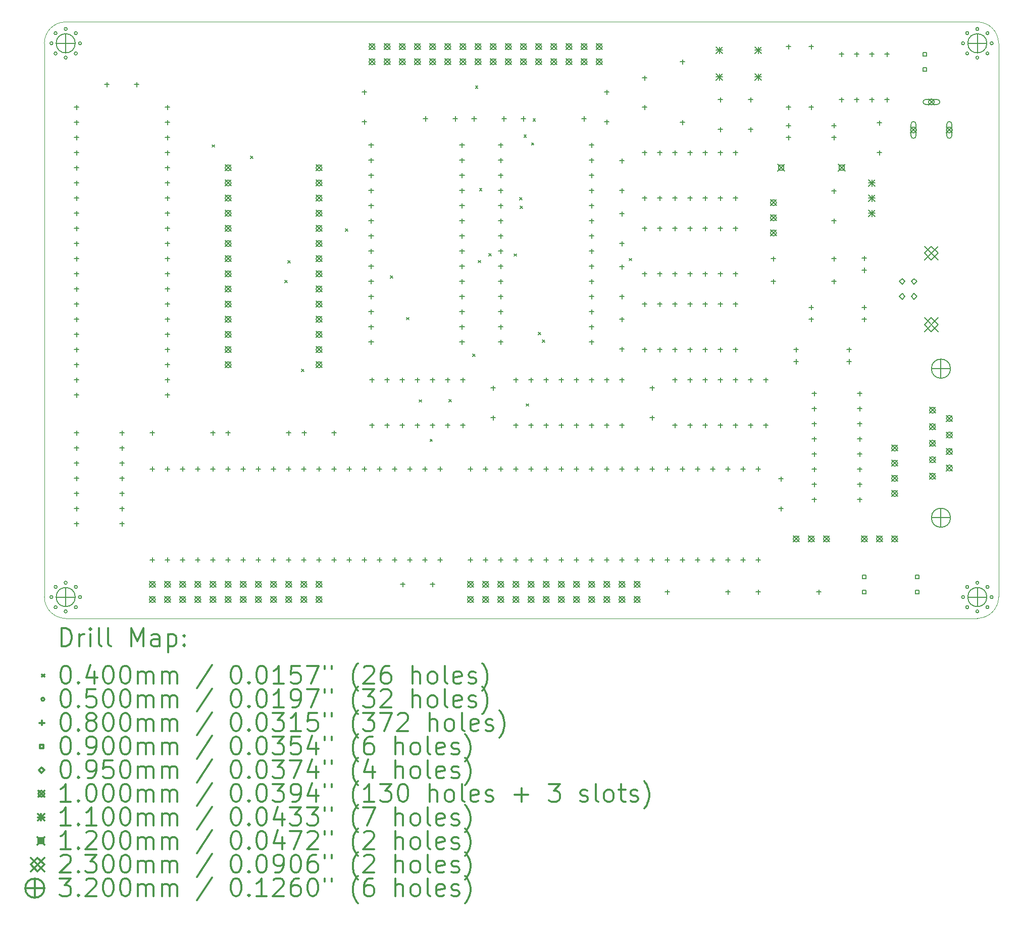
<source format=gbr>
%FSLAX45Y45*%
G04 Gerber Fmt 4.5, Leading zero omitted, Abs format (unit mm)*
G04 Created by KiCad (PCBNEW (5.1.10)-1) date 2021-10-19 19:54:51*
%MOMM*%
%LPD*%
G01*
G04 APERTURE LIST*
%TA.AperFunction,Profile*%
%ADD10C,0.001000*%
%TD*%
%ADD11C,0.200000*%
%ADD12C,0.300000*%
G04 APERTURE END LIST*
D10*
X2356000Y-1999000D02*
X17642000Y-1999000D01*
X2000000Y-11643000D02*
X1999000Y-2356000D01*
X17643000Y-11999000D02*
X2357000Y-12000000D01*
X17999000Y-2356000D02*
X18000000Y-11642000D01*
X18000000Y-11642000D02*
G75*
G02*
X17643000Y-11999000I-357000J0D01*
G01*
X2357000Y-12000000D02*
G75*
G02*
X2000000Y-11643000I0J357000D01*
G01*
X1999000Y-2356000D02*
G75*
G02*
X2356000Y-1999000I357000J0D01*
G01*
X17642000Y-1999000D02*
G75*
G02*
X17999000Y-2356000I0J-357000D01*
G01*
D11*
X4811730Y-4058460D02*
X4851730Y-4098460D01*
X4851730Y-4058460D02*
X4811730Y-4098460D01*
X5457570Y-4246190D02*
X5497570Y-4286190D01*
X5497570Y-4246190D02*
X5457570Y-4286190D01*
X6029780Y-6330000D02*
X6069780Y-6370000D01*
X6069780Y-6330000D02*
X6029780Y-6370000D01*
X6079790Y-5999600D02*
X6119790Y-6039600D01*
X6119790Y-5999600D02*
X6079790Y-6039600D01*
X6314090Y-7820060D02*
X6354090Y-7860060D01*
X6354090Y-7820060D02*
X6314090Y-7860060D01*
X7047640Y-5467480D02*
X7087640Y-5507480D01*
X7087640Y-5467480D02*
X7047640Y-5507480D01*
X7798860Y-6256250D02*
X7838860Y-6296250D01*
X7838860Y-6256250D02*
X7798860Y-6296250D01*
X8073770Y-6954240D02*
X8113770Y-6994240D01*
X8113770Y-6954240D02*
X8073770Y-6994240D01*
X8285330Y-8333580D02*
X8325330Y-8373580D01*
X8325330Y-8333580D02*
X8285330Y-8373580D01*
X8465250Y-8993980D02*
X8505250Y-9033980D01*
X8505250Y-8993980D02*
X8465250Y-9033980D01*
X8782490Y-8328170D02*
X8822490Y-8368170D01*
X8822490Y-8328170D02*
X8782490Y-8368170D01*
X9178650Y-7568600D02*
X9218650Y-7608600D01*
X9218650Y-7568600D02*
X9178650Y-7608600D01*
X9229150Y-3072020D02*
X9269150Y-3112020D01*
X9269150Y-3072020D02*
X9229150Y-3112020D01*
X9276990Y-5996940D02*
X9316990Y-6036940D01*
X9316990Y-5996940D02*
X9276990Y-6036940D01*
X9296320Y-4787630D02*
X9336320Y-4827630D01*
X9336320Y-4787630D02*
X9296320Y-4827630D01*
X9450590Y-5882950D02*
X9490590Y-5922950D01*
X9490590Y-5882950D02*
X9450590Y-5922950D01*
X9873900Y-5887040D02*
X9913900Y-5927040D01*
X9913900Y-5887040D02*
X9873900Y-5927040D01*
X9967500Y-4942710D02*
X10007500Y-4982710D01*
X10007500Y-4942710D02*
X9967500Y-4982710D01*
X9976090Y-5089190D02*
X10016090Y-5129190D01*
X10016090Y-5089190D02*
X9976090Y-5129190D01*
X10041050Y-3892530D02*
X10081050Y-3932530D01*
X10081050Y-3892530D02*
X10041050Y-3932530D01*
X10077240Y-8400700D02*
X10117240Y-8440700D01*
X10117240Y-8400700D02*
X10077240Y-8440700D01*
X10167550Y-4023560D02*
X10207550Y-4063560D01*
X10207550Y-4023560D02*
X10167550Y-4063560D01*
X10194000Y-3624770D02*
X10234000Y-3664770D01*
X10234000Y-3624770D02*
X10194000Y-3664770D01*
X10282860Y-7202980D02*
X10322860Y-7242980D01*
X10322860Y-7202980D02*
X10282860Y-7242980D01*
X10352740Y-7331570D02*
X10392740Y-7371570D01*
X10392740Y-7331570D02*
X10352740Y-7371570D01*
X11805950Y-5963470D02*
X11845950Y-6003470D01*
X11845950Y-5963470D02*
X11805950Y-6003470D01*
X2142000Y-2357000D02*
G75*
G03*
X2142000Y-2357000I-25000J0D01*
G01*
X2142000Y-11643000D02*
G75*
G03*
X2142000Y-11643000I-25000J0D01*
G01*
X2212294Y-2187294D02*
G75*
G03*
X2212294Y-2187294I-25000J0D01*
G01*
X2212294Y-2526706D02*
G75*
G03*
X2212294Y-2526706I-25000J0D01*
G01*
X2212294Y-11473294D02*
G75*
G03*
X2212294Y-11473294I-25000J0D01*
G01*
X2212294Y-11812706D02*
G75*
G03*
X2212294Y-11812706I-25000J0D01*
G01*
X2382000Y-2117000D02*
G75*
G03*
X2382000Y-2117000I-25000J0D01*
G01*
X2382000Y-2597000D02*
G75*
G03*
X2382000Y-2597000I-25000J0D01*
G01*
X2382000Y-11403000D02*
G75*
G03*
X2382000Y-11403000I-25000J0D01*
G01*
X2382000Y-11883000D02*
G75*
G03*
X2382000Y-11883000I-25000J0D01*
G01*
X2551706Y-2187294D02*
G75*
G03*
X2551706Y-2187294I-25000J0D01*
G01*
X2551706Y-2526706D02*
G75*
G03*
X2551706Y-2526706I-25000J0D01*
G01*
X2551706Y-11473294D02*
G75*
G03*
X2551706Y-11473294I-25000J0D01*
G01*
X2551706Y-11812706D02*
G75*
G03*
X2551706Y-11812706I-25000J0D01*
G01*
X2622000Y-2357000D02*
G75*
G03*
X2622000Y-2357000I-25000J0D01*
G01*
X2622000Y-11643000D02*
G75*
G03*
X2622000Y-11643000I-25000J0D01*
G01*
X17428000Y-2357000D02*
G75*
G03*
X17428000Y-2357000I-25000J0D01*
G01*
X17428000Y-11643000D02*
G75*
G03*
X17428000Y-11643000I-25000J0D01*
G01*
X17498294Y-2187294D02*
G75*
G03*
X17498294Y-2187294I-25000J0D01*
G01*
X17498294Y-2526706D02*
G75*
G03*
X17498294Y-2526706I-25000J0D01*
G01*
X17498294Y-11473294D02*
G75*
G03*
X17498294Y-11473294I-25000J0D01*
G01*
X17498294Y-11812706D02*
G75*
G03*
X17498294Y-11812706I-25000J0D01*
G01*
X17668000Y-2117000D02*
G75*
G03*
X17668000Y-2117000I-25000J0D01*
G01*
X17668000Y-2597000D02*
G75*
G03*
X17668000Y-2597000I-25000J0D01*
G01*
X17668000Y-11403000D02*
G75*
G03*
X17668000Y-11403000I-25000J0D01*
G01*
X17668000Y-11883000D02*
G75*
G03*
X17668000Y-11883000I-25000J0D01*
G01*
X17837706Y-2187294D02*
G75*
G03*
X17837706Y-2187294I-25000J0D01*
G01*
X17837706Y-2526706D02*
G75*
G03*
X17837706Y-2526706I-25000J0D01*
G01*
X17837706Y-11473294D02*
G75*
G03*
X17837706Y-11473294I-25000J0D01*
G01*
X17837706Y-11812706D02*
G75*
G03*
X17837706Y-11812706I-25000J0D01*
G01*
X17908000Y-2357000D02*
G75*
G03*
X17908000Y-2357000I-25000J0D01*
G01*
X17908000Y-11643000D02*
G75*
G03*
X17908000Y-11643000I-25000J0D01*
G01*
X2540000Y-3389000D02*
X2540000Y-3469000D01*
X2500000Y-3429000D02*
X2580000Y-3429000D01*
X2540000Y-3643000D02*
X2540000Y-3723000D01*
X2500000Y-3683000D02*
X2580000Y-3683000D01*
X2540000Y-3897000D02*
X2540000Y-3977000D01*
X2500000Y-3937000D02*
X2580000Y-3937000D01*
X2540000Y-4151000D02*
X2540000Y-4231000D01*
X2500000Y-4191000D02*
X2580000Y-4191000D01*
X2540000Y-4405000D02*
X2540000Y-4485000D01*
X2500000Y-4445000D02*
X2580000Y-4445000D01*
X2540000Y-4659000D02*
X2540000Y-4739000D01*
X2500000Y-4699000D02*
X2580000Y-4699000D01*
X2540000Y-4913000D02*
X2540000Y-4993000D01*
X2500000Y-4953000D02*
X2580000Y-4953000D01*
X2540000Y-5167000D02*
X2540000Y-5247000D01*
X2500000Y-5207000D02*
X2580000Y-5207000D01*
X2540000Y-5421000D02*
X2540000Y-5501000D01*
X2500000Y-5461000D02*
X2580000Y-5461000D01*
X2540000Y-5675000D02*
X2540000Y-5755000D01*
X2500000Y-5715000D02*
X2580000Y-5715000D01*
X2540000Y-5929000D02*
X2540000Y-6009000D01*
X2500000Y-5969000D02*
X2580000Y-5969000D01*
X2540000Y-6183000D02*
X2540000Y-6263000D01*
X2500000Y-6223000D02*
X2580000Y-6223000D01*
X2540000Y-6437000D02*
X2540000Y-6517000D01*
X2500000Y-6477000D02*
X2580000Y-6477000D01*
X2540000Y-6691000D02*
X2540000Y-6771000D01*
X2500000Y-6731000D02*
X2580000Y-6731000D01*
X2540000Y-6945000D02*
X2540000Y-7025000D01*
X2500000Y-6985000D02*
X2580000Y-6985000D01*
X2540000Y-7199000D02*
X2540000Y-7279000D01*
X2500000Y-7239000D02*
X2580000Y-7239000D01*
X2540000Y-7453000D02*
X2540000Y-7533000D01*
X2500000Y-7493000D02*
X2580000Y-7493000D01*
X2540000Y-7707000D02*
X2540000Y-7787000D01*
X2500000Y-7747000D02*
X2580000Y-7747000D01*
X2540000Y-7961000D02*
X2540000Y-8041000D01*
X2500000Y-8001000D02*
X2580000Y-8001000D01*
X2540000Y-8215000D02*
X2540000Y-8295000D01*
X2500000Y-8255000D02*
X2580000Y-8255000D01*
X2540000Y-8850000D02*
X2540000Y-8930000D01*
X2500000Y-8890000D02*
X2580000Y-8890000D01*
X2540000Y-9104000D02*
X2540000Y-9184000D01*
X2500000Y-9144000D02*
X2580000Y-9144000D01*
X2540000Y-9358000D02*
X2540000Y-9438000D01*
X2500000Y-9398000D02*
X2580000Y-9398000D01*
X2540000Y-9612000D02*
X2540000Y-9692000D01*
X2500000Y-9652000D02*
X2580000Y-9652000D01*
X2540000Y-9866000D02*
X2540000Y-9946000D01*
X2500000Y-9906000D02*
X2580000Y-9906000D01*
X2540000Y-10120000D02*
X2540000Y-10200000D01*
X2500000Y-10160000D02*
X2580000Y-10160000D01*
X2540000Y-10374000D02*
X2540000Y-10454000D01*
X2500000Y-10414000D02*
X2580000Y-10414000D01*
X3048000Y-3008000D02*
X3048000Y-3088000D01*
X3008000Y-3048000D02*
X3088000Y-3048000D01*
X3302000Y-8850000D02*
X3302000Y-8930000D01*
X3262000Y-8890000D02*
X3342000Y-8890000D01*
X3302000Y-9104000D02*
X3302000Y-9184000D01*
X3262000Y-9144000D02*
X3342000Y-9144000D01*
X3302000Y-9358000D02*
X3302000Y-9438000D01*
X3262000Y-9398000D02*
X3342000Y-9398000D01*
X3302000Y-9612000D02*
X3302000Y-9692000D01*
X3262000Y-9652000D02*
X3342000Y-9652000D01*
X3302000Y-9866000D02*
X3302000Y-9946000D01*
X3262000Y-9906000D02*
X3342000Y-9906000D01*
X3302000Y-10120000D02*
X3302000Y-10200000D01*
X3262000Y-10160000D02*
X3342000Y-10160000D01*
X3302000Y-10374000D02*
X3302000Y-10454000D01*
X3262000Y-10414000D02*
X3342000Y-10414000D01*
X3548000Y-3008000D02*
X3548000Y-3088000D01*
X3508000Y-3048000D02*
X3588000Y-3048000D01*
X3810000Y-8850000D02*
X3810000Y-8930000D01*
X3770000Y-8890000D02*
X3850000Y-8890000D01*
X3810000Y-9453500D02*
X3810000Y-9533500D01*
X3770000Y-9493500D02*
X3850000Y-9493500D01*
X3810000Y-10977500D02*
X3810000Y-11057500D01*
X3770000Y-11017500D02*
X3850000Y-11017500D01*
X4064000Y-3389000D02*
X4064000Y-3469000D01*
X4024000Y-3429000D02*
X4104000Y-3429000D01*
X4064000Y-3643000D02*
X4064000Y-3723000D01*
X4024000Y-3683000D02*
X4104000Y-3683000D01*
X4064000Y-3897000D02*
X4064000Y-3977000D01*
X4024000Y-3937000D02*
X4104000Y-3937000D01*
X4064000Y-4151000D02*
X4064000Y-4231000D01*
X4024000Y-4191000D02*
X4104000Y-4191000D01*
X4064000Y-4405000D02*
X4064000Y-4485000D01*
X4024000Y-4445000D02*
X4104000Y-4445000D01*
X4064000Y-4659000D02*
X4064000Y-4739000D01*
X4024000Y-4699000D02*
X4104000Y-4699000D01*
X4064000Y-4913000D02*
X4064000Y-4993000D01*
X4024000Y-4953000D02*
X4104000Y-4953000D01*
X4064000Y-5167000D02*
X4064000Y-5247000D01*
X4024000Y-5207000D02*
X4104000Y-5207000D01*
X4064000Y-5421000D02*
X4064000Y-5501000D01*
X4024000Y-5461000D02*
X4104000Y-5461000D01*
X4064000Y-5675000D02*
X4064000Y-5755000D01*
X4024000Y-5715000D02*
X4104000Y-5715000D01*
X4064000Y-5929000D02*
X4064000Y-6009000D01*
X4024000Y-5969000D02*
X4104000Y-5969000D01*
X4064000Y-6183000D02*
X4064000Y-6263000D01*
X4024000Y-6223000D02*
X4104000Y-6223000D01*
X4064000Y-6437000D02*
X4064000Y-6517000D01*
X4024000Y-6477000D02*
X4104000Y-6477000D01*
X4064000Y-6691000D02*
X4064000Y-6771000D01*
X4024000Y-6731000D02*
X4104000Y-6731000D01*
X4064000Y-6945000D02*
X4064000Y-7025000D01*
X4024000Y-6985000D02*
X4104000Y-6985000D01*
X4064000Y-7199000D02*
X4064000Y-7279000D01*
X4024000Y-7239000D02*
X4104000Y-7239000D01*
X4064000Y-7453000D02*
X4064000Y-7533000D01*
X4024000Y-7493000D02*
X4104000Y-7493000D01*
X4064000Y-7707000D02*
X4064000Y-7787000D01*
X4024000Y-7747000D02*
X4104000Y-7747000D01*
X4064000Y-7961000D02*
X4064000Y-8041000D01*
X4024000Y-8001000D02*
X4104000Y-8001000D01*
X4064000Y-8215000D02*
X4064000Y-8295000D01*
X4024000Y-8255000D02*
X4104000Y-8255000D01*
X4064000Y-9453500D02*
X4064000Y-9533500D01*
X4024000Y-9493500D02*
X4104000Y-9493500D01*
X4064000Y-10977500D02*
X4064000Y-11057500D01*
X4024000Y-11017500D02*
X4104000Y-11017500D01*
X4318000Y-9453500D02*
X4318000Y-9533500D01*
X4278000Y-9493500D02*
X4358000Y-9493500D01*
X4318000Y-10977500D02*
X4318000Y-11057500D01*
X4278000Y-11017500D02*
X4358000Y-11017500D01*
X4572000Y-9453500D02*
X4572000Y-9533500D01*
X4532000Y-9493500D02*
X4612000Y-9493500D01*
X4572000Y-10977500D02*
X4572000Y-11057500D01*
X4532000Y-11017500D02*
X4612000Y-11017500D01*
X4826000Y-8850000D02*
X4826000Y-8930000D01*
X4786000Y-8890000D02*
X4866000Y-8890000D01*
X4826000Y-9453500D02*
X4826000Y-9533500D01*
X4786000Y-9493500D02*
X4866000Y-9493500D01*
X4826000Y-10977500D02*
X4826000Y-11057500D01*
X4786000Y-11017500D02*
X4866000Y-11017500D01*
X5080000Y-8850000D02*
X5080000Y-8930000D01*
X5040000Y-8890000D02*
X5120000Y-8890000D01*
X5080000Y-9453500D02*
X5080000Y-9533500D01*
X5040000Y-9493500D02*
X5120000Y-9493500D01*
X5080000Y-10977500D02*
X5080000Y-11057500D01*
X5040000Y-11017500D02*
X5120000Y-11017500D01*
X5334000Y-9453500D02*
X5334000Y-9533500D01*
X5294000Y-9493500D02*
X5374000Y-9493500D01*
X5334000Y-10977500D02*
X5334000Y-11057500D01*
X5294000Y-11017500D02*
X5374000Y-11017500D01*
X5588000Y-9453500D02*
X5588000Y-9533500D01*
X5548000Y-9493500D02*
X5628000Y-9493500D01*
X5588000Y-10977500D02*
X5588000Y-11057500D01*
X5548000Y-11017500D02*
X5628000Y-11017500D01*
X5842000Y-9453500D02*
X5842000Y-9533500D01*
X5802000Y-9493500D02*
X5882000Y-9493500D01*
X5842000Y-10977500D02*
X5842000Y-11057500D01*
X5802000Y-11017500D02*
X5882000Y-11017500D01*
X6096000Y-8850000D02*
X6096000Y-8930000D01*
X6056000Y-8890000D02*
X6136000Y-8890000D01*
X6096000Y-9453500D02*
X6096000Y-9533500D01*
X6056000Y-9493500D02*
X6136000Y-9493500D01*
X6096000Y-10977500D02*
X6096000Y-11057500D01*
X6056000Y-11017500D02*
X6136000Y-11017500D01*
X6350000Y-9453500D02*
X6350000Y-9533500D01*
X6310000Y-9493500D02*
X6390000Y-9493500D01*
X6350000Y-10977500D02*
X6350000Y-11057500D01*
X6310000Y-11017500D02*
X6390000Y-11017500D01*
X6358000Y-8850000D02*
X6358000Y-8930000D01*
X6318000Y-8890000D02*
X6398000Y-8890000D01*
X6604000Y-9453500D02*
X6604000Y-9533500D01*
X6564000Y-9493500D02*
X6644000Y-9493500D01*
X6604000Y-10977500D02*
X6604000Y-11057500D01*
X6564000Y-11017500D02*
X6644000Y-11017500D01*
X6858000Y-8850000D02*
X6858000Y-8930000D01*
X6818000Y-8890000D02*
X6898000Y-8890000D01*
X6858000Y-9453500D02*
X6858000Y-9533500D01*
X6818000Y-9493500D02*
X6898000Y-9493500D01*
X6858000Y-10977500D02*
X6858000Y-11057500D01*
X6818000Y-11017500D02*
X6898000Y-11017500D01*
X7112000Y-9453500D02*
X7112000Y-9533500D01*
X7072000Y-9493500D02*
X7152000Y-9493500D01*
X7112000Y-10977500D02*
X7112000Y-11057500D01*
X7072000Y-11017500D02*
X7152000Y-11017500D01*
X7366000Y-3135000D02*
X7366000Y-3215000D01*
X7326000Y-3175000D02*
X7406000Y-3175000D01*
X7366000Y-3635000D02*
X7366000Y-3715000D01*
X7326000Y-3675000D02*
X7406000Y-3675000D01*
X7366000Y-9453500D02*
X7366000Y-9533500D01*
X7326000Y-9493500D02*
X7406000Y-9493500D01*
X7366000Y-10977500D02*
X7366000Y-11057500D01*
X7326000Y-11017500D02*
X7406000Y-11017500D01*
X7477000Y-4024000D02*
X7477000Y-4104000D01*
X7437000Y-4064000D02*
X7517000Y-4064000D01*
X7477000Y-4278000D02*
X7477000Y-4358000D01*
X7437000Y-4318000D02*
X7517000Y-4318000D01*
X7477000Y-4532000D02*
X7477000Y-4612000D01*
X7437000Y-4572000D02*
X7517000Y-4572000D01*
X7477000Y-4786000D02*
X7477000Y-4866000D01*
X7437000Y-4826000D02*
X7517000Y-4826000D01*
X7477000Y-5040000D02*
X7477000Y-5120000D01*
X7437000Y-5080000D02*
X7517000Y-5080000D01*
X7477000Y-5294000D02*
X7477000Y-5374000D01*
X7437000Y-5334000D02*
X7517000Y-5334000D01*
X7477000Y-5548000D02*
X7477000Y-5628000D01*
X7437000Y-5588000D02*
X7517000Y-5588000D01*
X7477000Y-5802000D02*
X7477000Y-5882000D01*
X7437000Y-5842000D02*
X7517000Y-5842000D01*
X7477000Y-6056000D02*
X7477000Y-6136000D01*
X7437000Y-6096000D02*
X7517000Y-6096000D01*
X7477000Y-6310000D02*
X7477000Y-6390000D01*
X7437000Y-6350000D02*
X7517000Y-6350000D01*
X7477000Y-6564000D02*
X7477000Y-6644000D01*
X7437000Y-6604000D02*
X7517000Y-6604000D01*
X7477000Y-6818000D02*
X7477000Y-6898000D01*
X7437000Y-6858000D02*
X7517000Y-6858000D01*
X7477000Y-7072000D02*
X7477000Y-7152000D01*
X7437000Y-7112000D02*
X7517000Y-7112000D01*
X7477000Y-7326000D02*
X7477000Y-7406000D01*
X7437000Y-7366000D02*
X7517000Y-7366000D01*
X7493000Y-7961000D02*
X7493000Y-8041000D01*
X7453000Y-8001000D02*
X7533000Y-8001000D01*
X7493000Y-8723000D02*
X7493000Y-8803000D01*
X7453000Y-8763000D02*
X7533000Y-8763000D01*
X7620000Y-9453500D02*
X7620000Y-9533500D01*
X7580000Y-9493500D02*
X7660000Y-9493500D01*
X7620000Y-10977500D02*
X7620000Y-11057500D01*
X7580000Y-11017500D02*
X7660000Y-11017500D01*
X7747000Y-7961000D02*
X7747000Y-8041000D01*
X7707000Y-8001000D02*
X7787000Y-8001000D01*
X7747000Y-8723000D02*
X7747000Y-8803000D01*
X7707000Y-8763000D02*
X7787000Y-8763000D01*
X7874000Y-9453500D02*
X7874000Y-9533500D01*
X7834000Y-9493500D02*
X7914000Y-9493500D01*
X7874000Y-10977500D02*
X7874000Y-11057500D01*
X7834000Y-11017500D02*
X7914000Y-11017500D01*
X8001000Y-7961000D02*
X8001000Y-8041000D01*
X7961000Y-8001000D02*
X8041000Y-8001000D01*
X8001000Y-8723000D02*
X8001000Y-8803000D01*
X7961000Y-8763000D02*
X8041000Y-8763000D01*
X8009000Y-11390000D02*
X8009000Y-11470000D01*
X7969000Y-11430000D02*
X8049000Y-11430000D01*
X8128000Y-9453500D02*
X8128000Y-9533500D01*
X8088000Y-9493500D02*
X8168000Y-9493500D01*
X8128000Y-10977500D02*
X8128000Y-11057500D01*
X8088000Y-11017500D02*
X8168000Y-11017500D01*
X8255000Y-7961000D02*
X8255000Y-8041000D01*
X8215000Y-8001000D02*
X8295000Y-8001000D01*
X8255000Y-8723000D02*
X8255000Y-8803000D01*
X8215000Y-8763000D02*
X8295000Y-8763000D01*
X8382000Y-9453500D02*
X8382000Y-9533500D01*
X8342000Y-9493500D02*
X8422000Y-9493500D01*
X8382000Y-10977500D02*
X8382000Y-11057500D01*
X8342000Y-11017500D02*
X8422000Y-11017500D01*
X8390000Y-3579500D02*
X8390000Y-3659500D01*
X8350000Y-3619500D02*
X8430000Y-3619500D01*
X8509000Y-7961000D02*
X8509000Y-8041000D01*
X8469000Y-8001000D02*
X8549000Y-8001000D01*
X8509000Y-8723000D02*
X8509000Y-8803000D01*
X8469000Y-8763000D02*
X8549000Y-8763000D01*
X8509000Y-11390000D02*
X8509000Y-11470000D01*
X8469000Y-11430000D02*
X8549000Y-11430000D01*
X8636000Y-9453500D02*
X8636000Y-9533500D01*
X8596000Y-9493500D02*
X8676000Y-9493500D01*
X8636000Y-10977500D02*
X8636000Y-11057500D01*
X8596000Y-11017500D02*
X8676000Y-11017500D01*
X8763000Y-7961000D02*
X8763000Y-8041000D01*
X8723000Y-8001000D02*
X8803000Y-8001000D01*
X8763000Y-8723000D02*
X8763000Y-8803000D01*
X8723000Y-8763000D02*
X8803000Y-8763000D01*
X8890000Y-3579500D02*
X8890000Y-3659500D01*
X8850000Y-3619500D02*
X8930000Y-3619500D01*
X9001000Y-4024000D02*
X9001000Y-4104000D01*
X8961000Y-4064000D02*
X9041000Y-4064000D01*
X9001000Y-4278000D02*
X9001000Y-4358000D01*
X8961000Y-4318000D02*
X9041000Y-4318000D01*
X9001000Y-4532000D02*
X9001000Y-4612000D01*
X8961000Y-4572000D02*
X9041000Y-4572000D01*
X9001000Y-4786000D02*
X9001000Y-4866000D01*
X8961000Y-4826000D02*
X9041000Y-4826000D01*
X9001000Y-5040000D02*
X9001000Y-5120000D01*
X8961000Y-5080000D02*
X9041000Y-5080000D01*
X9001000Y-5294000D02*
X9001000Y-5374000D01*
X8961000Y-5334000D02*
X9041000Y-5334000D01*
X9001000Y-5548000D02*
X9001000Y-5628000D01*
X8961000Y-5588000D02*
X9041000Y-5588000D01*
X9001000Y-5802000D02*
X9001000Y-5882000D01*
X8961000Y-5842000D02*
X9041000Y-5842000D01*
X9001000Y-6056000D02*
X9001000Y-6136000D01*
X8961000Y-6096000D02*
X9041000Y-6096000D01*
X9001000Y-6310000D02*
X9001000Y-6390000D01*
X8961000Y-6350000D02*
X9041000Y-6350000D01*
X9001000Y-6564000D02*
X9001000Y-6644000D01*
X8961000Y-6604000D02*
X9041000Y-6604000D01*
X9001000Y-6818000D02*
X9001000Y-6898000D01*
X8961000Y-6858000D02*
X9041000Y-6858000D01*
X9001000Y-7072000D02*
X9001000Y-7152000D01*
X8961000Y-7112000D02*
X9041000Y-7112000D01*
X9001000Y-7326000D02*
X9001000Y-7406000D01*
X8961000Y-7366000D02*
X9041000Y-7366000D01*
X9017000Y-7961000D02*
X9017000Y-8041000D01*
X8977000Y-8001000D02*
X9057000Y-8001000D01*
X9017000Y-8723000D02*
X9017000Y-8803000D01*
X8977000Y-8763000D02*
X9057000Y-8763000D01*
X9144000Y-9453500D02*
X9144000Y-9533500D01*
X9104000Y-9493500D02*
X9184000Y-9493500D01*
X9144000Y-10977500D02*
X9144000Y-11057500D01*
X9104000Y-11017500D02*
X9184000Y-11017500D01*
X9207500Y-3579500D02*
X9207500Y-3659500D01*
X9167500Y-3619500D02*
X9247500Y-3619500D01*
X9398000Y-9453500D02*
X9398000Y-9533500D01*
X9358000Y-9493500D02*
X9438000Y-9493500D01*
X9398000Y-10977500D02*
X9398000Y-11057500D01*
X9358000Y-11017500D02*
X9438000Y-11017500D01*
X9525000Y-8096000D02*
X9525000Y-8176000D01*
X9485000Y-8136000D02*
X9565000Y-8136000D01*
X9525000Y-8596000D02*
X9525000Y-8676000D01*
X9485000Y-8636000D02*
X9565000Y-8636000D01*
X9652000Y-4024000D02*
X9652000Y-4104000D01*
X9612000Y-4064000D02*
X9692000Y-4064000D01*
X9652000Y-4278000D02*
X9652000Y-4358000D01*
X9612000Y-4318000D02*
X9692000Y-4318000D01*
X9652000Y-4532000D02*
X9652000Y-4612000D01*
X9612000Y-4572000D02*
X9692000Y-4572000D01*
X9652000Y-4786000D02*
X9652000Y-4866000D01*
X9612000Y-4826000D02*
X9692000Y-4826000D01*
X9652000Y-5040000D02*
X9652000Y-5120000D01*
X9612000Y-5080000D02*
X9692000Y-5080000D01*
X9652000Y-5294000D02*
X9652000Y-5374000D01*
X9612000Y-5334000D02*
X9692000Y-5334000D01*
X9652000Y-5548000D02*
X9652000Y-5628000D01*
X9612000Y-5588000D02*
X9692000Y-5588000D01*
X9652000Y-5802000D02*
X9652000Y-5882000D01*
X9612000Y-5842000D02*
X9692000Y-5842000D01*
X9652000Y-6056000D02*
X9652000Y-6136000D01*
X9612000Y-6096000D02*
X9692000Y-6096000D01*
X9652000Y-6310000D02*
X9652000Y-6390000D01*
X9612000Y-6350000D02*
X9692000Y-6350000D01*
X9652000Y-6564000D02*
X9652000Y-6644000D01*
X9612000Y-6604000D02*
X9692000Y-6604000D01*
X9652000Y-6818000D02*
X9652000Y-6898000D01*
X9612000Y-6858000D02*
X9692000Y-6858000D01*
X9652000Y-7072000D02*
X9652000Y-7152000D01*
X9612000Y-7112000D02*
X9692000Y-7112000D01*
X9652000Y-7326000D02*
X9652000Y-7406000D01*
X9612000Y-7366000D02*
X9692000Y-7366000D01*
X9652000Y-9453500D02*
X9652000Y-9533500D01*
X9612000Y-9493500D02*
X9692000Y-9493500D01*
X9652000Y-10977500D02*
X9652000Y-11057500D01*
X9612000Y-11017500D02*
X9692000Y-11017500D01*
X9707500Y-3579500D02*
X9707500Y-3659500D01*
X9667500Y-3619500D02*
X9747500Y-3619500D01*
X9906000Y-7961000D02*
X9906000Y-8041000D01*
X9866000Y-8001000D02*
X9946000Y-8001000D01*
X9906000Y-8723000D02*
X9906000Y-8803000D01*
X9866000Y-8763000D02*
X9946000Y-8763000D01*
X9906000Y-9453500D02*
X9906000Y-9533500D01*
X9866000Y-9493500D02*
X9946000Y-9493500D01*
X9906000Y-10977500D02*
X9906000Y-11057500D01*
X9866000Y-11017500D02*
X9946000Y-11017500D01*
X10033000Y-3579500D02*
X10033000Y-3659500D01*
X9993000Y-3619500D02*
X10073000Y-3619500D01*
X10160000Y-7961000D02*
X10160000Y-8041000D01*
X10120000Y-8001000D02*
X10200000Y-8001000D01*
X10160000Y-8723000D02*
X10160000Y-8803000D01*
X10120000Y-8763000D02*
X10200000Y-8763000D01*
X10160000Y-9453500D02*
X10160000Y-9533500D01*
X10120000Y-9493500D02*
X10200000Y-9493500D01*
X10160000Y-10977500D02*
X10160000Y-11057500D01*
X10120000Y-11017500D02*
X10200000Y-11017500D01*
X10414000Y-7961000D02*
X10414000Y-8041000D01*
X10374000Y-8001000D02*
X10454000Y-8001000D01*
X10414000Y-8723000D02*
X10414000Y-8803000D01*
X10374000Y-8763000D02*
X10454000Y-8763000D01*
X10414000Y-9453500D02*
X10414000Y-9533500D01*
X10374000Y-9493500D02*
X10454000Y-9493500D01*
X10414000Y-10977500D02*
X10414000Y-11057500D01*
X10374000Y-11017500D02*
X10454000Y-11017500D01*
X10668000Y-7961000D02*
X10668000Y-8041000D01*
X10628000Y-8001000D02*
X10708000Y-8001000D01*
X10668000Y-8723000D02*
X10668000Y-8803000D01*
X10628000Y-8763000D02*
X10708000Y-8763000D01*
X10668000Y-9453500D02*
X10668000Y-9533500D01*
X10628000Y-9493500D02*
X10708000Y-9493500D01*
X10668000Y-10977500D02*
X10668000Y-11057500D01*
X10628000Y-11017500D02*
X10708000Y-11017500D01*
X10922000Y-7961000D02*
X10922000Y-8041000D01*
X10882000Y-8001000D02*
X10962000Y-8001000D01*
X10922000Y-8723000D02*
X10922000Y-8803000D01*
X10882000Y-8763000D02*
X10962000Y-8763000D01*
X10922000Y-9453500D02*
X10922000Y-9533500D01*
X10882000Y-9493500D02*
X10962000Y-9493500D01*
X10922000Y-10977500D02*
X10922000Y-11057500D01*
X10882000Y-11017500D02*
X10962000Y-11017500D01*
X11049000Y-3579500D02*
X11049000Y-3659500D01*
X11009000Y-3619500D02*
X11089000Y-3619500D01*
X11176000Y-4024000D02*
X11176000Y-4104000D01*
X11136000Y-4064000D02*
X11216000Y-4064000D01*
X11176000Y-4278000D02*
X11176000Y-4358000D01*
X11136000Y-4318000D02*
X11216000Y-4318000D01*
X11176000Y-4532000D02*
X11176000Y-4612000D01*
X11136000Y-4572000D02*
X11216000Y-4572000D01*
X11176000Y-4786000D02*
X11176000Y-4866000D01*
X11136000Y-4826000D02*
X11216000Y-4826000D01*
X11176000Y-5040000D02*
X11176000Y-5120000D01*
X11136000Y-5080000D02*
X11216000Y-5080000D01*
X11176000Y-5294000D02*
X11176000Y-5374000D01*
X11136000Y-5334000D02*
X11216000Y-5334000D01*
X11176000Y-5548000D02*
X11176000Y-5628000D01*
X11136000Y-5588000D02*
X11216000Y-5588000D01*
X11176000Y-5802000D02*
X11176000Y-5882000D01*
X11136000Y-5842000D02*
X11216000Y-5842000D01*
X11176000Y-6056000D02*
X11176000Y-6136000D01*
X11136000Y-6096000D02*
X11216000Y-6096000D01*
X11176000Y-6310000D02*
X11176000Y-6390000D01*
X11136000Y-6350000D02*
X11216000Y-6350000D01*
X11176000Y-6564000D02*
X11176000Y-6644000D01*
X11136000Y-6604000D02*
X11216000Y-6604000D01*
X11176000Y-6818000D02*
X11176000Y-6898000D01*
X11136000Y-6858000D02*
X11216000Y-6858000D01*
X11176000Y-7072000D02*
X11176000Y-7152000D01*
X11136000Y-7112000D02*
X11216000Y-7112000D01*
X11176000Y-7326000D02*
X11176000Y-7406000D01*
X11136000Y-7366000D02*
X11216000Y-7366000D01*
X11176000Y-7961000D02*
X11176000Y-8041000D01*
X11136000Y-8001000D02*
X11216000Y-8001000D01*
X11176000Y-8723000D02*
X11176000Y-8803000D01*
X11136000Y-8763000D02*
X11216000Y-8763000D01*
X11176000Y-9453500D02*
X11176000Y-9533500D01*
X11136000Y-9493500D02*
X11216000Y-9493500D01*
X11176000Y-10977500D02*
X11176000Y-11057500D01*
X11136000Y-11017500D02*
X11216000Y-11017500D01*
X11430000Y-3135000D02*
X11430000Y-3215000D01*
X11390000Y-3175000D02*
X11470000Y-3175000D01*
X11430000Y-3635000D02*
X11430000Y-3715000D01*
X11390000Y-3675000D02*
X11470000Y-3675000D01*
X11430000Y-7961000D02*
X11430000Y-8041000D01*
X11390000Y-8001000D02*
X11470000Y-8001000D01*
X11430000Y-8723000D02*
X11430000Y-8803000D01*
X11390000Y-8763000D02*
X11470000Y-8763000D01*
X11430000Y-9453500D02*
X11430000Y-9533500D01*
X11390000Y-9493500D02*
X11470000Y-9493500D01*
X11430000Y-10977500D02*
X11430000Y-11057500D01*
X11390000Y-11017500D02*
X11470000Y-11017500D01*
X11684000Y-4286000D02*
X11684000Y-4366000D01*
X11644000Y-4326000D02*
X11724000Y-4326000D01*
X11684000Y-4786000D02*
X11684000Y-4866000D01*
X11644000Y-4826000D02*
X11724000Y-4826000D01*
X11684000Y-5175000D02*
X11684000Y-5255000D01*
X11644000Y-5215000D02*
X11724000Y-5215000D01*
X11684000Y-5675000D02*
X11684000Y-5755000D01*
X11644000Y-5715000D02*
X11724000Y-5715000D01*
X11684000Y-6064000D02*
X11684000Y-6144000D01*
X11644000Y-6104000D02*
X11724000Y-6104000D01*
X11684000Y-6564000D02*
X11684000Y-6644000D01*
X11644000Y-6604000D02*
X11724000Y-6604000D01*
X11684000Y-6945000D02*
X11684000Y-7025000D01*
X11644000Y-6985000D02*
X11724000Y-6985000D01*
X11684000Y-7445000D02*
X11684000Y-7525000D01*
X11644000Y-7485000D02*
X11724000Y-7485000D01*
X11684000Y-7961000D02*
X11684000Y-8041000D01*
X11644000Y-8001000D02*
X11724000Y-8001000D01*
X11684000Y-8723000D02*
X11684000Y-8803000D01*
X11644000Y-8763000D02*
X11724000Y-8763000D01*
X11684000Y-9453500D02*
X11684000Y-9533500D01*
X11644000Y-9493500D02*
X11724000Y-9493500D01*
X11684000Y-10977500D02*
X11684000Y-11057500D01*
X11644000Y-11017500D02*
X11724000Y-11017500D01*
X11938000Y-9453500D02*
X11938000Y-9533500D01*
X11898000Y-9493500D02*
X11978000Y-9493500D01*
X11938000Y-10977500D02*
X11938000Y-11057500D01*
X11898000Y-11017500D02*
X11978000Y-11017500D01*
X12065000Y-2899000D02*
X12065000Y-2979000D01*
X12025000Y-2939000D02*
X12105000Y-2939000D01*
X12065000Y-3389000D02*
X12065000Y-3469000D01*
X12025000Y-3429000D02*
X12105000Y-3429000D01*
X12065000Y-4151000D02*
X12065000Y-4231000D01*
X12025000Y-4191000D02*
X12105000Y-4191000D01*
X12065000Y-4913000D02*
X12065000Y-4993000D01*
X12025000Y-4953000D02*
X12105000Y-4953000D01*
X12065000Y-5421000D02*
X12065000Y-5501000D01*
X12025000Y-5461000D02*
X12105000Y-5461000D01*
X12065000Y-6183000D02*
X12065000Y-6263000D01*
X12025000Y-6223000D02*
X12105000Y-6223000D01*
X12065000Y-6691000D02*
X12065000Y-6771000D01*
X12025000Y-6731000D02*
X12105000Y-6731000D01*
X12065000Y-7453000D02*
X12065000Y-7533000D01*
X12025000Y-7493000D02*
X12105000Y-7493000D01*
X12192000Y-8096000D02*
X12192000Y-8176000D01*
X12152000Y-8136000D02*
X12232000Y-8136000D01*
X12192000Y-8596000D02*
X12192000Y-8676000D01*
X12152000Y-8636000D02*
X12232000Y-8636000D01*
X12192000Y-9453500D02*
X12192000Y-9533500D01*
X12152000Y-9493500D02*
X12232000Y-9493500D01*
X12192000Y-10977500D02*
X12192000Y-11057500D01*
X12152000Y-11017500D02*
X12232000Y-11017500D01*
X12319000Y-4151000D02*
X12319000Y-4231000D01*
X12279000Y-4191000D02*
X12359000Y-4191000D01*
X12319000Y-4913000D02*
X12319000Y-4993000D01*
X12279000Y-4953000D02*
X12359000Y-4953000D01*
X12319000Y-5421000D02*
X12319000Y-5501000D01*
X12279000Y-5461000D02*
X12359000Y-5461000D01*
X12319000Y-6183000D02*
X12319000Y-6263000D01*
X12279000Y-6223000D02*
X12359000Y-6223000D01*
X12319000Y-6691000D02*
X12319000Y-6771000D01*
X12279000Y-6731000D02*
X12359000Y-6731000D01*
X12319000Y-7453000D02*
X12319000Y-7533000D01*
X12279000Y-7493000D02*
X12359000Y-7493000D01*
X12446000Y-9453500D02*
X12446000Y-9533500D01*
X12406000Y-9493500D02*
X12486000Y-9493500D01*
X12446000Y-10977500D02*
X12446000Y-11057500D01*
X12406000Y-11017500D02*
X12486000Y-11017500D01*
X12446000Y-11517000D02*
X12446000Y-11597000D01*
X12406000Y-11557000D02*
X12486000Y-11557000D01*
X12573000Y-4151000D02*
X12573000Y-4231000D01*
X12533000Y-4191000D02*
X12613000Y-4191000D01*
X12573000Y-4913000D02*
X12573000Y-4993000D01*
X12533000Y-4953000D02*
X12613000Y-4953000D01*
X12573000Y-5421000D02*
X12573000Y-5501000D01*
X12533000Y-5461000D02*
X12613000Y-5461000D01*
X12573000Y-6183000D02*
X12573000Y-6263000D01*
X12533000Y-6223000D02*
X12613000Y-6223000D01*
X12573000Y-6691000D02*
X12573000Y-6771000D01*
X12533000Y-6731000D02*
X12613000Y-6731000D01*
X12573000Y-7453000D02*
X12573000Y-7533000D01*
X12533000Y-7493000D02*
X12613000Y-7493000D01*
X12573000Y-7961000D02*
X12573000Y-8041000D01*
X12533000Y-8001000D02*
X12613000Y-8001000D01*
X12573000Y-8723000D02*
X12573000Y-8803000D01*
X12533000Y-8763000D02*
X12613000Y-8763000D01*
X12700000Y-2627000D02*
X12700000Y-2707000D01*
X12660000Y-2667000D02*
X12740000Y-2667000D01*
X12700000Y-3643000D02*
X12700000Y-3723000D01*
X12660000Y-3683000D02*
X12740000Y-3683000D01*
X12700000Y-9453500D02*
X12700000Y-9533500D01*
X12660000Y-9493500D02*
X12740000Y-9493500D01*
X12700000Y-10977500D02*
X12700000Y-11057500D01*
X12660000Y-11017500D02*
X12740000Y-11017500D01*
X12827000Y-4151000D02*
X12827000Y-4231000D01*
X12787000Y-4191000D02*
X12867000Y-4191000D01*
X12827000Y-4913000D02*
X12827000Y-4993000D01*
X12787000Y-4953000D02*
X12867000Y-4953000D01*
X12827000Y-5421000D02*
X12827000Y-5501000D01*
X12787000Y-5461000D02*
X12867000Y-5461000D01*
X12827000Y-6183000D02*
X12827000Y-6263000D01*
X12787000Y-6223000D02*
X12867000Y-6223000D01*
X12827000Y-6691000D02*
X12827000Y-6771000D01*
X12787000Y-6731000D02*
X12867000Y-6731000D01*
X12827000Y-7453000D02*
X12827000Y-7533000D01*
X12787000Y-7493000D02*
X12867000Y-7493000D01*
X12827000Y-7961000D02*
X12827000Y-8041000D01*
X12787000Y-8001000D02*
X12867000Y-8001000D01*
X12827000Y-8723000D02*
X12827000Y-8803000D01*
X12787000Y-8763000D02*
X12867000Y-8763000D01*
X12954000Y-9453500D02*
X12954000Y-9533500D01*
X12914000Y-9493500D02*
X12994000Y-9493500D01*
X12954000Y-10977500D02*
X12954000Y-11057500D01*
X12914000Y-11017500D02*
X12994000Y-11017500D01*
X13081000Y-4151000D02*
X13081000Y-4231000D01*
X13041000Y-4191000D02*
X13121000Y-4191000D01*
X13081000Y-4913000D02*
X13081000Y-4993000D01*
X13041000Y-4953000D02*
X13121000Y-4953000D01*
X13081000Y-5421000D02*
X13081000Y-5501000D01*
X13041000Y-5461000D02*
X13121000Y-5461000D01*
X13081000Y-6183000D02*
X13081000Y-6263000D01*
X13041000Y-6223000D02*
X13121000Y-6223000D01*
X13081000Y-6691000D02*
X13081000Y-6771000D01*
X13041000Y-6731000D02*
X13121000Y-6731000D01*
X13081000Y-7453000D02*
X13081000Y-7533000D01*
X13041000Y-7493000D02*
X13121000Y-7493000D01*
X13081000Y-7961000D02*
X13081000Y-8041000D01*
X13041000Y-8001000D02*
X13121000Y-8001000D01*
X13081000Y-8723000D02*
X13081000Y-8803000D01*
X13041000Y-8763000D02*
X13121000Y-8763000D01*
X13208000Y-9453500D02*
X13208000Y-9533500D01*
X13168000Y-9493500D02*
X13248000Y-9493500D01*
X13208000Y-10977500D02*
X13208000Y-11057500D01*
X13168000Y-11017500D02*
X13248000Y-11017500D01*
X13335000Y-3262000D02*
X13335000Y-3342000D01*
X13295000Y-3302000D02*
X13375000Y-3302000D01*
X13335000Y-3762000D02*
X13335000Y-3842000D01*
X13295000Y-3802000D02*
X13375000Y-3802000D01*
X13335000Y-4151000D02*
X13335000Y-4231000D01*
X13295000Y-4191000D02*
X13375000Y-4191000D01*
X13335000Y-4913000D02*
X13335000Y-4993000D01*
X13295000Y-4953000D02*
X13375000Y-4953000D01*
X13335000Y-5421000D02*
X13335000Y-5501000D01*
X13295000Y-5461000D02*
X13375000Y-5461000D01*
X13335000Y-6183000D02*
X13335000Y-6263000D01*
X13295000Y-6223000D02*
X13375000Y-6223000D01*
X13335000Y-6691000D02*
X13335000Y-6771000D01*
X13295000Y-6731000D02*
X13375000Y-6731000D01*
X13335000Y-7453000D02*
X13335000Y-7533000D01*
X13295000Y-7493000D02*
X13375000Y-7493000D01*
X13335000Y-7961000D02*
X13335000Y-8041000D01*
X13295000Y-8001000D02*
X13375000Y-8001000D01*
X13335000Y-8723000D02*
X13335000Y-8803000D01*
X13295000Y-8763000D02*
X13375000Y-8763000D01*
X13462000Y-9453500D02*
X13462000Y-9533500D01*
X13422000Y-9493500D02*
X13502000Y-9493500D01*
X13462000Y-10977500D02*
X13462000Y-11057500D01*
X13422000Y-11017500D02*
X13502000Y-11017500D01*
X13462000Y-11517000D02*
X13462000Y-11597000D01*
X13422000Y-11557000D02*
X13502000Y-11557000D01*
X13589000Y-4151000D02*
X13589000Y-4231000D01*
X13549000Y-4191000D02*
X13629000Y-4191000D01*
X13589000Y-4913000D02*
X13589000Y-4993000D01*
X13549000Y-4953000D02*
X13629000Y-4953000D01*
X13589000Y-5421000D02*
X13589000Y-5501000D01*
X13549000Y-5461000D02*
X13629000Y-5461000D01*
X13589000Y-6183000D02*
X13589000Y-6263000D01*
X13549000Y-6223000D02*
X13629000Y-6223000D01*
X13589000Y-6691000D02*
X13589000Y-6771000D01*
X13549000Y-6731000D02*
X13629000Y-6731000D01*
X13589000Y-7453000D02*
X13589000Y-7533000D01*
X13549000Y-7493000D02*
X13629000Y-7493000D01*
X13589000Y-7961000D02*
X13589000Y-8041000D01*
X13549000Y-8001000D02*
X13629000Y-8001000D01*
X13589000Y-8723000D02*
X13589000Y-8803000D01*
X13549000Y-8763000D02*
X13629000Y-8763000D01*
X13716000Y-9453500D02*
X13716000Y-9533500D01*
X13676000Y-9493500D02*
X13756000Y-9493500D01*
X13716000Y-10977500D02*
X13716000Y-11057500D01*
X13676000Y-11017500D02*
X13756000Y-11017500D01*
X13843000Y-3262000D02*
X13843000Y-3342000D01*
X13803000Y-3302000D02*
X13883000Y-3302000D01*
X13843000Y-3762000D02*
X13843000Y-3842000D01*
X13803000Y-3802000D02*
X13883000Y-3802000D01*
X13843000Y-7961000D02*
X13843000Y-8041000D01*
X13803000Y-8001000D02*
X13883000Y-8001000D01*
X13843000Y-8723000D02*
X13843000Y-8803000D01*
X13803000Y-8763000D02*
X13883000Y-8763000D01*
X13970000Y-9453500D02*
X13970000Y-9533500D01*
X13930000Y-9493500D02*
X14010000Y-9493500D01*
X13970000Y-10977500D02*
X13970000Y-11057500D01*
X13930000Y-11017500D02*
X14010000Y-11017500D01*
X13970000Y-11517000D02*
X13970000Y-11597000D01*
X13930000Y-11557000D02*
X14010000Y-11557000D01*
X14097000Y-7961000D02*
X14097000Y-8041000D01*
X14057000Y-8001000D02*
X14137000Y-8001000D01*
X14097000Y-8723000D02*
X14097000Y-8803000D01*
X14057000Y-8763000D02*
X14137000Y-8763000D01*
X14224000Y-5929000D02*
X14224000Y-6009000D01*
X14184000Y-5969000D02*
X14264000Y-5969000D01*
X14224000Y-6310000D02*
X14224000Y-6390000D01*
X14184000Y-6350000D02*
X14264000Y-6350000D01*
X14351000Y-9620000D02*
X14351000Y-9700000D01*
X14311000Y-9660000D02*
X14391000Y-9660000D01*
X14351000Y-10120000D02*
X14351000Y-10200000D01*
X14311000Y-10160000D02*
X14391000Y-10160000D01*
X14478000Y-2373000D02*
X14478000Y-2453000D01*
X14438000Y-2413000D02*
X14518000Y-2413000D01*
X14478000Y-3389000D02*
X14478000Y-3469000D01*
X14438000Y-3429000D02*
X14518000Y-3429000D01*
X14478000Y-3697000D02*
X14478000Y-3777000D01*
X14438000Y-3737000D02*
X14518000Y-3737000D01*
X14478000Y-3897000D02*
X14478000Y-3977000D01*
X14438000Y-3937000D02*
X14518000Y-3937000D01*
X14605000Y-7453000D02*
X14605000Y-7533000D01*
X14565000Y-7493000D02*
X14645000Y-7493000D01*
X14605000Y-7653000D02*
X14605000Y-7733000D01*
X14565000Y-7693000D02*
X14645000Y-7693000D01*
X14859000Y-2373000D02*
X14859000Y-2453000D01*
X14819000Y-2413000D02*
X14899000Y-2413000D01*
X14859000Y-3389000D02*
X14859000Y-3469000D01*
X14819000Y-3429000D02*
X14899000Y-3429000D01*
X14859000Y-6745000D02*
X14859000Y-6825000D01*
X14819000Y-6785000D02*
X14899000Y-6785000D01*
X14859000Y-6945000D02*
X14859000Y-7025000D01*
X14819000Y-6985000D02*
X14899000Y-6985000D01*
X14909800Y-8189600D02*
X14909800Y-8269600D01*
X14869800Y-8229600D02*
X14949800Y-8229600D01*
X14909800Y-8443600D02*
X14909800Y-8523600D01*
X14869800Y-8483600D02*
X14949800Y-8483600D01*
X14909800Y-8697600D02*
X14909800Y-8777600D01*
X14869800Y-8737600D02*
X14949800Y-8737600D01*
X14909800Y-8951600D02*
X14909800Y-9031600D01*
X14869800Y-8991600D02*
X14949800Y-8991600D01*
X14909800Y-9205600D02*
X14909800Y-9285600D01*
X14869800Y-9245600D02*
X14949800Y-9245600D01*
X14909800Y-9459600D02*
X14909800Y-9539600D01*
X14869800Y-9499600D02*
X14949800Y-9499600D01*
X14909800Y-9713600D02*
X14909800Y-9793600D01*
X14869800Y-9753600D02*
X14949800Y-9753600D01*
X14909800Y-9967600D02*
X14909800Y-10047600D01*
X14869800Y-10007600D02*
X14949800Y-10007600D01*
X14986000Y-11517000D02*
X14986000Y-11597000D01*
X14946000Y-11557000D02*
X15026000Y-11557000D01*
X15240000Y-3697000D02*
X15240000Y-3777000D01*
X15200000Y-3737000D02*
X15280000Y-3737000D01*
X15240000Y-3897000D02*
X15240000Y-3977000D01*
X15200000Y-3937000D02*
X15280000Y-3937000D01*
X15240000Y-4794000D02*
X15240000Y-4874000D01*
X15200000Y-4834000D02*
X15280000Y-4834000D01*
X15240000Y-5294000D02*
X15240000Y-5374000D01*
X15200000Y-5334000D02*
X15280000Y-5334000D01*
X15240000Y-5929000D02*
X15240000Y-6009000D01*
X15200000Y-5969000D02*
X15280000Y-5969000D01*
X15240000Y-6310000D02*
X15240000Y-6390000D01*
X15200000Y-6350000D02*
X15280000Y-6350000D01*
X15367000Y-2500000D02*
X15367000Y-2580000D01*
X15327000Y-2540000D02*
X15407000Y-2540000D01*
X15367000Y-3262000D02*
X15367000Y-3342000D01*
X15327000Y-3302000D02*
X15407000Y-3302000D01*
X15494000Y-7453000D02*
X15494000Y-7533000D01*
X15454000Y-7493000D02*
X15534000Y-7493000D01*
X15494000Y-7653000D02*
X15494000Y-7733000D01*
X15454000Y-7693000D02*
X15534000Y-7693000D01*
X15621000Y-2500000D02*
X15621000Y-2580000D01*
X15581000Y-2540000D02*
X15661000Y-2540000D01*
X15621000Y-3262000D02*
X15621000Y-3342000D01*
X15581000Y-3302000D02*
X15661000Y-3302000D01*
X15671800Y-8189600D02*
X15671800Y-8269600D01*
X15631800Y-8229600D02*
X15711800Y-8229600D01*
X15671800Y-8443600D02*
X15671800Y-8523600D01*
X15631800Y-8483600D02*
X15711800Y-8483600D01*
X15671800Y-8697600D02*
X15671800Y-8777600D01*
X15631800Y-8737600D02*
X15711800Y-8737600D01*
X15671800Y-8951600D02*
X15671800Y-9031600D01*
X15631800Y-8991600D02*
X15711800Y-8991600D01*
X15671800Y-9205600D02*
X15671800Y-9285600D01*
X15631800Y-9245600D02*
X15711800Y-9245600D01*
X15671800Y-9459600D02*
X15671800Y-9539600D01*
X15631800Y-9499600D02*
X15711800Y-9499600D01*
X15671800Y-9713600D02*
X15671800Y-9793600D01*
X15631800Y-9753600D02*
X15711800Y-9753600D01*
X15671800Y-9967600D02*
X15671800Y-10047600D01*
X15631800Y-10007600D02*
X15711800Y-10007600D01*
X15748000Y-5919500D02*
X15748000Y-5999500D01*
X15708000Y-5959500D02*
X15788000Y-5959500D01*
X15748000Y-6119500D02*
X15748000Y-6199500D01*
X15708000Y-6159500D02*
X15788000Y-6159500D01*
X15748000Y-6745000D02*
X15748000Y-6825000D01*
X15708000Y-6785000D02*
X15788000Y-6785000D01*
X15748000Y-6945000D02*
X15748000Y-7025000D01*
X15708000Y-6985000D02*
X15788000Y-6985000D01*
X15875000Y-2500000D02*
X15875000Y-2580000D01*
X15835000Y-2540000D02*
X15915000Y-2540000D01*
X15875000Y-3262000D02*
X15875000Y-3342000D01*
X15835000Y-3302000D02*
X15915000Y-3302000D01*
X16002000Y-3651000D02*
X16002000Y-3731000D01*
X15962000Y-3691000D02*
X16042000Y-3691000D01*
X16002000Y-4151000D02*
X16002000Y-4231000D01*
X15962000Y-4191000D02*
X16042000Y-4191000D01*
X16129000Y-2500000D02*
X16129000Y-2580000D01*
X16089000Y-2540000D02*
X16169000Y-2540000D01*
X16129000Y-3262000D02*
X16129000Y-3342000D01*
X16089000Y-3302000D02*
X16169000Y-3302000D01*
X15779820Y-11334820D02*
X15779820Y-11271180D01*
X15716180Y-11271180D01*
X15716180Y-11334820D01*
X15779820Y-11334820D01*
X15779820Y-11588820D02*
X15779820Y-11525180D01*
X15716180Y-11525180D01*
X15716180Y-11588820D01*
X15779820Y-11588820D01*
X16668820Y-11334820D02*
X16668820Y-11271180D01*
X16605180Y-11271180D01*
X16605180Y-11334820D01*
X16668820Y-11334820D01*
X16668820Y-11588820D02*
X16668820Y-11525180D01*
X16605180Y-11525180D01*
X16605180Y-11588820D01*
X16668820Y-11588820D01*
X16795820Y-2571820D02*
X16795820Y-2508180D01*
X16732180Y-2508180D01*
X16732180Y-2571820D01*
X16795820Y-2571820D01*
X16795820Y-2825820D02*
X16795820Y-2762180D01*
X16732180Y-2762180D01*
X16732180Y-2825820D01*
X16795820Y-2825820D01*
X16383000Y-6397500D02*
X16430500Y-6350000D01*
X16383000Y-6302500D01*
X16335500Y-6350000D01*
X16383000Y-6397500D01*
X16383000Y-6647500D02*
X16430500Y-6600000D01*
X16383000Y-6552500D01*
X16335500Y-6600000D01*
X16383000Y-6647500D01*
X16583000Y-6397500D02*
X16630500Y-6350000D01*
X16583000Y-6302500D01*
X16535500Y-6350000D01*
X16583000Y-6397500D01*
X16583000Y-6647500D02*
X16630500Y-6600000D01*
X16583000Y-6552500D01*
X16535500Y-6600000D01*
X16583000Y-6647500D01*
X3760000Y-11380000D02*
X3860000Y-11480000D01*
X3860000Y-11380000D02*
X3760000Y-11480000D01*
X3860000Y-11430000D02*
G75*
G03*
X3860000Y-11430000I-50000J0D01*
G01*
X3760000Y-11634000D02*
X3860000Y-11734000D01*
X3860000Y-11634000D02*
X3760000Y-11734000D01*
X3860000Y-11684000D02*
G75*
G03*
X3860000Y-11684000I-50000J0D01*
G01*
X4014000Y-11380000D02*
X4114000Y-11480000D01*
X4114000Y-11380000D02*
X4014000Y-11480000D01*
X4114000Y-11430000D02*
G75*
G03*
X4114000Y-11430000I-50000J0D01*
G01*
X4014000Y-11634000D02*
X4114000Y-11734000D01*
X4114000Y-11634000D02*
X4014000Y-11734000D01*
X4114000Y-11684000D02*
G75*
G03*
X4114000Y-11684000I-50000J0D01*
G01*
X4268000Y-11380000D02*
X4368000Y-11480000D01*
X4368000Y-11380000D02*
X4268000Y-11480000D01*
X4368000Y-11430000D02*
G75*
G03*
X4368000Y-11430000I-50000J0D01*
G01*
X4268000Y-11634000D02*
X4368000Y-11734000D01*
X4368000Y-11634000D02*
X4268000Y-11734000D01*
X4368000Y-11684000D02*
G75*
G03*
X4368000Y-11684000I-50000J0D01*
G01*
X4522000Y-11380000D02*
X4622000Y-11480000D01*
X4622000Y-11380000D02*
X4522000Y-11480000D01*
X4622000Y-11430000D02*
G75*
G03*
X4622000Y-11430000I-50000J0D01*
G01*
X4522000Y-11634000D02*
X4622000Y-11734000D01*
X4622000Y-11634000D02*
X4522000Y-11734000D01*
X4622000Y-11684000D02*
G75*
G03*
X4622000Y-11684000I-50000J0D01*
G01*
X4776000Y-11380000D02*
X4876000Y-11480000D01*
X4876000Y-11380000D02*
X4776000Y-11480000D01*
X4876000Y-11430000D02*
G75*
G03*
X4876000Y-11430000I-50000J0D01*
G01*
X4776000Y-11634000D02*
X4876000Y-11734000D01*
X4876000Y-11634000D02*
X4776000Y-11734000D01*
X4876000Y-11684000D02*
G75*
G03*
X4876000Y-11684000I-50000J0D01*
G01*
X5030000Y-4395000D02*
X5130000Y-4495000D01*
X5130000Y-4395000D02*
X5030000Y-4495000D01*
X5130000Y-4445000D02*
G75*
G03*
X5130000Y-4445000I-50000J0D01*
G01*
X5030000Y-4649000D02*
X5130000Y-4749000D01*
X5130000Y-4649000D02*
X5030000Y-4749000D01*
X5130000Y-4699000D02*
G75*
G03*
X5130000Y-4699000I-50000J0D01*
G01*
X5030000Y-4903000D02*
X5130000Y-5003000D01*
X5130000Y-4903000D02*
X5030000Y-5003000D01*
X5130000Y-4953000D02*
G75*
G03*
X5130000Y-4953000I-50000J0D01*
G01*
X5030000Y-5157000D02*
X5130000Y-5257000D01*
X5130000Y-5157000D02*
X5030000Y-5257000D01*
X5130000Y-5207000D02*
G75*
G03*
X5130000Y-5207000I-50000J0D01*
G01*
X5030000Y-5411000D02*
X5130000Y-5511000D01*
X5130000Y-5411000D02*
X5030000Y-5511000D01*
X5130000Y-5461000D02*
G75*
G03*
X5130000Y-5461000I-50000J0D01*
G01*
X5030000Y-5665000D02*
X5130000Y-5765000D01*
X5130000Y-5665000D02*
X5030000Y-5765000D01*
X5130000Y-5715000D02*
G75*
G03*
X5130000Y-5715000I-50000J0D01*
G01*
X5030000Y-5919000D02*
X5130000Y-6019000D01*
X5130000Y-5919000D02*
X5030000Y-6019000D01*
X5130000Y-5969000D02*
G75*
G03*
X5130000Y-5969000I-50000J0D01*
G01*
X5030000Y-6173000D02*
X5130000Y-6273000D01*
X5130000Y-6173000D02*
X5030000Y-6273000D01*
X5130000Y-6223000D02*
G75*
G03*
X5130000Y-6223000I-50000J0D01*
G01*
X5030000Y-6427000D02*
X5130000Y-6527000D01*
X5130000Y-6427000D02*
X5030000Y-6527000D01*
X5130000Y-6477000D02*
G75*
G03*
X5130000Y-6477000I-50000J0D01*
G01*
X5030000Y-6681000D02*
X5130000Y-6781000D01*
X5130000Y-6681000D02*
X5030000Y-6781000D01*
X5130000Y-6731000D02*
G75*
G03*
X5130000Y-6731000I-50000J0D01*
G01*
X5030000Y-6935000D02*
X5130000Y-7035000D01*
X5130000Y-6935000D02*
X5030000Y-7035000D01*
X5130000Y-6985000D02*
G75*
G03*
X5130000Y-6985000I-50000J0D01*
G01*
X5030000Y-7189000D02*
X5130000Y-7289000D01*
X5130000Y-7189000D02*
X5030000Y-7289000D01*
X5130000Y-7239000D02*
G75*
G03*
X5130000Y-7239000I-50000J0D01*
G01*
X5030000Y-7443000D02*
X5130000Y-7543000D01*
X5130000Y-7443000D02*
X5030000Y-7543000D01*
X5130000Y-7493000D02*
G75*
G03*
X5130000Y-7493000I-50000J0D01*
G01*
X5030000Y-7697000D02*
X5130000Y-7797000D01*
X5130000Y-7697000D02*
X5030000Y-7797000D01*
X5130000Y-7747000D02*
G75*
G03*
X5130000Y-7747000I-50000J0D01*
G01*
X5030000Y-11380000D02*
X5130000Y-11480000D01*
X5130000Y-11380000D02*
X5030000Y-11480000D01*
X5130000Y-11430000D02*
G75*
G03*
X5130000Y-11430000I-50000J0D01*
G01*
X5030000Y-11634000D02*
X5130000Y-11734000D01*
X5130000Y-11634000D02*
X5030000Y-11734000D01*
X5130000Y-11684000D02*
G75*
G03*
X5130000Y-11684000I-50000J0D01*
G01*
X5284000Y-11380000D02*
X5384000Y-11480000D01*
X5384000Y-11380000D02*
X5284000Y-11480000D01*
X5384000Y-11430000D02*
G75*
G03*
X5384000Y-11430000I-50000J0D01*
G01*
X5284000Y-11634000D02*
X5384000Y-11734000D01*
X5384000Y-11634000D02*
X5284000Y-11734000D01*
X5384000Y-11684000D02*
G75*
G03*
X5384000Y-11684000I-50000J0D01*
G01*
X5538000Y-11380000D02*
X5638000Y-11480000D01*
X5638000Y-11380000D02*
X5538000Y-11480000D01*
X5638000Y-11430000D02*
G75*
G03*
X5638000Y-11430000I-50000J0D01*
G01*
X5538000Y-11634000D02*
X5638000Y-11734000D01*
X5638000Y-11634000D02*
X5538000Y-11734000D01*
X5638000Y-11684000D02*
G75*
G03*
X5638000Y-11684000I-50000J0D01*
G01*
X5792000Y-11380000D02*
X5892000Y-11480000D01*
X5892000Y-11380000D02*
X5792000Y-11480000D01*
X5892000Y-11430000D02*
G75*
G03*
X5892000Y-11430000I-50000J0D01*
G01*
X5792000Y-11634000D02*
X5892000Y-11734000D01*
X5892000Y-11634000D02*
X5792000Y-11734000D01*
X5892000Y-11684000D02*
G75*
G03*
X5892000Y-11684000I-50000J0D01*
G01*
X6046000Y-11380000D02*
X6146000Y-11480000D01*
X6146000Y-11380000D02*
X6046000Y-11480000D01*
X6146000Y-11430000D02*
G75*
G03*
X6146000Y-11430000I-50000J0D01*
G01*
X6046000Y-11634000D02*
X6146000Y-11734000D01*
X6146000Y-11634000D02*
X6046000Y-11734000D01*
X6146000Y-11684000D02*
G75*
G03*
X6146000Y-11684000I-50000J0D01*
G01*
X6300000Y-11380000D02*
X6400000Y-11480000D01*
X6400000Y-11380000D02*
X6300000Y-11480000D01*
X6400000Y-11430000D02*
G75*
G03*
X6400000Y-11430000I-50000J0D01*
G01*
X6300000Y-11634000D02*
X6400000Y-11734000D01*
X6400000Y-11634000D02*
X6300000Y-11734000D01*
X6400000Y-11684000D02*
G75*
G03*
X6400000Y-11684000I-50000J0D01*
G01*
X6554000Y-4395000D02*
X6654000Y-4495000D01*
X6654000Y-4395000D02*
X6554000Y-4495000D01*
X6654000Y-4445000D02*
G75*
G03*
X6654000Y-4445000I-50000J0D01*
G01*
X6554000Y-4649000D02*
X6654000Y-4749000D01*
X6654000Y-4649000D02*
X6554000Y-4749000D01*
X6654000Y-4699000D02*
G75*
G03*
X6654000Y-4699000I-50000J0D01*
G01*
X6554000Y-4903000D02*
X6654000Y-5003000D01*
X6654000Y-4903000D02*
X6554000Y-5003000D01*
X6654000Y-4953000D02*
G75*
G03*
X6654000Y-4953000I-50000J0D01*
G01*
X6554000Y-5157000D02*
X6654000Y-5257000D01*
X6654000Y-5157000D02*
X6554000Y-5257000D01*
X6654000Y-5207000D02*
G75*
G03*
X6654000Y-5207000I-50000J0D01*
G01*
X6554000Y-5411000D02*
X6654000Y-5511000D01*
X6654000Y-5411000D02*
X6554000Y-5511000D01*
X6654000Y-5461000D02*
G75*
G03*
X6654000Y-5461000I-50000J0D01*
G01*
X6554000Y-5665000D02*
X6654000Y-5765000D01*
X6654000Y-5665000D02*
X6554000Y-5765000D01*
X6654000Y-5715000D02*
G75*
G03*
X6654000Y-5715000I-50000J0D01*
G01*
X6554000Y-5919000D02*
X6654000Y-6019000D01*
X6654000Y-5919000D02*
X6554000Y-6019000D01*
X6654000Y-5969000D02*
G75*
G03*
X6654000Y-5969000I-50000J0D01*
G01*
X6554000Y-6173000D02*
X6654000Y-6273000D01*
X6654000Y-6173000D02*
X6554000Y-6273000D01*
X6654000Y-6223000D02*
G75*
G03*
X6654000Y-6223000I-50000J0D01*
G01*
X6554000Y-6427000D02*
X6654000Y-6527000D01*
X6654000Y-6427000D02*
X6554000Y-6527000D01*
X6654000Y-6477000D02*
G75*
G03*
X6654000Y-6477000I-50000J0D01*
G01*
X6554000Y-6681000D02*
X6654000Y-6781000D01*
X6654000Y-6681000D02*
X6554000Y-6781000D01*
X6654000Y-6731000D02*
G75*
G03*
X6654000Y-6731000I-50000J0D01*
G01*
X6554000Y-6935000D02*
X6654000Y-7035000D01*
X6654000Y-6935000D02*
X6554000Y-7035000D01*
X6654000Y-6985000D02*
G75*
G03*
X6654000Y-6985000I-50000J0D01*
G01*
X6554000Y-7189000D02*
X6654000Y-7289000D01*
X6654000Y-7189000D02*
X6554000Y-7289000D01*
X6654000Y-7239000D02*
G75*
G03*
X6654000Y-7239000I-50000J0D01*
G01*
X6554000Y-7443000D02*
X6654000Y-7543000D01*
X6654000Y-7443000D02*
X6554000Y-7543000D01*
X6654000Y-7493000D02*
G75*
G03*
X6654000Y-7493000I-50000J0D01*
G01*
X6554000Y-7697000D02*
X6654000Y-7797000D01*
X6654000Y-7697000D02*
X6554000Y-7797000D01*
X6654000Y-7747000D02*
G75*
G03*
X6654000Y-7747000I-50000J0D01*
G01*
X6554000Y-11380000D02*
X6654000Y-11480000D01*
X6654000Y-11380000D02*
X6554000Y-11480000D01*
X6654000Y-11430000D02*
G75*
G03*
X6654000Y-11430000I-50000J0D01*
G01*
X6554000Y-11634000D02*
X6654000Y-11734000D01*
X6654000Y-11634000D02*
X6554000Y-11734000D01*
X6654000Y-11684000D02*
G75*
G03*
X6654000Y-11684000I-50000J0D01*
G01*
X7443000Y-2363000D02*
X7543000Y-2463000D01*
X7543000Y-2363000D02*
X7443000Y-2463000D01*
X7543000Y-2413000D02*
G75*
G03*
X7543000Y-2413000I-50000J0D01*
G01*
X7443000Y-2617000D02*
X7543000Y-2717000D01*
X7543000Y-2617000D02*
X7443000Y-2717000D01*
X7543000Y-2667000D02*
G75*
G03*
X7543000Y-2667000I-50000J0D01*
G01*
X7697000Y-2363000D02*
X7797000Y-2463000D01*
X7797000Y-2363000D02*
X7697000Y-2463000D01*
X7797000Y-2413000D02*
G75*
G03*
X7797000Y-2413000I-50000J0D01*
G01*
X7697000Y-2617000D02*
X7797000Y-2717000D01*
X7797000Y-2617000D02*
X7697000Y-2717000D01*
X7797000Y-2667000D02*
G75*
G03*
X7797000Y-2667000I-50000J0D01*
G01*
X7951000Y-2363000D02*
X8051000Y-2463000D01*
X8051000Y-2363000D02*
X7951000Y-2463000D01*
X8051000Y-2413000D02*
G75*
G03*
X8051000Y-2413000I-50000J0D01*
G01*
X7951000Y-2617000D02*
X8051000Y-2717000D01*
X8051000Y-2617000D02*
X7951000Y-2717000D01*
X8051000Y-2667000D02*
G75*
G03*
X8051000Y-2667000I-50000J0D01*
G01*
X8205000Y-2363000D02*
X8305000Y-2463000D01*
X8305000Y-2363000D02*
X8205000Y-2463000D01*
X8305000Y-2413000D02*
G75*
G03*
X8305000Y-2413000I-50000J0D01*
G01*
X8205000Y-2617000D02*
X8305000Y-2717000D01*
X8305000Y-2617000D02*
X8205000Y-2717000D01*
X8305000Y-2667000D02*
G75*
G03*
X8305000Y-2667000I-50000J0D01*
G01*
X8459000Y-2363000D02*
X8559000Y-2463000D01*
X8559000Y-2363000D02*
X8459000Y-2463000D01*
X8559000Y-2413000D02*
G75*
G03*
X8559000Y-2413000I-50000J0D01*
G01*
X8459000Y-2617000D02*
X8559000Y-2717000D01*
X8559000Y-2617000D02*
X8459000Y-2717000D01*
X8559000Y-2667000D02*
G75*
G03*
X8559000Y-2667000I-50000J0D01*
G01*
X8713000Y-2363000D02*
X8813000Y-2463000D01*
X8813000Y-2363000D02*
X8713000Y-2463000D01*
X8813000Y-2413000D02*
G75*
G03*
X8813000Y-2413000I-50000J0D01*
G01*
X8713000Y-2617000D02*
X8813000Y-2717000D01*
X8813000Y-2617000D02*
X8713000Y-2717000D01*
X8813000Y-2667000D02*
G75*
G03*
X8813000Y-2667000I-50000J0D01*
G01*
X8967000Y-2363000D02*
X9067000Y-2463000D01*
X9067000Y-2363000D02*
X8967000Y-2463000D01*
X9067000Y-2413000D02*
G75*
G03*
X9067000Y-2413000I-50000J0D01*
G01*
X8967000Y-2617000D02*
X9067000Y-2717000D01*
X9067000Y-2617000D02*
X8967000Y-2717000D01*
X9067000Y-2667000D02*
G75*
G03*
X9067000Y-2667000I-50000J0D01*
G01*
X9094000Y-11380000D02*
X9194000Y-11480000D01*
X9194000Y-11380000D02*
X9094000Y-11480000D01*
X9194000Y-11430000D02*
G75*
G03*
X9194000Y-11430000I-50000J0D01*
G01*
X9094000Y-11634000D02*
X9194000Y-11734000D01*
X9194000Y-11634000D02*
X9094000Y-11734000D01*
X9194000Y-11684000D02*
G75*
G03*
X9194000Y-11684000I-50000J0D01*
G01*
X9221000Y-2363000D02*
X9321000Y-2463000D01*
X9321000Y-2363000D02*
X9221000Y-2463000D01*
X9321000Y-2413000D02*
G75*
G03*
X9321000Y-2413000I-50000J0D01*
G01*
X9221000Y-2617000D02*
X9321000Y-2717000D01*
X9321000Y-2617000D02*
X9221000Y-2717000D01*
X9321000Y-2667000D02*
G75*
G03*
X9321000Y-2667000I-50000J0D01*
G01*
X9348000Y-11380000D02*
X9448000Y-11480000D01*
X9448000Y-11380000D02*
X9348000Y-11480000D01*
X9448000Y-11430000D02*
G75*
G03*
X9448000Y-11430000I-50000J0D01*
G01*
X9348000Y-11634000D02*
X9448000Y-11734000D01*
X9448000Y-11634000D02*
X9348000Y-11734000D01*
X9448000Y-11684000D02*
G75*
G03*
X9448000Y-11684000I-50000J0D01*
G01*
X9475000Y-2363000D02*
X9575000Y-2463000D01*
X9575000Y-2363000D02*
X9475000Y-2463000D01*
X9575000Y-2413000D02*
G75*
G03*
X9575000Y-2413000I-50000J0D01*
G01*
X9475000Y-2617000D02*
X9575000Y-2717000D01*
X9575000Y-2617000D02*
X9475000Y-2717000D01*
X9575000Y-2667000D02*
G75*
G03*
X9575000Y-2667000I-50000J0D01*
G01*
X9602000Y-11380000D02*
X9702000Y-11480000D01*
X9702000Y-11380000D02*
X9602000Y-11480000D01*
X9702000Y-11430000D02*
G75*
G03*
X9702000Y-11430000I-50000J0D01*
G01*
X9602000Y-11634000D02*
X9702000Y-11734000D01*
X9702000Y-11634000D02*
X9602000Y-11734000D01*
X9702000Y-11684000D02*
G75*
G03*
X9702000Y-11684000I-50000J0D01*
G01*
X9729000Y-2363000D02*
X9829000Y-2463000D01*
X9829000Y-2363000D02*
X9729000Y-2463000D01*
X9829000Y-2413000D02*
G75*
G03*
X9829000Y-2413000I-50000J0D01*
G01*
X9729000Y-2617000D02*
X9829000Y-2717000D01*
X9829000Y-2617000D02*
X9729000Y-2717000D01*
X9829000Y-2667000D02*
G75*
G03*
X9829000Y-2667000I-50000J0D01*
G01*
X9856000Y-11380000D02*
X9956000Y-11480000D01*
X9956000Y-11380000D02*
X9856000Y-11480000D01*
X9956000Y-11430000D02*
G75*
G03*
X9956000Y-11430000I-50000J0D01*
G01*
X9856000Y-11634000D02*
X9956000Y-11734000D01*
X9956000Y-11634000D02*
X9856000Y-11734000D01*
X9956000Y-11684000D02*
G75*
G03*
X9956000Y-11684000I-50000J0D01*
G01*
X9983000Y-2363000D02*
X10083000Y-2463000D01*
X10083000Y-2363000D02*
X9983000Y-2463000D01*
X10083000Y-2413000D02*
G75*
G03*
X10083000Y-2413000I-50000J0D01*
G01*
X9983000Y-2617000D02*
X10083000Y-2717000D01*
X10083000Y-2617000D02*
X9983000Y-2717000D01*
X10083000Y-2667000D02*
G75*
G03*
X10083000Y-2667000I-50000J0D01*
G01*
X10110000Y-11380000D02*
X10210000Y-11480000D01*
X10210000Y-11380000D02*
X10110000Y-11480000D01*
X10210000Y-11430000D02*
G75*
G03*
X10210000Y-11430000I-50000J0D01*
G01*
X10110000Y-11634000D02*
X10210000Y-11734000D01*
X10210000Y-11634000D02*
X10110000Y-11734000D01*
X10210000Y-11684000D02*
G75*
G03*
X10210000Y-11684000I-50000J0D01*
G01*
X10237000Y-2363000D02*
X10337000Y-2463000D01*
X10337000Y-2363000D02*
X10237000Y-2463000D01*
X10337000Y-2413000D02*
G75*
G03*
X10337000Y-2413000I-50000J0D01*
G01*
X10237000Y-2617000D02*
X10337000Y-2717000D01*
X10337000Y-2617000D02*
X10237000Y-2717000D01*
X10337000Y-2667000D02*
G75*
G03*
X10337000Y-2667000I-50000J0D01*
G01*
X10364000Y-11380000D02*
X10464000Y-11480000D01*
X10464000Y-11380000D02*
X10364000Y-11480000D01*
X10464000Y-11430000D02*
G75*
G03*
X10464000Y-11430000I-50000J0D01*
G01*
X10364000Y-11634000D02*
X10464000Y-11734000D01*
X10464000Y-11634000D02*
X10364000Y-11734000D01*
X10464000Y-11684000D02*
G75*
G03*
X10464000Y-11684000I-50000J0D01*
G01*
X10491000Y-2363000D02*
X10591000Y-2463000D01*
X10591000Y-2363000D02*
X10491000Y-2463000D01*
X10591000Y-2413000D02*
G75*
G03*
X10591000Y-2413000I-50000J0D01*
G01*
X10491000Y-2617000D02*
X10591000Y-2717000D01*
X10591000Y-2617000D02*
X10491000Y-2717000D01*
X10591000Y-2667000D02*
G75*
G03*
X10591000Y-2667000I-50000J0D01*
G01*
X10618000Y-11380000D02*
X10718000Y-11480000D01*
X10718000Y-11380000D02*
X10618000Y-11480000D01*
X10718000Y-11430000D02*
G75*
G03*
X10718000Y-11430000I-50000J0D01*
G01*
X10618000Y-11634000D02*
X10718000Y-11734000D01*
X10718000Y-11634000D02*
X10618000Y-11734000D01*
X10718000Y-11684000D02*
G75*
G03*
X10718000Y-11684000I-50000J0D01*
G01*
X10745000Y-2363000D02*
X10845000Y-2463000D01*
X10845000Y-2363000D02*
X10745000Y-2463000D01*
X10845000Y-2413000D02*
G75*
G03*
X10845000Y-2413000I-50000J0D01*
G01*
X10745000Y-2617000D02*
X10845000Y-2717000D01*
X10845000Y-2617000D02*
X10745000Y-2717000D01*
X10845000Y-2667000D02*
G75*
G03*
X10845000Y-2667000I-50000J0D01*
G01*
X10872000Y-11380000D02*
X10972000Y-11480000D01*
X10972000Y-11380000D02*
X10872000Y-11480000D01*
X10972000Y-11430000D02*
G75*
G03*
X10972000Y-11430000I-50000J0D01*
G01*
X10872000Y-11634000D02*
X10972000Y-11734000D01*
X10972000Y-11634000D02*
X10872000Y-11734000D01*
X10972000Y-11684000D02*
G75*
G03*
X10972000Y-11684000I-50000J0D01*
G01*
X10999000Y-2363000D02*
X11099000Y-2463000D01*
X11099000Y-2363000D02*
X10999000Y-2463000D01*
X11099000Y-2413000D02*
G75*
G03*
X11099000Y-2413000I-50000J0D01*
G01*
X10999000Y-2617000D02*
X11099000Y-2717000D01*
X11099000Y-2617000D02*
X10999000Y-2717000D01*
X11099000Y-2667000D02*
G75*
G03*
X11099000Y-2667000I-50000J0D01*
G01*
X11126000Y-11380000D02*
X11226000Y-11480000D01*
X11226000Y-11380000D02*
X11126000Y-11480000D01*
X11226000Y-11430000D02*
G75*
G03*
X11226000Y-11430000I-50000J0D01*
G01*
X11126000Y-11634000D02*
X11226000Y-11734000D01*
X11226000Y-11634000D02*
X11126000Y-11734000D01*
X11226000Y-11684000D02*
G75*
G03*
X11226000Y-11684000I-50000J0D01*
G01*
X11253000Y-2363000D02*
X11353000Y-2463000D01*
X11353000Y-2363000D02*
X11253000Y-2463000D01*
X11353000Y-2413000D02*
G75*
G03*
X11353000Y-2413000I-50000J0D01*
G01*
X11253000Y-2617000D02*
X11353000Y-2717000D01*
X11353000Y-2617000D02*
X11253000Y-2717000D01*
X11353000Y-2667000D02*
G75*
G03*
X11353000Y-2667000I-50000J0D01*
G01*
X11380000Y-11380000D02*
X11480000Y-11480000D01*
X11480000Y-11380000D02*
X11380000Y-11480000D01*
X11480000Y-11430000D02*
G75*
G03*
X11480000Y-11430000I-50000J0D01*
G01*
X11380000Y-11634000D02*
X11480000Y-11734000D01*
X11480000Y-11634000D02*
X11380000Y-11734000D01*
X11480000Y-11684000D02*
G75*
G03*
X11480000Y-11684000I-50000J0D01*
G01*
X11634000Y-11380000D02*
X11734000Y-11480000D01*
X11734000Y-11380000D02*
X11634000Y-11480000D01*
X11734000Y-11430000D02*
G75*
G03*
X11734000Y-11430000I-50000J0D01*
G01*
X11634000Y-11634000D02*
X11734000Y-11734000D01*
X11734000Y-11634000D02*
X11634000Y-11734000D01*
X11734000Y-11684000D02*
G75*
G03*
X11734000Y-11684000I-50000J0D01*
G01*
X11888000Y-11380000D02*
X11988000Y-11480000D01*
X11988000Y-11380000D02*
X11888000Y-11480000D01*
X11988000Y-11430000D02*
G75*
G03*
X11988000Y-11430000I-50000J0D01*
G01*
X11888000Y-11634000D02*
X11988000Y-11734000D01*
X11988000Y-11634000D02*
X11888000Y-11734000D01*
X11988000Y-11684000D02*
G75*
G03*
X11988000Y-11684000I-50000J0D01*
G01*
X14174000Y-4979200D02*
X14274000Y-5079200D01*
X14274000Y-4979200D02*
X14174000Y-5079200D01*
X14274000Y-5029200D02*
G75*
G03*
X14274000Y-5029200I-50000J0D01*
G01*
X14174000Y-5233200D02*
X14274000Y-5333200D01*
X14274000Y-5233200D02*
X14174000Y-5333200D01*
X14274000Y-5283200D02*
G75*
G03*
X14274000Y-5283200I-50000J0D01*
G01*
X14174000Y-5487200D02*
X14274000Y-5587200D01*
X14274000Y-5487200D02*
X14174000Y-5587200D01*
X14274000Y-5537200D02*
G75*
G03*
X14274000Y-5537200I-50000J0D01*
G01*
X14555000Y-10618000D02*
X14655000Y-10718000D01*
X14655000Y-10618000D02*
X14555000Y-10718000D01*
X14655000Y-10668000D02*
G75*
G03*
X14655000Y-10668000I-50000J0D01*
G01*
X14809000Y-10618000D02*
X14909000Y-10718000D01*
X14909000Y-10618000D02*
X14809000Y-10718000D01*
X14909000Y-10668000D02*
G75*
G03*
X14909000Y-10668000I-50000J0D01*
G01*
X15063000Y-10618000D02*
X15163000Y-10718000D01*
X15163000Y-10618000D02*
X15063000Y-10718000D01*
X15163000Y-10668000D02*
G75*
G03*
X15163000Y-10668000I-50000J0D01*
G01*
X15698000Y-10618000D02*
X15798000Y-10718000D01*
X15798000Y-10618000D02*
X15698000Y-10718000D01*
X15798000Y-10668000D02*
G75*
G03*
X15798000Y-10668000I-50000J0D01*
G01*
X15952000Y-10618000D02*
X16052000Y-10718000D01*
X16052000Y-10618000D02*
X15952000Y-10718000D01*
X16052000Y-10668000D02*
G75*
G03*
X16052000Y-10668000I-50000J0D01*
G01*
X16206000Y-9094000D02*
X16306000Y-9194000D01*
X16306000Y-9094000D02*
X16206000Y-9194000D01*
X16306000Y-9144000D02*
G75*
G03*
X16306000Y-9144000I-50000J0D01*
G01*
X16206000Y-9348000D02*
X16306000Y-9448000D01*
X16306000Y-9348000D02*
X16206000Y-9448000D01*
X16306000Y-9398000D02*
G75*
G03*
X16306000Y-9398000I-50000J0D01*
G01*
X16206000Y-9602000D02*
X16306000Y-9702000D01*
X16306000Y-9602000D02*
X16206000Y-9702000D01*
X16306000Y-9652000D02*
G75*
G03*
X16306000Y-9652000I-50000J0D01*
G01*
X16206000Y-9856000D02*
X16306000Y-9956000D01*
X16306000Y-9856000D02*
X16206000Y-9956000D01*
X16306000Y-9906000D02*
G75*
G03*
X16306000Y-9906000I-50000J0D01*
G01*
X16206000Y-10618000D02*
X16306000Y-10718000D01*
X16306000Y-10618000D02*
X16206000Y-10718000D01*
X16306000Y-10668000D02*
G75*
G03*
X16306000Y-10668000I-50000J0D01*
G01*
X16523500Y-3760000D02*
X16623500Y-3860000D01*
X16623500Y-3760000D02*
X16523500Y-3860000D01*
X16623500Y-3810000D02*
G75*
G03*
X16623500Y-3810000I-50000J0D01*
G01*
X16613500Y-3910000D02*
X16613500Y-3710000D01*
X16533500Y-3910000D02*
X16533500Y-3710000D01*
X16613500Y-3710000D02*
G75*
G03*
X16533500Y-3710000I-40000J0D01*
G01*
X16533500Y-3910000D02*
G75*
G03*
X16613500Y-3910000I40000J0D01*
G01*
X16823500Y-3290000D02*
X16923500Y-3390000D01*
X16923500Y-3290000D02*
X16823500Y-3390000D01*
X16923500Y-3340000D02*
G75*
G03*
X16923500Y-3340000I-50000J0D01*
G01*
X16973500Y-3300000D02*
X16773500Y-3300000D01*
X16973500Y-3380000D02*
X16773500Y-3380000D01*
X16773500Y-3300000D02*
G75*
G03*
X16773500Y-3380000I0J-40000D01*
G01*
X16973500Y-3380000D02*
G75*
G03*
X16973500Y-3300000I0J40000D01*
G01*
X16841000Y-8459000D02*
X16941000Y-8559000D01*
X16941000Y-8459000D02*
X16841000Y-8559000D01*
X16941000Y-8509000D02*
G75*
G03*
X16941000Y-8509000I-50000J0D01*
G01*
X16841000Y-8736000D02*
X16941000Y-8836000D01*
X16941000Y-8736000D02*
X16841000Y-8836000D01*
X16941000Y-8786000D02*
G75*
G03*
X16941000Y-8786000I-50000J0D01*
G01*
X16841000Y-9013000D02*
X16941000Y-9113000D01*
X16941000Y-9013000D02*
X16841000Y-9113000D01*
X16941000Y-9063000D02*
G75*
G03*
X16941000Y-9063000I-50000J0D01*
G01*
X16841000Y-9290000D02*
X16941000Y-9390000D01*
X16941000Y-9290000D02*
X16841000Y-9390000D01*
X16941000Y-9340000D02*
G75*
G03*
X16941000Y-9340000I-50000J0D01*
G01*
X16841000Y-9567000D02*
X16941000Y-9667000D01*
X16941000Y-9567000D02*
X16841000Y-9667000D01*
X16941000Y-9617000D02*
G75*
G03*
X16941000Y-9617000I-50000J0D01*
G01*
X17123500Y-3760000D02*
X17223500Y-3860000D01*
X17223500Y-3760000D02*
X17123500Y-3860000D01*
X17223500Y-3810000D02*
G75*
G03*
X17223500Y-3810000I-50000J0D01*
G01*
X17213500Y-3910000D02*
X17213500Y-3710000D01*
X17133500Y-3910000D02*
X17133500Y-3710000D01*
X17213500Y-3710000D02*
G75*
G03*
X17133500Y-3710000I-40000J0D01*
G01*
X17133500Y-3910000D02*
G75*
G03*
X17213500Y-3910000I40000J0D01*
G01*
X17125000Y-8597500D02*
X17225000Y-8697500D01*
X17225000Y-8597500D02*
X17125000Y-8697500D01*
X17225000Y-8647500D02*
G75*
G03*
X17225000Y-8647500I-50000J0D01*
G01*
X17125000Y-8874500D02*
X17225000Y-8974500D01*
X17225000Y-8874500D02*
X17125000Y-8974500D01*
X17225000Y-8924500D02*
G75*
G03*
X17225000Y-8924500I-50000J0D01*
G01*
X17125000Y-9151500D02*
X17225000Y-9251500D01*
X17225000Y-9151500D02*
X17125000Y-9251500D01*
X17225000Y-9201500D02*
G75*
G03*
X17225000Y-9201500I-50000J0D01*
G01*
X17125000Y-9428500D02*
X17225000Y-9528500D01*
X17225000Y-9428500D02*
X17125000Y-9528500D01*
X17225000Y-9478500D02*
G75*
G03*
X17225000Y-9478500I-50000J0D01*
G01*
X13265000Y-2416000D02*
X13375000Y-2526000D01*
X13375000Y-2416000D02*
X13265000Y-2526000D01*
X13320000Y-2416000D02*
X13320000Y-2526000D01*
X13265000Y-2471000D02*
X13375000Y-2471000D01*
X13265000Y-2866000D02*
X13375000Y-2976000D01*
X13375000Y-2866000D02*
X13265000Y-2976000D01*
X13320000Y-2866000D02*
X13320000Y-2976000D01*
X13265000Y-2921000D02*
X13375000Y-2921000D01*
X13915000Y-2416000D02*
X14025000Y-2526000D01*
X14025000Y-2416000D02*
X13915000Y-2526000D01*
X13970000Y-2416000D02*
X13970000Y-2526000D01*
X13915000Y-2471000D02*
X14025000Y-2471000D01*
X13915000Y-2866000D02*
X14025000Y-2976000D01*
X14025000Y-2866000D02*
X13915000Y-2976000D01*
X13970000Y-2866000D02*
X13970000Y-2976000D01*
X13915000Y-2921000D02*
X14025000Y-2921000D01*
X15820000Y-4644000D02*
X15930000Y-4754000D01*
X15930000Y-4644000D02*
X15820000Y-4754000D01*
X15875000Y-4644000D02*
X15875000Y-4754000D01*
X15820000Y-4699000D02*
X15930000Y-4699000D01*
X15820000Y-4898000D02*
X15930000Y-5008000D01*
X15930000Y-4898000D02*
X15820000Y-5008000D01*
X15875000Y-4898000D02*
X15875000Y-5008000D01*
X15820000Y-4953000D02*
X15930000Y-4953000D01*
X15820000Y-5152000D02*
X15930000Y-5262000D01*
X15930000Y-5152000D02*
X15820000Y-5262000D01*
X15875000Y-5152000D02*
X15875000Y-5262000D01*
X15820000Y-5207000D02*
X15930000Y-5207000D01*
X14291000Y-4385000D02*
X14411000Y-4505000D01*
X14411000Y-4385000D02*
X14291000Y-4505000D01*
X14393427Y-4487427D02*
X14393427Y-4402573D01*
X14308573Y-4402573D01*
X14308573Y-4487427D01*
X14393427Y-4487427D01*
X15307000Y-4385000D02*
X15427000Y-4505000D01*
X15427000Y-4385000D02*
X15307000Y-4505000D01*
X15409427Y-4487427D02*
X15409427Y-4402573D01*
X15324573Y-4402573D01*
X15324573Y-4487427D01*
X15409427Y-4487427D01*
X16754000Y-5760000D02*
X16984000Y-5990000D01*
X16984000Y-5760000D02*
X16754000Y-5990000D01*
X16869000Y-5990000D02*
X16984000Y-5875000D01*
X16869000Y-5760000D01*
X16754000Y-5875000D01*
X16869000Y-5990000D01*
X16754000Y-6960000D02*
X16984000Y-7190000D01*
X16984000Y-6960000D02*
X16754000Y-7190000D01*
X16869000Y-7190000D02*
X16984000Y-7075000D01*
X16869000Y-6960000D01*
X16754000Y-7075000D01*
X16869000Y-7190000D01*
X2357000Y-2197000D02*
X2357000Y-2517000D01*
X2197000Y-2357000D02*
X2517000Y-2357000D01*
X2517000Y-2357000D02*
G75*
G03*
X2517000Y-2357000I-160000J0D01*
G01*
X2357000Y-11483000D02*
X2357000Y-11803000D01*
X2197000Y-11643000D02*
X2517000Y-11643000D01*
X2517000Y-11643000D02*
G75*
G03*
X2517000Y-11643000I-160000J0D01*
G01*
X17033000Y-7653000D02*
X17033000Y-7973000D01*
X16873000Y-7813000D02*
X17193000Y-7813000D01*
X17193000Y-7813000D02*
G75*
G03*
X17193000Y-7813000I-160000J0D01*
G01*
X17033000Y-10153000D02*
X17033000Y-10473000D01*
X16873000Y-10313000D02*
X17193000Y-10313000D01*
X17193000Y-10313000D02*
G75*
G03*
X17193000Y-10313000I-160000J0D01*
G01*
X17643000Y-2197000D02*
X17643000Y-2517000D01*
X17483000Y-2357000D02*
X17803000Y-2357000D01*
X17803000Y-2357000D02*
G75*
G03*
X17803000Y-2357000I-160000J0D01*
G01*
X17643000Y-11483000D02*
X17643000Y-11803000D01*
X17483000Y-11643000D02*
X17803000Y-11643000D01*
X17803000Y-11643000D02*
G75*
G03*
X17803000Y-11643000I-160000J0D01*
G01*
D12*
X2285378Y-12465764D02*
X2285378Y-12165764D01*
X2356807Y-12165764D01*
X2399664Y-12180050D01*
X2428236Y-12208621D01*
X2442521Y-12237193D01*
X2456807Y-12294336D01*
X2456807Y-12337193D01*
X2442521Y-12394336D01*
X2428236Y-12422907D01*
X2399664Y-12451479D01*
X2356807Y-12465764D01*
X2285378Y-12465764D01*
X2585378Y-12465764D02*
X2585378Y-12265764D01*
X2585378Y-12322907D02*
X2599664Y-12294336D01*
X2613950Y-12280050D01*
X2642521Y-12265764D01*
X2671093Y-12265764D01*
X2771093Y-12465764D02*
X2771093Y-12265764D01*
X2771093Y-12165764D02*
X2756807Y-12180050D01*
X2771093Y-12194336D01*
X2785378Y-12180050D01*
X2771093Y-12165764D01*
X2771093Y-12194336D01*
X2956807Y-12465764D02*
X2928236Y-12451479D01*
X2913950Y-12422907D01*
X2913950Y-12165764D01*
X3113950Y-12465764D02*
X3085378Y-12451479D01*
X3071093Y-12422907D01*
X3071093Y-12165764D01*
X3456807Y-12465764D02*
X3456807Y-12165764D01*
X3556807Y-12380050D01*
X3656807Y-12165764D01*
X3656807Y-12465764D01*
X3928236Y-12465764D02*
X3928236Y-12308621D01*
X3913950Y-12280050D01*
X3885378Y-12265764D01*
X3828236Y-12265764D01*
X3799664Y-12280050D01*
X3928236Y-12451479D02*
X3899664Y-12465764D01*
X3828236Y-12465764D01*
X3799664Y-12451479D01*
X3785378Y-12422907D01*
X3785378Y-12394336D01*
X3799664Y-12365764D01*
X3828236Y-12351479D01*
X3899664Y-12351479D01*
X3928236Y-12337193D01*
X4071093Y-12265764D02*
X4071093Y-12565764D01*
X4071093Y-12280050D02*
X4099664Y-12265764D01*
X4156807Y-12265764D01*
X4185378Y-12280050D01*
X4199664Y-12294336D01*
X4213950Y-12322907D01*
X4213950Y-12408621D01*
X4199664Y-12437193D01*
X4185378Y-12451479D01*
X4156807Y-12465764D01*
X4099664Y-12465764D01*
X4071093Y-12451479D01*
X4342521Y-12437193D02*
X4356807Y-12451479D01*
X4342521Y-12465764D01*
X4328236Y-12451479D01*
X4342521Y-12437193D01*
X4342521Y-12465764D01*
X4342521Y-12280050D02*
X4356807Y-12294336D01*
X4342521Y-12308621D01*
X4328236Y-12294336D01*
X4342521Y-12280050D01*
X4342521Y-12308621D01*
X1958950Y-12940050D02*
X1998950Y-12980050D01*
X1998950Y-12940050D02*
X1958950Y-12980050D01*
X2342521Y-12795764D02*
X2371093Y-12795764D01*
X2399664Y-12810050D01*
X2413950Y-12824336D01*
X2428236Y-12852907D01*
X2442521Y-12910050D01*
X2442521Y-12981479D01*
X2428236Y-13038621D01*
X2413950Y-13067193D01*
X2399664Y-13081479D01*
X2371093Y-13095764D01*
X2342521Y-13095764D01*
X2313950Y-13081479D01*
X2299664Y-13067193D01*
X2285378Y-13038621D01*
X2271093Y-12981479D01*
X2271093Y-12910050D01*
X2285378Y-12852907D01*
X2299664Y-12824336D01*
X2313950Y-12810050D01*
X2342521Y-12795764D01*
X2571093Y-13067193D02*
X2585378Y-13081479D01*
X2571093Y-13095764D01*
X2556807Y-13081479D01*
X2571093Y-13067193D01*
X2571093Y-13095764D01*
X2842521Y-12895764D02*
X2842521Y-13095764D01*
X2771093Y-12781479D02*
X2699664Y-12995764D01*
X2885378Y-12995764D01*
X3056807Y-12795764D02*
X3085378Y-12795764D01*
X3113950Y-12810050D01*
X3128236Y-12824336D01*
X3142521Y-12852907D01*
X3156807Y-12910050D01*
X3156807Y-12981479D01*
X3142521Y-13038621D01*
X3128236Y-13067193D01*
X3113950Y-13081479D01*
X3085378Y-13095764D01*
X3056807Y-13095764D01*
X3028236Y-13081479D01*
X3013950Y-13067193D01*
X2999664Y-13038621D01*
X2985378Y-12981479D01*
X2985378Y-12910050D01*
X2999664Y-12852907D01*
X3013950Y-12824336D01*
X3028236Y-12810050D01*
X3056807Y-12795764D01*
X3342521Y-12795764D02*
X3371093Y-12795764D01*
X3399664Y-12810050D01*
X3413950Y-12824336D01*
X3428236Y-12852907D01*
X3442521Y-12910050D01*
X3442521Y-12981479D01*
X3428236Y-13038621D01*
X3413950Y-13067193D01*
X3399664Y-13081479D01*
X3371093Y-13095764D01*
X3342521Y-13095764D01*
X3313950Y-13081479D01*
X3299664Y-13067193D01*
X3285378Y-13038621D01*
X3271093Y-12981479D01*
X3271093Y-12910050D01*
X3285378Y-12852907D01*
X3299664Y-12824336D01*
X3313950Y-12810050D01*
X3342521Y-12795764D01*
X3571093Y-13095764D02*
X3571093Y-12895764D01*
X3571093Y-12924336D02*
X3585378Y-12910050D01*
X3613950Y-12895764D01*
X3656807Y-12895764D01*
X3685378Y-12910050D01*
X3699664Y-12938621D01*
X3699664Y-13095764D01*
X3699664Y-12938621D02*
X3713950Y-12910050D01*
X3742521Y-12895764D01*
X3785378Y-12895764D01*
X3813950Y-12910050D01*
X3828236Y-12938621D01*
X3828236Y-13095764D01*
X3971093Y-13095764D02*
X3971093Y-12895764D01*
X3971093Y-12924336D02*
X3985378Y-12910050D01*
X4013950Y-12895764D01*
X4056807Y-12895764D01*
X4085378Y-12910050D01*
X4099664Y-12938621D01*
X4099664Y-13095764D01*
X4099664Y-12938621D02*
X4113950Y-12910050D01*
X4142521Y-12895764D01*
X4185378Y-12895764D01*
X4213950Y-12910050D01*
X4228236Y-12938621D01*
X4228236Y-13095764D01*
X4813950Y-12781479D02*
X4556807Y-13167193D01*
X5199664Y-12795764D02*
X5228236Y-12795764D01*
X5256807Y-12810050D01*
X5271093Y-12824336D01*
X5285378Y-12852907D01*
X5299664Y-12910050D01*
X5299664Y-12981479D01*
X5285378Y-13038621D01*
X5271093Y-13067193D01*
X5256807Y-13081479D01*
X5228236Y-13095764D01*
X5199664Y-13095764D01*
X5171093Y-13081479D01*
X5156807Y-13067193D01*
X5142521Y-13038621D01*
X5128236Y-12981479D01*
X5128236Y-12910050D01*
X5142521Y-12852907D01*
X5156807Y-12824336D01*
X5171093Y-12810050D01*
X5199664Y-12795764D01*
X5428236Y-13067193D02*
X5442521Y-13081479D01*
X5428236Y-13095764D01*
X5413950Y-13081479D01*
X5428236Y-13067193D01*
X5428236Y-13095764D01*
X5628236Y-12795764D02*
X5656807Y-12795764D01*
X5685378Y-12810050D01*
X5699664Y-12824336D01*
X5713950Y-12852907D01*
X5728236Y-12910050D01*
X5728236Y-12981479D01*
X5713950Y-13038621D01*
X5699664Y-13067193D01*
X5685378Y-13081479D01*
X5656807Y-13095764D01*
X5628236Y-13095764D01*
X5599664Y-13081479D01*
X5585378Y-13067193D01*
X5571093Y-13038621D01*
X5556807Y-12981479D01*
X5556807Y-12910050D01*
X5571093Y-12852907D01*
X5585378Y-12824336D01*
X5599664Y-12810050D01*
X5628236Y-12795764D01*
X6013950Y-13095764D02*
X5842521Y-13095764D01*
X5928236Y-13095764D02*
X5928236Y-12795764D01*
X5899664Y-12838621D01*
X5871093Y-12867193D01*
X5842521Y-12881479D01*
X6285378Y-12795764D02*
X6142521Y-12795764D01*
X6128236Y-12938621D01*
X6142521Y-12924336D01*
X6171093Y-12910050D01*
X6242521Y-12910050D01*
X6271093Y-12924336D01*
X6285378Y-12938621D01*
X6299664Y-12967193D01*
X6299664Y-13038621D01*
X6285378Y-13067193D01*
X6271093Y-13081479D01*
X6242521Y-13095764D01*
X6171093Y-13095764D01*
X6142521Y-13081479D01*
X6128236Y-13067193D01*
X6399664Y-12795764D02*
X6599664Y-12795764D01*
X6471093Y-13095764D01*
X6699664Y-12795764D02*
X6699664Y-12852907D01*
X6813950Y-12795764D02*
X6813950Y-12852907D01*
X7256807Y-13210050D02*
X7242521Y-13195764D01*
X7213950Y-13152907D01*
X7199664Y-13124336D01*
X7185378Y-13081479D01*
X7171093Y-13010050D01*
X7171093Y-12952907D01*
X7185378Y-12881479D01*
X7199664Y-12838621D01*
X7213950Y-12810050D01*
X7242521Y-12767193D01*
X7256807Y-12752907D01*
X7356807Y-12824336D02*
X7371093Y-12810050D01*
X7399664Y-12795764D01*
X7471093Y-12795764D01*
X7499664Y-12810050D01*
X7513950Y-12824336D01*
X7528236Y-12852907D01*
X7528236Y-12881479D01*
X7513950Y-12924336D01*
X7342521Y-13095764D01*
X7528236Y-13095764D01*
X7785378Y-12795764D02*
X7728236Y-12795764D01*
X7699664Y-12810050D01*
X7685378Y-12824336D01*
X7656807Y-12867193D01*
X7642521Y-12924336D01*
X7642521Y-13038621D01*
X7656807Y-13067193D01*
X7671093Y-13081479D01*
X7699664Y-13095764D01*
X7756807Y-13095764D01*
X7785378Y-13081479D01*
X7799664Y-13067193D01*
X7813950Y-13038621D01*
X7813950Y-12967193D01*
X7799664Y-12938621D01*
X7785378Y-12924336D01*
X7756807Y-12910050D01*
X7699664Y-12910050D01*
X7671093Y-12924336D01*
X7656807Y-12938621D01*
X7642521Y-12967193D01*
X8171093Y-13095764D02*
X8171093Y-12795764D01*
X8299664Y-13095764D02*
X8299664Y-12938621D01*
X8285378Y-12910050D01*
X8256807Y-12895764D01*
X8213950Y-12895764D01*
X8185378Y-12910050D01*
X8171093Y-12924336D01*
X8485378Y-13095764D02*
X8456807Y-13081479D01*
X8442521Y-13067193D01*
X8428236Y-13038621D01*
X8428236Y-12952907D01*
X8442521Y-12924336D01*
X8456807Y-12910050D01*
X8485378Y-12895764D01*
X8528236Y-12895764D01*
X8556807Y-12910050D01*
X8571093Y-12924336D01*
X8585378Y-12952907D01*
X8585378Y-13038621D01*
X8571093Y-13067193D01*
X8556807Y-13081479D01*
X8528236Y-13095764D01*
X8485378Y-13095764D01*
X8756807Y-13095764D02*
X8728236Y-13081479D01*
X8713950Y-13052907D01*
X8713950Y-12795764D01*
X8985378Y-13081479D02*
X8956807Y-13095764D01*
X8899664Y-13095764D01*
X8871093Y-13081479D01*
X8856807Y-13052907D01*
X8856807Y-12938621D01*
X8871093Y-12910050D01*
X8899664Y-12895764D01*
X8956807Y-12895764D01*
X8985378Y-12910050D01*
X8999664Y-12938621D01*
X8999664Y-12967193D01*
X8856807Y-12995764D01*
X9113950Y-13081479D02*
X9142521Y-13095764D01*
X9199664Y-13095764D01*
X9228236Y-13081479D01*
X9242521Y-13052907D01*
X9242521Y-13038621D01*
X9228236Y-13010050D01*
X9199664Y-12995764D01*
X9156807Y-12995764D01*
X9128236Y-12981479D01*
X9113950Y-12952907D01*
X9113950Y-12938621D01*
X9128236Y-12910050D01*
X9156807Y-12895764D01*
X9199664Y-12895764D01*
X9228236Y-12910050D01*
X9342521Y-13210050D02*
X9356807Y-13195764D01*
X9385378Y-13152907D01*
X9399664Y-13124336D01*
X9413950Y-13081479D01*
X9428236Y-13010050D01*
X9428236Y-12952907D01*
X9413950Y-12881479D01*
X9399664Y-12838621D01*
X9385378Y-12810050D01*
X9356807Y-12767193D01*
X9342521Y-12752907D01*
X1998950Y-13356050D02*
G75*
G03*
X1998950Y-13356050I-25000J0D01*
G01*
X2342521Y-13191764D02*
X2371093Y-13191764D01*
X2399664Y-13206050D01*
X2413950Y-13220336D01*
X2428236Y-13248907D01*
X2442521Y-13306050D01*
X2442521Y-13377479D01*
X2428236Y-13434621D01*
X2413950Y-13463193D01*
X2399664Y-13477479D01*
X2371093Y-13491764D01*
X2342521Y-13491764D01*
X2313950Y-13477479D01*
X2299664Y-13463193D01*
X2285378Y-13434621D01*
X2271093Y-13377479D01*
X2271093Y-13306050D01*
X2285378Y-13248907D01*
X2299664Y-13220336D01*
X2313950Y-13206050D01*
X2342521Y-13191764D01*
X2571093Y-13463193D02*
X2585378Y-13477479D01*
X2571093Y-13491764D01*
X2556807Y-13477479D01*
X2571093Y-13463193D01*
X2571093Y-13491764D01*
X2856807Y-13191764D02*
X2713950Y-13191764D01*
X2699664Y-13334621D01*
X2713950Y-13320336D01*
X2742521Y-13306050D01*
X2813950Y-13306050D01*
X2842521Y-13320336D01*
X2856807Y-13334621D01*
X2871093Y-13363193D01*
X2871093Y-13434621D01*
X2856807Y-13463193D01*
X2842521Y-13477479D01*
X2813950Y-13491764D01*
X2742521Y-13491764D01*
X2713950Y-13477479D01*
X2699664Y-13463193D01*
X3056807Y-13191764D02*
X3085378Y-13191764D01*
X3113950Y-13206050D01*
X3128236Y-13220336D01*
X3142521Y-13248907D01*
X3156807Y-13306050D01*
X3156807Y-13377479D01*
X3142521Y-13434621D01*
X3128236Y-13463193D01*
X3113950Y-13477479D01*
X3085378Y-13491764D01*
X3056807Y-13491764D01*
X3028236Y-13477479D01*
X3013950Y-13463193D01*
X2999664Y-13434621D01*
X2985378Y-13377479D01*
X2985378Y-13306050D01*
X2999664Y-13248907D01*
X3013950Y-13220336D01*
X3028236Y-13206050D01*
X3056807Y-13191764D01*
X3342521Y-13191764D02*
X3371093Y-13191764D01*
X3399664Y-13206050D01*
X3413950Y-13220336D01*
X3428236Y-13248907D01*
X3442521Y-13306050D01*
X3442521Y-13377479D01*
X3428236Y-13434621D01*
X3413950Y-13463193D01*
X3399664Y-13477479D01*
X3371093Y-13491764D01*
X3342521Y-13491764D01*
X3313950Y-13477479D01*
X3299664Y-13463193D01*
X3285378Y-13434621D01*
X3271093Y-13377479D01*
X3271093Y-13306050D01*
X3285378Y-13248907D01*
X3299664Y-13220336D01*
X3313950Y-13206050D01*
X3342521Y-13191764D01*
X3571093Y-13491764D02*
X3571093Y-13291764D01*
X3571093Y-13320336D02*
X3585378Y-13306050D01*
X3613950Y-13291764D01*
X3656807Y-13291764D01*
X3685378Y-13306050D01*
X3699664Y-13334621D01*
X3699664Y-13491764D01*
X3699664Y-13334621D02*
X3713950Y-13306050D01*
X3742521Y-13291764D01*
X3785378Y-13291764D01*
X3813950Y-13306050D01*
X3828236Y-13334621D01*
X3828236Y-13491764D01*
X3971093Y-13491764D02*
X3971093Y-13291764D01*
X3971093Y-13320336D02*
X3985378Y-13306050D01*
X4013950Y-13291764D01*
X4056807Y-13291764D01*
X4085378Y-13306050D01*
X4099664Y-13334621D01*
X4099664Y-13491764D01*
X4099664Y-13334621D02*
X4113950Y-13306050D01*
X4142521Y-13291764D01*
X4185378Y-13291764D01*
X4213950Y-13306050D01*
X4228236Y-13334621D01*
X4228236Y-13491764D01*
X4813950Y-13177479D02*
X4556807Y-13563193D01*
X5199664Y-13191764D02*
X5228236Y-13191764D01*
X5256807Y-13206050D01*
X5271093Y-13220336D01*
X5285378Y-13248907D01*
X5299664Y-13306050D01*
X5299664Y-13377479D01*
X5285378Y-13434621D01*
X5271093Y-13463193D01*
X5256807Y-13477479D01*
X5228236Y-13491764D01*
X5199664Y-13491764D01*
X5171093Y-13477479D01*
X5156807Y-13463193D01*
X5142521Y-13434621D01*
X5128236Y-13377479D01*
X5128236Y-13306050D01*
X5142521Y-13248907D01*
X5156807Y-13220336D01*
X5171093Y-13206050D01*
X5199664Y-13191764D01*
X5428236Y-13463193D02*
X5442521Y-13477479D01*
X5428236Y-13491764D01*
X5413950Y-13477479D01*
X5428236Y-13463193D01*
X5428236Y-13491764D01*
X5628236Y-13191764D02*
X5656807Y-13191764D01*
X5685378Y-13206050D01*
X5699664Y-13220336D01*
X5713950Y-13248907D01*
X5728236Y-13306050D01*
X5728236Y-13377479D01*
X5713950Y-13434621D01*
X5699664Y-13463193D01*
X5685378Y-13477479D01*
X5656807Y-13491764D01*
X5628236Y-13491764D01*
X5599664Y-13477479D01*
X5585378Y-13463193D01*
X5571093Y-13434621D01*
X5556807Y-13377479D01*
X5556807Y-13306050D01*
X5571093Y-13248907D01*
X5585378Y-13220336D01*
X5599664Y-13206050D01*
X5628236Y-13191764D01*
X6013950Y-13491764D02*
X5842521Y-13491764D01*
X5928236Y-13491764D02*
X5928236Y-13191764D01*
X5899664Y-13234621D01*
X5871093Y-13263193D01*
X5842521Y-13277479D01*
X6156807Y-13491764D02*
X6213950Y-13491764D01*
X6242521Y-13477479D01*
X6256807Y-13463193D01*
X6285378Y-13420336D01*
X6299664Y-13363193D01*
X6299664Y-13248907D01*
X6285378Y-13220336D01*
X6271093Y-13206050D01*
X6242521Y-13191764D01*
X6185378Y-13191764D01*
X6156807Y-13206050D01*
X6142521Y-13220336D01*
X6128236Y-13248907D01*
X6128236Y-13320336D01*
X6142521Y-13348907D01*
X6156807Y-13363193D01*
X6185378Y-13377479D01*
X6242521Y-13377479D01*
X6271093Y-13363193D01*
X6285378Y-13348907D01*
X6299664Y-13320336D01*
X6399664Y-13191764D02*
X6599664Y-13191764D01*
X6471093Y-13491764D01*
X6699664Y-13191764D02*
X6699664Y-13248907D01*
X6813950Y-13191764D02*
X6813950Y-13248907D01*
X7256807Y-13606050D02*
X7242521Y-13591764D01*
X7213950Y-13548907D01*
X7199664Y-13520336D01*
X7185378Y-13477479D01*
X7171093Y-13406050D01*
X7171093Y-13348907D01*
X7185378Y-13277479D01*
X7199664Y-13234621D01*
X7213950Y-13206050D01*
X7242521Y-13163193D01*
X7256807Y-13148907D01*
X7342521Y-13191764D02*
X7528236Y-13191764D01*
X7428236Y-13306050D01*
X7471093Y-13306050D01*
X7499664Y-13320336D01*
X7513950Y-13334621D01*
X7528236Y-13363193D01*
X7528236Y-13434621D01*
X7513950Y-13463193D01*
X7499664Y-13477479D01*
X7471093Y-13491764D01*
X7385378Y-13491764D01*
X7356807Y-13477479D01*
X7342521Y-13463193D01*
X7642521Y-13220336D02*
X7656807Y-13206050D01*
X7685378Y-13191764D01*
X7756807Y-13191764D01*
X7785378Y-13206050D01*
X7799664Y-13220336D01*
X7813950Y-13248907D01*
X7813950Y-13277479D01*
X7799664Y-13320336D01*
X7628236Y-13491764D01*
X7813950Y-13491764D01*
X8171093Y-13491764D02*
X8171093Y-13191764D01*
X8299664Y-13491764D02*
X8299664Y-13334621D01*
X8285378Y-13306050D01*
X8256807Y-13291764D01*
X8213950Y-13291764D01*
X8185378Y-13306050D01*
X8171093Y-13320336D01*
X8485378Y-13491764D02*
X8456807Y-13477479D01*
X8442521Y-13463193D01*
X8428236Y-13434621D01*
X8428236Y-13348907D01*
X8442521Y-13320336D01*
X8456807Y-13306050D01*
X8485378Y-13291764D01*
X8528236Y-13291764D01*
X8556807Y-13306050D01*
X8571093Y-13320336D01*
X8585378Y-13348907D01*
X8585378Y-13434621D01*
X8571093Y-13463193D01*
X8556807Y-13477479D01*
X8528236Y-13491764D01*
X8485378Y-13491764D01*
X8756807Y-13491764D02*
X8728236Y-13477479D01*
X8713950Y-13448907D01*
X8713950Y-13191764D01*
X8985378Y-13477479D02*
X8956807Y-13491764D01*
X8899664Y-13491764D01*
X8871093Y-13477479D01*
X8856807Y-13448907D01*
X8856807Y-13334621D01*
X8871093Y-13306050D01*
X8899664Y-13291764D01*
X8956807Y-13291764D01*
X8985378Y-13306050D01*
X8999664Y-13334621D01*
X8999664Y-13363193D01*
X8856807Y-13391764D01*
X9113950Y-13477479D02*
X9142521Y-13491764D01*
X9199664Y-13491764D01*
X9228236Y-13477479D01*
X9242521Y-13448907D01*
X9242521Y-13434621D01*
X9228236Y-13406050D01*
X9199664Y-13391764D01*
X9156807Y-13391764D01*
X9128236Y-13377479D01*
X9113950Y-13348907D01*
X9113950Y-13334621D01*
X9128236Y-13306050D01*
X9156807Y-13291764D01*
X9199664Y-13291764D01*
X9228236Y-13306050D01*
X9342521Y-13606050D02*
X9356807Y-13591764D01*
X9385378Y-13548907D01*
X9399664Y-13520336D01*
X9413950Y-13477479D01*
X9428236Y-13406050D01*
X9428236Y-13348907D01*
X9413950Y-13277479D01*
X9399664Y-13234621D01*
X9385378Y-13206050D01*
X9356807Y-13163193D01*
X9342521Y-13148907D01*
X1958950Y-13712050D02*
X1958950Y-13792050D01*
X1918950Y-13752050D02*
X1998950Y-13752050D01*
X2342521Y-13587764D02*
X2371093Y-13587764D01*
X2399664Y-13602050D01*
X2413950Y-13616336D01*
X2428236Y-13644907D01*
X2442521Y-13702050D01*
X2442521Y-13773479D01*
X2428236Y-13830621D01*
X2413950Y-13859193D01*
X2399664Y-13873479D01*
X2371093Y-13887764D01*
X2342521Y-13887764D01*
X2313950Y-13873479D01*
X2299664Y-13859193D01*
X2285378Y-13830621D01*
X2271093Y-13773479D01*
X2271093Y-13702050D01*
X2285378Y-13644907D01*
X2299664Y-13616336D01*
X2313950Y-13602050D01*
X2342521Y-13587764D01*
X2571093Y-13859193D02*
X2585378Y-13873479D01*
X2571093Y-13887764D01*
X2556807Y-13873479D01*
X2571093Y-13859193D01*
X2571093Y-13887764D01*
X2756807Y-13716336D02*
X2728236Y-13702050D01*
X2713950Y-13687764D01*
X2699664Y-13659193D01*
X2699664Y-13644907D01*
X2713950Y-13616336D01*
X2728236Y-13602050D01*
X2756807Y-13587764D01*
X2813950Y-13587764D01*
X2842521Y-13602050D01*
X2856807Y-13616336D01*
X2871093Y-13644907D01*
X2871093Y-13659193D01*
X2856807Y-13687764D01*
X2842521Y-13702050D01*
X2813950Y-13716336D01*
X2756807Y-13716336D01*
X2728236Y-13730621D01*
X2713950Y-13744907D01*
X2699664Y-13773479D01*
X2699664Y-13830621D01*
X2713950Y-13859193D01*
X2728236Y-13873479D01*
X2756807Y-13887764D01*
X2813950Y-13887764D01*
X2842521Y-13873479D01*
X2856807Y-13859193D01*
X2871093Y-13830621D01*
X2871093Y-13773479D01*
X2856807Y-13744907D01*
X2842521Y-13730621D01*
X2813950Y-13716336D01*
X3056807Y-13587764D02*
X3085378Y-13587764D01*
X3113950Y-13602050D01*
X3128236Y-13616336D01*
X3142521Y-13644907D01*
X3156807Y-13702050D01*
X3156807Y-13773479D01*
X3142521Y-13830621D01*
X3128236Y-13859193D01*
X3113950Y-13873479D01*
X3085378Y-13887764D01*
X3056807Y-13887764D01*
X3028236Y-13873479D01*
X3013950Y-13859193D01*
X2999664Y-13830621D01*
X2985378Y-13773479D01*
X2985378Y-13702050D01*
X2999664Y-13644907D01*
X3013950Y-13616336D01*
X3028236Y-13602050D01*
X3056807Y-13587764D01*
X3342521Y-13587764D02*
X3371093Y-13587764D01*
X3399664Y-13602050D01*
X3413950Y-13616336D01*
X3428236Y-13644907D01*
X3442521Y-13702050D01*
X3442521Y-13773479D01*
X3428236Y-13830621D01*
X3413950Y-13859193D01*
X3399664Y-13873479D01*
X3371093Y-13887764D01*
X3342521Y-13887764D01*
X3313950Y-13873479D01*
X3299664Y-13859193D01*
X3285378Y-13830621D01*
X3271093Y-13773479D01*
X3271093Y-13702050D01*
X3285378Y-13644907D01*
X3299664Y-13616336D01*
X3313950Y-13602050D01*
X3342521Y-13587764D01*
X3571093Y-13887764D02*
X3571093Y-13687764D01*
X3571093Y-13716336D02*
X3585378Y-13702050D01*
X3613950Y-13687764D01*
X3656807Y-13687764D01*
X3685378Y-13702050D01*
X3699664Y-13730621D01*
X3699664Y-13887764D01*
X3699664Y-13730621D02*
X3713950Y-13702050D01*
X3742521Y-13687764D01*
X3785378Y-13687764D01*
X3813950Y-13702050D01*
X3828236Y-13730621D01*
X3828236Y-13887764D01*
X3971093Y-13887764D02*
X3971093Y-13687764D01*
X3971093Y-13716336D02*
X3985378Y-13702050D01*
X4013950Y-13687764D01*
X4056807Y-13687764D01*
X4085378Y-13702050D01*
X4099664Y-13730621D01*
X4099664Y-13887764D01*
X4099664Y-13730621D02*
X4113950Y-13702050D01*
X4142521Y-13687764D01*
X4185378Y-13687764D01*
X4213950Y-13702050D01*
X4228236Y-13730621D01*
X4228236Y-13887764D01*
X4813950Y-13573479D02*
X4556807Y-13959193D01*
X5199664Y-13587764D02*
X5228236Y-13587764D01*
X5256807Y-13602050D01*
X5271093Y-13616336D01*
X5285378Y-13644907D01*
X5299664Y-13702050D01*
X5299664Y-13773479D01*
X5285378Y-13830621D01*
X5271093Y-13859193D01*
X5256807Y-13873479D01*
X5228236Y-13887764D01*
X5199664Y-13887764D01*
X5171093Y-13873479D01*
X5156807Y-13859193D01*
X5142521Y-13830621D01*
X5128236Y-13773479D01*
X5128236Y-13702050D01*
X5142521Y-13644907D01*
X5156807Y-13616336D01*
X5171093Y-13602050D01*
X5199664Y-13587764D01*
X5428236Y-13859193D02*
X5442521Y-13873479D01*
X5428236Y-13887764D01*
X5413950Y-13873479D01*
X5428236Y-13859193D01*
X5428236Y-13887764D01*
X5628236Y-13587764D02*
X5656807Y-13587764D01*
X5685378Y-13602050D01*
X5699664Y-13616336D01*
X5713950Y-13644907D01*
X5728236Y-13702050D01*
X5728236Y-13773479D01*
X5713950Y-13830621D01*
X5699664Y-13859193D01*
X5685378Y-13873479D01*
X5656807Y-13887764D01*
X5628236Y-13887764D01*
X5599664Y-13873479D01*
X5585378Y-13859193D01*
X5571093Y-13830621D01*
X5556807Y-13773479D01*
X5556807Y-13702050D01*
X5571093Y-13644907D01*
X5585378Y-13616336D01*
X5599664Y-13602050D01*
X5628236Y-13587764D01*
X5828236Y-13587764D02*
X6013950Y-13587764D01*
X5913950Y-13702050D01*
X5956807Y-13702050D01*
X5985378Y-13716336D01*
X5999664Y-13730621D01*
X6013950Y-13759193D01*
X6013950Y-13830621D01*
X5999664Y-13859193D01*
X5985378Y-13873479D01*
X5956807Y-13887764D01*
X5871093Y-13887764D01*
X5842521Y-13873479D01*
X5828236Y-13859193D01*
X6299664Y-13887764D02*
X6128236Y-13887764D01*
X6213950Y-13887764D02*
X6213950Y-13587764D01*
X6185378Y-13630621D01*
X6156807Y-13659193D01*
X6128236Y-13673479D01*
X6571093Y-13587764D02*
X6428236Y-13587764D01*
X6413950Y-13730621D01*
X6428236Y-13716336D01*
X6456807Y-13702050D01*
X6528236Y-13702050D01*
X6556807Y-13716336D01*
X6571093Y-13730621D01*
X6585378Y-13759193D01*
X6585378Y-13830621D01*
X6571093Y-13859193D01*
X6556807Y-13873479D01*
X6528236Y-13887764D01*
X6456807Y-13887764D01*
X6428236Y-13873479D01*
X6413950Y-13859193D01*
X6699664Y-13587764D02*
X6699664Y-13644907D01*
X6813950Y-13587764D02*
X6813950Y-13644907D01*
X7256807Y-14002050D02*
X7242521Y-13987764D01*
X7213950Y-13944907D01*
X7199664Y-13916336D01*
X7185378Y-13873479D01*
X7171093Y-13802050D01*
X7171093Y-13744907D01*
X7185378Y-13673479D01*
X7199664Y-13630621D01*
X7213950Y-13602050D01*
X7242521Y-13559193D01*
X7256807Y-13544907D01*
X7342521Y-13587764D02*
X7528236Y-13587764D01*
X7428236Y-13702050D01*
X7471093Y-13702050D01*
X7499664Y-13716336D01*
X7513950Y-13730621D01*
X7528236Y-13759193D01*
X7528236Y-13830621D01*
X7513950Y-13859193D01*
X7499664Y-13873479D01*
X7471093Y-13887764D01*
X7385378Y-13887764D01*
X7356807Y-13873479D01*
X7342521Y-13859193D01*
X7628236Y-13587764D02*
X7828236Y-13587764D01*
X7699664Y-13887764D01*
X7928236Y-13616336D02*
X7942521Y-13602050D01*
X7971093Y-13587764D01*
X8042521Y-13587764D01*
X8071093Y-13602050D01*
X8085378Y-13616336D01*
X8099664Y-13644907D01*
X8099664Y-13673479D01*
X8085378Y-13716336D01*
X7913950Y-13887764D01*
X8099664Y-13887764D01*
X8456807Y-13887764D02*
X8456807Y-13587764D01*
X8585378Y-13887764D02*
X8585378Y-13730621D01*
X8571093Y-13702050D01*
X8542521Y-13687764D01*
X8499664Y-13687764D01*
X8471093Y-13702050D01*
X8456807Y-13716336D01*
X8771093Y-13887764D02*
X8742521Y-13873479D01*
X8728236Y-13859193D01*
X8713950Y-13830621D01*
X8713950Y-13744907D01*
X8728236Y-13716336D01*
X8742521Y-13702050D01*
X8771093Y-13687764D01*
X8813950Y-13687764D01*
X8842521Y-13702050D01*
X8856807Y-13716336D01*
X8871093Y-13744907D01*
X8871093Y-13830621D01*
X8856807Y-13859193D01*
X8842521Y-13873479D01*
X8813950Y-13887764D01*
X8771093Y-13887764D01*
X9042521Y-13887764D02*
X9013950Y-13873479D01*
X8999664Y-13844907D01*
X8999664Y-13587764D01*
X9271093Y-13873479D02*
X9242521Y-13887764D01*
X9185378Y-13887764D01*
X9156807Y-13873479D01*
X9142521Y-13844907D01*
X9142521Y-13730621D01*
X9156807Y-13702050D01*
X9185378Y-13687764D01*
X9242521Y-13687764D01*
X9271093Y-13702050D01*
X9285378Y-13730621D01*
X9285378Y-13759193D01*
X9142521Y-13787764D01*
X9399664Y-13873479D02*
X9428236Y-13887764D01*
X9485378Y-13887764D01*
X9513950Y-13873479D01*
X9528236Y-13844907D01*
X9528236Y-13830621D01*
X9513950Y-13802050D01*
X9485378Y-13787764D01*
X9442521Y-13787764D01*
X9413950Y-13773479D01*
X9399664Y-13744907D01*
X9399664Y-13730621D01*
X9413950Y-13702050D01*
X9442521Y-13687764D01*
X9485378Y-13687764D01*
X9513950Y-13702050D01*
X9628236Y-14002050D02*
X9642521Y-13987764D01*
X9671093Y-13944907D01*
X9685378Y-13916336D01*
X9699664Y-13873479D01*
X9713950Y-13802050D01*
X9713950Y-13744907D01*
X9699664Y-13673479D01*
X9685378Y-13630621D01*
X9671093Y-13602050D01*
X9642521Y-13559193D01*
X9628236Y-13544907D01*
X1985770Y-14179870D02*
X1985770Y-14116230D01*
X1922130Y-14116230D01*
X1922130Y-14179870D01*
X1985770Y-14179870D01*
X2342521Y-13983764D02*
X2371093Y-13983764D01*
X2399664Y-13998050D01*
X2413950Y-14012336D01*
X2428236Y-14040907D01*
X2442521Y-14098050D01*
X2442521Y-14169479D01*
X2428236Y-14226621D01*
X2413950Y-14255193D01*
X2399664Y-14269479D01*
X2371093Y-14283764D01*
X2342521Y-14283764D01*
X2313950Y-14269479D01*
X2299664Y-14255193D01*
X2285378Y-14226621D01*
X2271093Y-14169479D01*
X2271093Y-14098050D01*
X2285378Y-14040907D01*
X2299664Y-14012336D01*
X2313950Y-13998050D01*
X2342521Y-13983764D01*
X2571093Y-14255193D02*
X2585378Y-14269479D01*
X2571093Y-14283764D01*
X2556807Y-14269479D01*
X2571093Y-14255193D01*
X2571093Y-14283764D01*
X2728236Y-14283764D02*
X2785378Y-14283764D01*
X2813950Y-14269479D01*
X2828236Y-14255193D01*
X2856807Y-14212336D01*
X2871093Y-14155193D01*
X2871093Y-14040907D01*
X2856807Y-14012336D01*
X2842521Y-13998050D01*
X2813950Y-13983764D01*
X2756807Y-13983764D01*
X2728236Y-13998050D01*
X2713950Y-14012336D01*
X2699664Y-14040907D01*
X2699664Y-14112336D01*
X2713950Y-14140907D01*
X2728236Y-14155193D01*
X2756807Y-14169479D01*
X2813950Y-14169479D01*
X2842521Y-14155193D01*
X2856807Y-14140907D01*
X2871093Y-14112336D01*
X3056807Y-13983764D02*
X3085378Y-13983764D01*
X3113950Y-13998050D01*
X3128236Y-14012336D01*
X3142521Y-14040907D01*
X3156807Y-14098050D01*
X3156807Y-14169479D01*
X3142521Y-14226621D01*
X3128236Y-14255193D01*
X3113950Y-14269479D01*
X3085378Y-14283764D01*
X3056807Y-14283764D01*
X3028236Y-14269479D01*
X3013950Y-14255193D01*
X2999664Y-14226621D01*
X2985378Y-14169479D01*
X2985378Y-14098050D01*
X2999664Y-14040907D01*
X3013950Y-14012336D01*
X3028236Y-13998050D01*
X3056807Y-13983764D01*
X3342521Y-13983764D02*
X3371093Y-13983764D01*
X3399664Y-13998050D01*
X3413950Y-14012336D01*
X3428236Y-14040907D01*
X3442521Y-14098050D01*
X3442521Y-14169479D01*
X3428236Y-14226621D01*
X3413950Y-14255193D01*
X3399664Y-14269479D01*
X3371093Y-14283764D01*
X3342521Y-14283764D01*
X3313950Y-14269479D01*
X3299664Y-14255193D01*
X3285378Y-14226621D01*
X3271093Y-14169479D01*
X3271093Y-14098050D01*
X3285378Y-14040907D01*
X3299664Y-14012336D01*
X3313950Y-13998050D01*
X3342521Y-13983764D01*
X3571093Y-14283764D02*
X3571093Y-14083764D01*
X3571093Y-14112336D02*
X3585378Y-14098050D01*
X3613950Y-14083764D01*
X3656807Y-14083764D01*
X3685378Y-14098050D01*
X3699664Y-14126621D01*
X3699664Y-14283764D01*
X3699664Y-14126621D02*
X3713950Y-14098050D01*
X3742521Y-14083764D01*
X3785378Y-14083764D01*
X3813950Y-14098050D01*
X3828236Y-14126621D01*
X3828236Y-14283764D01*
X3971093Y-14283764D02*
X3971093Y-14083764D01*
X3971093Y-14112336D02*
X3985378Y-14098050D01*
X4013950Y-14083764D01*
X4056807Y-14083764D01*
X4085378Y-14098050D01*
X4099664Y-14126621D01*
X4099664Y-14283764D01*
X4099664Y-14126621D02*
X4113950Y-14098050D01*
X4142521Y-14083764D01*
X4185378Y-14083764D01*
X4213950Y-14098050D01*
X4228236Y-14126621D01*
X4228236Y-14283764D01*
X4813950Y-13969479D02*
X4556807Y-14355193D01*
X5199664Y-13983764D02*
X5228236Y-13983764D01*
X5256807Y-13998050D01*
X5271093Y-14012336D01*
X5285378Y-14040907D01*
X5299664Y-14098050D01*
X5299664Y-14169479D01*
X5285378Y-14226621D01*
X5271093Y-14255193D01*
X5256807Y-14269479D01*
X5228236Y-14283764D01*
X5199664Y-14283764D01*
X5171093Y-14269479D01*
X5156807Y-14255193D01*
X5142521Y-14226621D01*
X5128236Y-14169479D01*
X5128236Y-14098050D01*
X5142521Y-14040907D01*
X5156807Y-14012336D01*
X5171093Y-13998050D01*
X5199664Y-13983764D01*
X5428236Y-14255193D02*
X5442521Y-14269479D01*
X5428236Y-14283764D01*
X5413950Y-14269479D01*
X5428236Y-14255193D01*
X5428236Y-14283764D01*
X5628236Y-13983764D02*
X5656807Y-13983764D01*
X5685378Y-13998050D01*
X5699664Y-14012336D01*
X5713950Y-14040907D01*
X5728236Y-14098050D01*
X5728236Y-14169479D01*
X5713950Y-14226621D01*
X5699664Y-14255193D01*
X5685378Y-14269479D01*
X5656807Y-14283764D01*
X5628236Y-14283764D01*
X5599664Y-14269479D01*
X5585378Y-14255193D01*
X5571093Y-14226621D01*
X5556807Y-14169479D01*
X5556807Y-14098050D01*
X5571093Y-14040907D01*
X5585378Y-14012336D01*
X5599664Y-13998050D01*
X5628236Y-13983764D01*
X5828236Y-13983764D02*
X6013950Y-13983764D01*
X5913950Y-14098050D01*
X5956807Y-14098050D01*
X5985378Y-14112336D01*
X5999664Y-14126621D01*
X6013950Y-14155193D01*
X6013950Y-14226621D01*
X5999664Y-14255193D01*
X5985378Y-14269479D01*
X5956807Y-14283764D01*
X5871093Y-14283764D01*
X5842521Y-14269479D01*
X5828236Y-14255193D01*
X6285378Y-13983764D02*
X6142521Y-13983764D01*
X6128236Y-14126621D01*
X6142521Y-14112336D01*
X6171093Y-14098050D01*
X6242521Y-14098050D01*
X6271093Y-14112336D01*
X6285378Y-14126621D01*
X6299664Y-14155193D01*
X6299664Y-14226621D01*
X6285378Y-14255193D01*
X6271093Y-14269479D01*
X6242521Y-14283764D01*
X6171093Y-14283764D01*
X6142521Y-14269479D01*
X6128236Y-14255193D01*
X6556807Y-14083764D02*
X6556807Y-14283764D01*
X6485378Y-13969479D02*
X6413950Y-14183764D01*
X6599664Y-14183764D01*
X6699664Y-13983764D02*
X6699664Y-14040907D01*
X6813950Y-13983764D02*
X6813950Y-14040907D01*
X7256807Y-14398050D02*
X7242521Y-14383764D01*
X7213950Y-14340907D01*
X7199664Y-14312336D01*
X7185378Y-14269479D01*
X7171093Y-14198050D01*
X7171093Y-14140907D01*
X7185378Y-14069479D01*
X7199664Y-14026621D01*
X7213950Y-13998050D01*
X7242521Y-13955193D01*
X7256807Y-13940907D01*
X7499664Y-13983764D02*
X7442521Y-13983764D01*
X7413950Y-13998050D01*
X7399664Y-14012336D01*
X7371093Y-14055193D01*
X7356807Y-14112336D01*
X7356807Y-14226621D01*
X7371093Y-14255193D01*
X7385378Y-14269479D01*
X7413950Y-14283764D01*
X7471093Y-14283764D01*
X7499664Y-14269479D01*
X7513950Y-14255193D01*
X7528236Y-14226621D01*
X7528236Y-14155193D01*
X7513950Y-14126621D01*
X7499664Y-14112336D01*
X7471093Y-14098050D01*
X7413950Y-14098050D01*
X7385378Y-14112336D01*
X7371093Y-14126621D01*
X7356807Y-14155193D01*
X7885378Y-14283764D02*
X7885378Y-13983764D01*
X8013950Y-14283764D02*
X8013950Y-14126621D01*
X7999664Y-14098050D01*
X7971093Y-14083764D01*
X7928236Y-14083764D01*
X7899664Y-14098050D01*
X7885378Y-14112336D01*
X8199664Y-14283764D02*
X8171093Y-14269479D01*
X8156807Y-14255193D01*
X8142521Y-14226621D01*
X8142521Y-14140907D01*
X8156807Y-14112336D01*
X8171093Y-14098050D01*
X8199664Y-14083764D01*
X8242521Y-14083764D01*
X8271093Y-14098050D01*
X8285378Y-14112336D01*
X8299664Y-14140907D01*
X8299664Y-14226621D01*
X8285378Y-14255193D01*
X8271093Y-14269479D01*
X8242521Y-14283764D01*
X8199664Y-14283764D01*
X8471093Y-14283764D02*
X8442521Y-14269479D01*
X8428236Y-14240907D01*
X8428236Y-13983764D01*
X8699664Y-14269479D02*
X8671093Y-14283764D01*
X8613950Y-14283764D01*
X8585378Y-14269479D01*
X8571093Y-14240907D01*
X8571093Y-14126621D01*
X8585378Y-14098050D01*
X8613950Y-14083764D01*
X8671093Y-14083764D01*
X8699664Y-14098050D01*
X8713950Y-14126621D01*
X8713950Y-14155193D01*
X8571093Y-14183764D01*
X8828236Y-14269479D02*
X8856807Y-14283764D01*
X8913950Y-14283764D01*
X8942521Y-14269479D01*
X8956807Y-14240907D01*
X8956807Y-14226621D01*
X8942521Y-14198050D01*
X8913950Y-14183764D01*
X8871093Y-14183764D01*
X8842521Y-14169479D01*
X8828236Y-14140907D01*
X8828236Y-14126621D01*
X8842521Y-14098050D01*
X8871093Y-14083764D01*
X8913950Y-14083764D01*
X8942521Y-14098050D01*
X9056807Y-14398050D02*
X9071093Y-14383764D01*
X9099664Y-14340907D01*
X9113950Y-14312336D01*
X9128236Y-14269479D01*
X9142521Y-14198050D01*
X9142521Y-14140907D01*
X9128236Y-14069479D01*
X9113950Y-14026621D01*
X9099664Y-13998050D01*
X9071093Y-13955193D01*
X9056807Y-13940907D01*
X1951450Y-14591550D02*
X1998950Y-14544050D01*
X1951450Y-14496550D01*
X1903950Y-14544050D01*
X1951450Y-14591550D01*
X2342521Y-14379764D02*
X2371093Y-14379764D01*
X2399664Y-14394050D01*
X2413950Y-14408336D01*
X2428236Y-14436907D01*
X2442521Y-14494050D01*
X2442521Y-14565479D01*
X2428236Y-14622621D01*
X2413950Y-14651193D01*
X2399664Y-14665479D01*
X2371093Y-14679764D01*
X2342521Y-14679764D01*
X2313950Y-14665479D01*
X2299664Y-14651193D01*
X2285378Y-14622621D01*
X2271093Y-14565479D01*
X2271093Y-14494050D01*
X2285378Y-14436907D01*
X2299664Y-14408336D01*
X2313950Y-14394050D01*
X2342521Y-14379764D01*
X2571093Y-14651193D02*
X2585378Y-14665479D01*
X2571093Y-14679764D01*
X2556807Y-14665479D01*
X2571093Y-14651193D01*
X2571093Y-14679764D01*
X2728236Y-14679764D02*
X2785378Y-14679764D01*
X2813950Y-14665479D01*
X2828236Y-14651193D01*
X2856807Y-14608336D01*
X2871093Y-14551193D01*
X2871093Y-14436907D01*
X2856807Y-14408336D01*
X2842521Y-14394050D01*
X2813950Y-14379764D01*
X2756807Y-14379764D01*
X2728236Y-14394050D01*
X2713950Y-14408336D01*
X2699664Y-14436907D01*
X2699664Y-14508336D01*
X2713950Y-14536907D01*
X2728236Y-14551193D01*
X2756807Y-14565479D01*
X2813950Y-14565479D01*
X2842521Y-14551193D01*
X2856807Y-14536907D01*
X2871093Y-14508336D01*
X3142521Y-14379764D02*
X2999664Y-14379764D01*
X2985378Y-14522621D01*
X2999664Y-14508336D01*
X3028236Y-14494050D01*
X3099664Y-14494050D01*
X3128236Y-14508336D01*
X3142521Y-14522621D01*
X3156807Y-14551193D01*
X3156807Y-14622621D01*
X3142521Y-14651193D01*
X3128236Y-14665479D01*
X3099664Y-14679764D01*
X3028236Y-14679764D01*
X2999664Y-14665479D01*
X2985378Y-14651193D01*
X3342521Y-14379764D02*
X3371093Y-14379764D01*
X3399664Y-14394050D01*
X3413950Y-14408336D01*
X3428236Y-14436907D01*
X3442521Y-14494050D01*
X3442521Y-14565479D01*
X3428236Y-14622621D01*
X3413950Y-14651193D01*
X3399664Y-14665479D01*
X3371093Y-14679764D01*
X3342521Y-14679764D01*
X3313950Y-14665479D01*
X3299664Y-14651193D01*
X3285378Y-14622621D01*
X3271093Y-14565479D01*
X3271093Y-14494050D01*
X3285378Y-14436907D01*
X3299664Y-14408336D01*
X3313950Y-14394050D01*
X3342521Y-14379764D01*
X3571093Y-14679764D02*
X3571093Y-14479764D01*
X3571093Y-14508336D02*
X3585378Y-14494050D01*
X3613950Y-14479764D01*
X3656807Y-14479764D01*
X3685378Y-14494050D01*
X3699664Y-14522621D01*
X3699664Y-14679764D01*
X3699664Y-14522621D02*
X3713950Y-14494050D01*
X3742521Y-14479764D01*
X3785378Y-14479764D01*
X3813950Y-14494050D01*
X3828236Y-14522621D01*
X3828236Y-14679764D01*
X3971093Y-14679764D02*
X3971093Y-14479764D01*
X3971093Y-14508336D02*
X3985378Y-14494050D01*
X4013950Y-14479764D01*
X4056807Y-14479764D01*
X4085378Y-14494050D01*
X4099664Y-14522621D01*
X4099664Y-14679764D01*
X4099664Y-14522621D02*
X4113950Y-14494050D01*
X4142521Y-14479764D01*
X4185378Y-14479764D01*
X4213950Y-14494050D01*
X4228236Y-14522621D01*
X4228236Y-14679764D01*
X4813950Y-14365479D02*
X4556807Y-14751193D01*
X5199664Y-14379764D02*
X5228236Y-14379764D01*
X5256807Y-14394050D01*
X5271093Y-14408336D01*
X5285378Y-14436907D01*
X5299664Y-14494050D01*
X5299664Y-14565479D01*
X5285378Y-14622621D01*
X5271093Y-14651193D01*
X5256807Y-14665479D01*
X5228236Y-14679764D01*
X5199664Y-14679764D01*
X5171093Y-14665479D01*
X5156807Y-14651193D01*
X5142521Y-14622621D01*
X5128236Y-14565479D01*
X5128236Y-14494050D01*
X5142521Y-14436907D01*
X5156807Y-14408336D01*
X5171093Y-14394050D01*
X5199664Y-14379764D01*
X5428236Y-14651193D02*
X5442521Y-14665479D01*
X5428236Y-14679764D01*
X5413950Y-14665479D01*
X5428236Y-14651193D01*
X5428236Y-14679764D01*
X5628236Y-14379764D02*
X5656807Y-14379764D01*
X5685378Y-14394050D01*
X5699664Y-14408336D01*
X5713950Y-14436907D01*
X5728236Y-14494050D01*
X5728236Y-14565479D01*
X5713950Y-14622621D01*
X5699664Y-14651193D01*
X5685378Y-14665479D01*
X5656807Y-14679764D01*
X5628236Y-14679764D01*
X5599664Y-14665479D01*
X5585378Y-14651193D01*
X5571093Y-14622621D01*
X5556807Y-14565479D01*
X5556807Y-14494050D01*
X5571093Y-14436907D01*
X5585378Y-14408336D01*
X5599664Y-14394050D01*
X5628236Y-14379764D01*
X5828236Y-14379764D02*
X6013950Y-14379764D01*
X5913950Y-14494050D01*
X5956807Y-14494050D01*
X5985378Y-14508336D01*
X5999664Y-14522621D01*
X6013950Y-14551193D01*
X6013950Y-14622621D01*
X5999664Y-14651193D01*
X5985378Y-14665479D01*
X5956807Y-14679764D01*
X5871093Y-14679764D01*
X5842521Y-14665479D01*
X5828236Y-14651193D01*
X6113950Y-14379764D02*
X6313950Y-14379764D01*
X6185378Y-14679764D01*
X6556807Y-14479764D02*
X6556807Y-14679764D01*
X6485378Y-14365479D02*
X6413950Y-14579764D01*
X6599664Y-14579764D01*
X6699664Y-14379764D02*
X6699664Y-14436907D01*
X6813950Y-14379764D02*
X6813950Y-14436907D01*
X7256807Y-14794050D02*
X7242521Y-14779764D01*
X7213950Y-14736907D01*
X7199664Y-14708336D01*
X7185378Y-14665479D01*
X7171093Y-14594050D01*
X7171093Y-14536907D01*
X7185378Y-14465479D01*
X7199664Y-14422621D01*
X7213950Y-14394050D01*
X7242521Y-14351193D01*
X7256807Y-14336907D01*
X7499664Y-14479764D02*
X7499664Y-14679764D01*
X7428236Y-14365479D02*
X7356807Y-14579764D01*
X7542521Y-14579764D01*
X7885378Y-14679764D02*
X7885378Y-14379764D01*
X8013950Y-14679764D02*
X8013950Y-14522621D01*
X7999664Y-14494050D01*
X7971093Y-14479764D01*
X7928236Y-14479764D01*
X7899664Y-14494050D01*
X7885378Y-14508336D01*
X8199664Y-14679764D02*
X8171093Y-14665479D01*
X8156807Y-14651193D01*
X8142521Y-14622621D01*
X8142521Y-14536907D01*
X8156807Y-14508336D01*
X8171093Y-14494050D01*
X8199664Y-14479764D01*
X8242521Y-14479764D01*
X8271093Y-14494050D01*
X8285378Y-14508336D01*
X8299664Y-14536907D01*
X8299664Y-14622621D01*
X8285378Y-14651193D01*
X8271093Y-14665479D01*
X8242521Y-14679764D01*
X8199664Y-14679764D01*
X8471093Y-14679764D02*
X8442521Y-14665479D01*
X8428236Y-14636907D01*
X8428236Y-14379764D01*
X8699664Y-14665479D02*
X8671093Y-14679764D01*
X8613950Y-14679764D01*
X8585378Y-14665479D01*
X8571093Y-14636907D01*
X8571093Y-14522621D01*
X8585378Y-14494050D01*
X8613950Y-14479764D01*
X8671093Y-14479764D01*
X8699664Y-14494050D01*
X8713950Y-14522621D01*
X8713950Y-14551193D01*
X8571093Y-14579764D01*
X8828236Y-14665479D02*
X8856807Y-14679764D01*
X8913950Y-14679764D01*
X8942521Y-14665479D01*
X8956807Y-14636907D01*
X8956807Y-14622621D01*
X8942521Y-14594050D01*
X8913950Y-14579764D01*
X8871093Y-14579764D01*
X8842521Y-14565479D01*
X8828236Y-14536907D01*
X8828236Y-14522621D01*
X8842521Y-14494050D01*
X8871093Y-14479764D01*
X8913950Y-14479764D01*
X8942521Y-14494050D01*
X9056807Y-14794050D02*
X9071093Y-14779764D01*
X9099664Y-14736907D01*
X9113950Y-14708336D01*
X9128236Y-14665479D01*
X9142521Y-14594050D01*
X9142521Y-14536907D01*
X9128236Y-14465479D01*
X9113950Y-14422621D01*
X9099664Y-14394050D01*
X9071093Y-14351193D01*
X9056807Y-14336907D01*
X1898950Y-14890050D02*
X1998950Y-14990050D01*
X1998950Y-14890050D02*
X1898950Y-14990050D01*
X1998950Y-14940050D02*
G75*
G03*
X1998950Y-14940050I-50000J0D01*
G01*
X2442521Y-15075764D02*
X2271093Y-15075764D01*
X2356807Y-15075764D02*
X2356807Y-14775764D01*
X2328236Y-14818621D01*
X2299664Y-14847193D01*
X2271093Y-14861479D01*
X2571093Y-15047193D02*
X2585378Y-15061479D01*
X2571093Y-15075764D01*
X2556807Y-15061479D01*
X2571093Y-15047193D01*
X2571093Y-15075764D01*
X2771093Y-14775764D02*
X2799664Y-14775764D01*
X2828236Y-14790050D01*
X2842521Y-14804336D01*
X2856807Y-14832907D01*
X2871093Y-14890050D01*
X2871093Y-14961479D01*
X2856807Y-15018621D01*
X2842521Y-15047193D01*
X2828236Y-15061479D01*
X2799664Y-15075764D01*
X2771093Y-15075764D01*
X2742521Y-15061479D01*
X2728236Y-15047193D01*
X2713950Y-15018621D01*
X2699664Y-14961479D01*
X2699664Y-14890050D01*
X2713950Y-14832907D01*
X2728236Y-14804336D01*
X2742521Y-14790050D01*
X2771093Y-14775764D01*
X3056807Y-14775764D02*
X3085378Y-14775764D01*
X3113950Y-14790050D01*
X3128236Y-14804336D01*
X3142521Y-14832907D01*
X3156807Y-14890050D01*
X3156807Y-14961479D01*
X3142521Y-15018621D01*
X3128236Y-15047193D01*
X3113950Y-15061479D01*
X3085378Y-15075764D01*
X3056807Y-15075764D01*
X3028236Y-15061479D01*
X3013950Y-15047193D01*
X2999664Y-15018621D01*
X2985378Y-14961479D01*
X2985378Y-14890050D01*
X2999664Y-14832907D01*
X3013950Y-14804336D01*
X3028236Y-14790050D01*
X3056807Y-14775764D01*
X3342521Y-14775764D02*
X3371093Y-14775764D01*
X3399664Y-14790050D01*
X3413950Y-14804336D01*
X3428236Y-14832907D01*
X3442521Y-14890050D01*
X3442521Y-14961479D01*
X3428236Y-15018621D01*
X3413950Y-15047193D01*
X3399664Y-15061479D01*
X3371093Y-15075764D01*
X3342521Y-15075764D01*
X3313950Y-15061479D01*
X3299664Y-15047193D01*
X3285378Y-15018621D01*
X3271093Y-14961479D01*
X3271093Y-14890050D01*
X3285378Y-14832907D01*
X3299664Y-14804336D01*
X3313950Y-14790050D01*
X3342521Y-14775764D01*
X3571093Y-15075764D02*
X3571093Y-14875764D01*
X3571093Y-14904336D02*
X3585378Y-14890050D01*
X3613950Y-14875764D01*
X3656807Y-14875764D01*
X3685378Y-14890050D01*
X3699664Y-14918621D01*
X3699664Y-15075764D01*
X3699664Y-14918621D02*
X3713950Y-14890050D01*
X3742521Y-14875764D01*
X3785378Y-14875764D01*
X3813950Y-14890050D01*
X3828236Y-14918621D01*
X3828236Y-15075764D01*
X3971093Y-15075764D02*
X3971093Y-14875764D01*
X3971093Y-14904336D02*
X3985378Y-14890050D01*
X4013950Y-14875764D01*
X4056807Y-14875764D01*
X4085378Y-14890050D01*
X4099664Y-14918621D01*
X4099664Y-15075764D01*
X4099664Y-14918621D02*
X4113950Y-14890050D01*
X4142521Y-14875764D01*
X4185378Y-14875764D01*
X4213950Y-14890050D01*
X4228236Y-14918621D01*
X4228236Y-15075764D01*
X4813950Y-14761479D02*
X4556807Y-15147193D01*
X5199664Y-14775764D02*
X5228236Y-14775764D01*
X5256807Y-14790050D01*
X5271093Y-14804336D01*
X5285378Y-14832907D01*
X5299664Y-14890050D01*
X5299664Y-14961479D01*
X5285378Y-15018621D01*
X5271093Y-15047193D01*
X5256807Y-15061479D01*
X5228236Y-15075764D01*
X5199664Y-15075764D01*
X5171093Y-15061479D01*
X5156807Y-15047193D01*
X5142521Y-15018621D01*
X5128236Y-14961479D01*
X5128236Y-14890050D01*
X5142521Y-14832907D01*
X5156807Y-14804336D01*
X5171093Y-14790050D01*
X5199664Y-14775764D01*
X5428236Y-15047193D02*
X5442521Y-15061479D01*
X5428236Y-15075764D01*
X5413950Y-15061479D01*
X5428236Y-15047193D01*
X5428236Y-15075764D01*
X5628236Y-14775764D02*
X5656807Y-14775764D01*
X5685378Y-14790050D01*
X5699664Y-14804336D01*
X5713950Y-14832907D01*
X5728236Y-14890050D01*
X5728236Y-14961479D01*
X5713950Y-15018621D01*
X5699664Y-15047193D01*
X5685378Y-15061479D01*
X5656807Y-15075764D01*
X5628236Y-15075764D01*
X5599664Y-15061479D01*
X5585378Y-15047193D01*
X5571093Y-15018621D01*
X5556807Y-14961479D01*
X5556807Y-14890050D01*
X5571093Y-14832907D01*
X5585378Y-14804336D01*
X5599664Y-14790050D01*
X5628236Y-14775764D01*
X5828236Y-14775764D02*
X6013950Y-14775764D01*
X5913950Y-14890050D01*
X5956807Y-14890050D01*
X5985378Y-14904336D01*
X5999664Y-14918621D01*
X6013950Y-14947193D01*
X6013950Y-15018621D01*
X5999664Y-15047193D01*
X5985378Y-15061479D01*
X5956807Y-15075764D01*
X5871093Y-15075764D01*
X5842521Y-15061479D01*
X5828236Y-15047193D01*
X6156807Y-15075764D02*
X6213950Y-15075764D01*
X6242521Y-15061479D01*
X6256807Y-15047193D01*
X6285378Y-15004336D01*
X6299664Y-14947193D01*
X6299664Y-14832907D01*
X6285378Y-14804336D01*
X6271093Y-14790050D01*
X6242521Y-14775764D01*
X6185378Y-14775764D01*
X6156807Y-14790050D01*
X6142521Y-14804336D01*
X6128236Y-14832907D01*
X6128236Y-14904336D01*
X6142521Y-14932907D01*
X6156807Y-14947193D01*
X6185378Y-14961479D01*
X6242521Y-14961479D01*
X6271093Y-14947193D01*
X6285378Y-14932907D01*
X6299664Y-14904336D01*
X6556807Y-14875764D02*
X6556807Y-15075764D01*
X6485378Y-14761479D02*
X6413950Y-14975764D01*
X6599664Y-14975764D01*
X6699664Y-14775764D02*
X6699664Y-14832907D01*
X6813950Y-14775764D02*
X6813950Y-14832907D01*
X7256807Y-15190050D02*
X7242521Y-15175764D01*
X7213950Y-15132907D01*
X7199664Y-15104336D01*
X7185378Y-15061479D01*
X7171093Y-14990050D01*
X7171093Y-14932907D01*
X7185378Y-14861479D01*
X7199664Y-14818621D01*
X7213950Y-14790050D01*
X7242521Y-14747193D01*
X7256807Y-14732907D01*
X7528236Y-15075764D02*
X7356807Y-15075764D01*
X7442521Y-15075764D02*
X7442521Y-14775764D01*
X7413950Y-14818621D01*
X7385378Y-14847193D01*
X7356807Y-14861479D01*
X7628236Y-14775764D02*
X7813950Y-14775764D01*
X7713950Y-14890050D01*
X7756807Y-14890050D01*
X7785378Y-14904336D01*
X7799664Y-14918621D01*
X7813950Y-14947193D01*
X7813950Y-15018621D01*
X7799664Y-15047193D01*
X7785378Y-15061479D01*
X7756807Y-15075764D01*
X7671093Y-15075764D01*
X7642521Y-15061479D01*
X7628236Y-15047193D01*
X7999664Y-14775764D02*
X8028236Y-14775764D01*
X8056807Y-14790050D01*
X8071093Y-14804336D01*
X8085378Y-14832907D01*
X8099664Y-14890050D01*
X8099664Y-14961479D01*
X8085378Y-15018621D01*
X8071093Y-15047193D01*
X8056807Y-15061479D01*
X8028236Y-15075764D01*
X7999664Y-15075764D01*
X7971093Y-15061479D01*
X7956807Y-15047193D01*
X7942521Y-15018621D01*
X7928236Y-14961479D01*
X7928236Y-14890050D01*
X7942521Y-14832907D01*
X7956807Y-14804336D01*
X7971093Y-14790050D01*
X7999664Y-14775764D01*
X8456807Y-15075764D02*
X8456807Y-14775764D01*
X8585378Y-15075764D02*
X8585378Y-14918621D01*
X8571093Y-14890050D01*
X8542521Y-14875764D01*
X8499664Y-14875764D01*
X8471093Y-14890050D01*
X8456807Y-14904336D01*
X8771093Y-15075764D02*
X8742521Y-15061479D01*
X8728236Y-15047193D01*
X8713950Y-15018621D01*
X8713950Y-14932907D01*
X8728236Y-14904336D01*
X8742521Y-14890050D01*
X8771093Y-14875764D01*
X8813950Y-14875764D01*
X8842521Y-14890050D01*
X8856807Y-14904336D01*
X8871093Y-14932907D01*
X8871093Y-15018621D01*
X8856807Y-15047193D01*
X8842521Y-15061479D01*
X8813950Y-15075764D01*
X8771093Y-15075764D01*
X9042521Y-15075764D02*
X9013950Y-15061479D01*
X8999664Y-15032907D01*
X8999664Y-14775764D01*
X9271093Y-15061479D02*
X9242521Y-15075764D01*
X9185378Y-15075764D01*
X9156807Y-15061479D01*
X9142521Y-15032907D01*
X9142521Y-14918621D01*
X9156807Y-14890050D01*
X9185378Y-14875764D01*
X9242521Y-14875764D01*
X9271093Y-14890050D01*
X9285378Y-14918621D01*
X9285378Y-14947193D01*
X9142521Y-14975764D01*
X9399664Y-15061479D02*
X9428236Y-15075764D01*
X9485378Y-15075764D01*
X9513950Y-15061479D01*
X9528236Y-15032907D01*
X9528236Y-15018621D01*
X9513950Y-14990050D01*
X9485378Y-14975764D01*
X9442521Y-14975764D01*
X9413950Y-14961479D01*
X9399664Y-14932907D01*
X9399664Y-14918621D01*
X9413950Y-14890050D01*
X9442521Y-14875764D01*
X9485378Y-14875764D01*
X9513950Y-14890050D01*
X9885378Y-14961479D02*
X10113950Y-14961479D01*
X9999664Y-15075764D02*
X9999664Y-14847193D01*
X10456807Y-14775764D02*
X10642521Y-14775764D01*
X10542521Y-14890050D01*
X10585378Y-14890050D01*
X10613950Y-14904336D01*
X10628236Y-14918621D01*
X10642521Y-14947193D01*
X10642521Y-15018621D01*
X10628236Y-15047193D01*
X10613950Y-15061479D01*
X10585378Y-15075764D01*
X10499664Y-15075764D01*
X10471093Y-15061479D01*
X10456807Y-15047193D01*
X10985378Y-15061479D02*
X11013950Y-15075764D01*
X11071093Y-15075764D01*
X11099664Y-15061479D01*
X11113950Y-15032907D01*
X11113950Y-15018621D01*
X11099664Y-14990050D01*
X11071093Y-14975764D01*
X11028236Y-14975764D01*
X10999664Y-14961479D01*
X10985378Y-14932907D01*
X10985378Y-14918621D01*
X10999664Y-14890050D01*
X11028236Y-14875764D01*
X11071093Y-14875764D01*
X11099664Y-14890050D01*
X11285378Y-15075764D02*
X11256807Y-15061479D01*
X11242521Y-15032907D01*
X11242521Y-14775764D01*
X11442521Y-15075764D02*
X11413950Y-15061479D01*
X11399664Y-15047193D01*
X11385378Y-15018621D01*
X11385378Y-14932907D01*
X11399664Y-14904336D01*
X11413950Y-14890050D01*
X11442521Y-14875764D01*
X11485378Y-14875764D01*
X11513950Y-14890050D01*
X11528236Y-14904336D01*
X11542521Y-14932907D01*
X11542521Y-15018621D01*
X11528236Y-15047193D01*
X11513950Y-15061479D01*
X11485378Y-15075764D01*
X11442521Y-15075764D01*
X11628236Y-14875764D02*
X11742521Y-14875764D01*
X11671093Y-14775764D02*
X11671093Y-15032907D01*
X11685378Y-15061479D01*
X11713950Y-15075764D01*
X11742521Y-15075764D01*
X11828236Y-15061479D02*
X11856807Y-15075764D01*
X11913950Y-15075764D01*
X11942521Y-15061479D01*
X11956807Y-15032907D01*
X11956807Y-15018621D01*
X11942521Y-14990050D01*
X11913950Y-14975764D01*
X11871093Y-14975764D01*
X11842521Y-14961479D01*
X11828236Y-14932907D01*
X11828236Y-14918621D01*
X11842521Y-14890050D01*
X11871093Y-14875764D01*
X11913950Y-14875764D01*
X11942521Y-14890050D01*
X12056807Y-15190050D02*
X12071093Y-15175764D01*
X12099664Y-15132907D01*
X12113950Y-15104336D01*
X12128236Y-15061479D01*
X12142521Y-14990050D01*
X12142521Y-14932907D01*
X12128236Y-14861479D01*
X12113950Y-14818621D01*
X12099664Y-14790050D01*
X12071093Y-14747193D01*
X12056807Y-14732907D01*
X1888950Y-15281050D02*
X1998950Y-15391050D01*
X1998950Y-15281050D02*
X1888950Y-15391050D01*
X1943950Y-15281050D02*
X1943950Y-15391050D01*
X1888950Y-15336050D02*
X1998950Y-15336050D01*
X2442521Y-15471764D02*
X2271093Y-15471764D01*
X2356807Y-15471764D02*
X2356807Y-15171764D01*
X2328236Y-15214621D01*
X2299664Y-15243193D01*
X2271093Y-15257479D01*
X2571093Y-15443193D02*
X2585378Y-15457479D01*
X2571093Y-15471764D01*
X2556807Y-15457479D01*
X2571093Y-15443193D01*
X2571093Y-15471764D01*
X2871093Y-15471764D02*
X2699664Y-15471764D01*
X2785378Y-15471764D02*
X2785378Y-15171764D01*
X2756807Y-15214621D01*
X2728236Y-15243193D01*
X2699664Y-15257479D01*
X3056807Y-15171764D02*
X3085378Y-15171764D01*
X3113950Y-15186050D01*
X3128236Y-15200336D01*
X3142521Y-15228907D01*
X3156807Y-15286050D01*
X3156807Y-15357479D01*
X3142521Y-15414621D01*
X3128236Y-15443193D01*
X3113950Y-15457479D01*
X3085378Y-15471764D01*
X3056807Y-15471764D01*
X3028236Y-15457479D01*
X3013950Y-15443193D01*
X2999664Y-15414621D01*
X2985378Y-15357479D01*
X2985378Y-15286050D01*
X2999664Y-15228907D01*
X3013950Y-15200336D01*
X3028236Y-15186050D01*
X3056807Y-15171764D01*
X3342521Y-15171764D02*
X3371093Y-15171764D01*
X3399664Y-15186050D01*
X3413950Y-15200336D01*
X3428236Y-15228907D01*
X3442521Y-15286050D01*
X3442521Y-15357479D01*
X3428236Y-15414621D01*
X3413950Y-15443193D01*
X3399664Y-15457479D01*
X3371093Y-15471764D01*
X3342521Y-15471764D01*
X3313950Y-15457479D01*
X3299664Y-15443193D01*
X3285378Y-15414621D01*
X3271093Y-15357479D01*
X3271093Y-15286050D01*
X3285378Y-15228907D01*
X3299664Y-15200336D01*
X3313950Y-15186050D01*
X3342521Y-15171764D01*
X3571093Y-15471764D02*
X3571093Y-15271764D01*
X3571093Y-15300336D02*
X3585378Y-15286050D01*
X3613950Y-15271764D01*
X3656807Y-15271764D01*
X3685378Y-15286050D01*
X3699664Y-15314621D01*
X3699664Y-15471764D01*
X3699664Y-15314621D02*
X3713950Y-15286050D01*
X3742521Y-15271764D01*
X3785378Y-15271764D01*
X3813950Y-15286050D01*
X3828236Y-15314621D01*
X3828236Y-15471764D01*
X3971093Y-15471764D02*
X3971093Y-15271764D01*
X3971093Y-15300336D02*
X3985378Y-15286050D01*
X4013950Y-15271764D01*
X4056807Y-15271764D01*
X4085378Y-15286050D01*
X4099664Y-15314621D01*
X4099664Y-15471764D01*
X4099664Y-15314621D02*
X4113950Y-15286050D01*
X4142521Y-15271764D01*
X4185378Y-15271764D01*
X4213950Y-15286050D01*
X4228236Y-15314621D01*
X4228236Y-15471764D01*
X4813950Y-15157479D02*
X4556807Y-15543193D01*
X5199664Y-15171764D02*
X5228236Y-15171764D01*
X5256807Y-15186050D01*
X5271093Y-15200336D01*
X5285378Y-15228907D01*
X5299664Y-15286050D01*
X5299664Y-15357479D01*
X5285378Y-15414621D01*
X5271093Y-15443193D01*
X5256807Y-15457479D01*
X5228236Y-15471764D01*
X5199664Y-15471764D01*
X5171093Y-15457479D01*
X5156807Y-15443193D01*
X5142521Y-15414621D01*
X5128236Y-15357479D01*
X5128236Y-15286050D01*
X5142521Y-15228907D01*
X5156807Y-15200336D01*
X5171093Y-15186050D01*
X5199664Y-15171764D01*
X5428236Y-15443193D02*
X5442521Y-15457479D01*
X5428236Y-15471764D01*
X5413950Y-15457479D01*
X5428236Y-15443193D01*
X5428236Y-15471764D01*
X5628236Y-15171764D02*
X5656807Y-15171764D01*
X5685378Y-15186050D01*
X5699664Y-15200336D01*
X5713950Y-15228907D01*
X5728236Y-15286050D01*
X5728236Y-15357479D01*
X5713950Y-15414621D01*
X5699664Y-15443193D01*
X5685378Y-15457479D01*
X5656807Y-15471764D01*
X5628236Y-15471764D01*
X5599664Y-15457479D01*
X5585378Y-15443193D01*
X5571093Y-15414621D01*
X5556807Y-15357479D01*
X5556807Y-15286050D01*
X5571093Y-15228907D01*
X5585378Y-15200336D01*
X5599664Y-15186050D01*
X5628236Y-15171764D01*
X5985378Y-15271764D02*
X5985378Y-15471764D01*
X5913950Y-15157479D02*
X5842521Y-15371764D01*
X6028236Y-15371764D01*
X6113950Y-15171764D02*
X6299664Y-15171764D01*
X6199664Y-15286050D01*
X6242521Y-15286050D01*
X6271093Y-15300336D01*
X6285378Y-15314621D01*
X6299664Y-15343193D01*
X6299664Y-15414621D01*
X6285378Y-15443193D01*
X6271093Y-15457479D01*
X6242521Y-15471764D01*
X6156807Y-15471764D01*
X6128236Y-15457479D01*
X6113950Y-15443193D01*
X6399664Y-15171764D02*
X6585378Y-15171764D01*
X6485378Y-15286050D01*
X6528236Y-15286050D01*
X6556807Y-15300336D01*
X6571093Y-15314621D01*
X6585378Y-15343193D01*
X6585378Y-15414621D01*
X6571093Y-15443193D01*
X6556807Y-15457479D01*
X6528236Y-15471764D01*
X6442521Y-15471764D01*
X6413950Y-15457479D01*
X6399664Y-15443193D01*
X6699664Y-15171764D02*
X6699664Y-15228907D01*
X6813950Y-15171764D02*
X6813950Y-15228907D01*
X7256807Y-15586050D02*
X7242521Y-15571764D01*
X7213950Y-15528907D01*
X7199664Y-15500336D01*
X7185378Y-15457479D01*
X7171093Y-15386050D01*
X7171093Y-15328907D01*
X7185378Y-15257479D01*
X7199664Y-15214621D01*
X7213950Y-15186050D01*
X7242521Y-15143193D01*
X7256807Y-15128907D01*
X7342521Y-15171764D02*
X7542521Y-15171764D01*
X7413950Y-15471764D01*
X7885378Y-15471764D02*
X7885378Y-15171764D01*
X8013950Y-15471764D02*
X8013950Y-15314621D01*
X7999664Y-15286050D01*
X7971093Y-15271764D01*
X7928236Y-15271764D01*
X7899664Y-15286050D01*
X7885378Y-15300336D01*
X8199664Y-15471764D02*
X8171093Y-15457479D01*
X8156807Y-15443193D01*
X8142521Y-15414621D01*
X8142521Y-15328907D01*
X8156807Y-15300336D01*
X8171093Y-15286050D01*
X8199664Y-15271764D01*
X8242521Y-15271764D01*
X8271093Y-15286050D01*
X8285378Y-15300336D01*
X8299664Y-15328907D01*
X8299664Y-15414621D01*
X8285378Y-15443193D01*
X8271093Y-15457479D01*
X8242521Y-15471764D01*
X8199664Y-15471764D01*
X8471093Y-15471764D02*
X8442521Y-15457479D01*
X8428236Y-15428907D01*
X8428236Y-15171764D01*
X8699664Y-15457479D02*
X8671093Y-15471764D01*
X8613950Y-15471764D01*
X8585378Y-15457479D01*
X8571093Y-15428907D01*
X8571093Y-15314621D01*
X8585378Y-15286050D01*
X8613950Y-15271764D01*
X8671093Y-15271764D01*
X8699664Y-15286050D01*
X8713950Y-15314621D01*
X8713950Y-15343193D01*
X8571093Y-15371764D01*
X8828236Y-15457479D02*
X8856807Y-15471764D01*
X8913950Y-15471764D01*
X8942521Y-15457479D01*
X8956807Y-15428907D01*
X8956807Y-15414621D01*
X8942521Y-15386050D01*
X8913950Y-15371764D01*
X8871093Y-15371764D01*
X8842521Y-15357479D01*
X8828236Y-15328907D01*
X8828236Y-15314621D01*
X8842521Y-15286050D01*
X8871093Y-15271764D01*
X8913950Y-15271764D01*
X8942521Y-15286050D01*
X9056807Y-15586050D02*
X9071093Y-15571764D01*
X9099664Y-15528907D01*
X9113950Y-15500336D01*
X9128236Y-15457479D01*
X9142521Y-15386050D01*
X9142521Y-15328907D01*
X9128236Y-15257479D01*
X9113950Y-15214621D01*
X9099664Y-15186050D01*
X9071093Y-15143193D01*
X9056807Y-15128907D01*
X1878950Y-15672050D02*
X1998950Y-15792050D01*
X1998950Y-15672050D02*
X1878950Y-15792050D01*
X1981377Y-15774477D02*
X1981377Y-15689623D01*
X1896523Y-15689623D01*
X1896523Y-15774477D01*
X1981377Y-15774477D01*
X2442521Y-15867764D02*
X2271093Y-15867764D01*
X2356807Y-15867764D02*
X2356807Y-15567764D01*
X2328236Y-15610621D01*
X2299664Y-15639193D01*
X2271093Y-15653479D01*
X2571093Y-15839193D02*
X2585378Y-15853479D01*
X2571093Y-15867764D01*
X2556807Y-15853479D01*
X2571093Y-15839193D01*
X2571093Y-15867764D01*
X2699664Y-15596336D02*
X2713950Y-15582050D01*
X2742521Y-15567764D01*
X2813950Y-15567764D01*
X2842521Y-15582050D01*
X2856807Y-15596336D01*
X2871093Y-15624907D01*
X2871093Y-15653479D01*
X2856807Y-15696336D01*
X2685378Y-15867764D01*
X2871093Y-15867764D01*
X3056807Y-15567764D02*
X3085378Y-15567764D01*
X3113950Y-15582050D01*
X3128236Y-15596336D01*
X3142521Y-15624907D01*
X3156807Y-15682050D01*
X3156807Y-15753479D01*
X3142521Y-15810621D01*
X3128236Y-15839193D01*
X3113950Y-15853479D01*
X3085378Y-15867764D01*
X3056807Y-15867764D01*
X3028236Y-15853479D01*
X3013950Y-15839193D01*
X2999664Y-15810621D01*
X2985378Y-15753479D01*
X2985378Y-15682050D01*
X2999664Y-15624907D01*
X3013950Y-15596336D01*
X3028236Y-15582050D01*
X3056807Y-15567764D01*
X3342521Y-15567764D02*
X3371093Y-15567764D01*
X3399664Y-15582050D01*
X3413950Y-15596336D01*
X3428236Y-15624907D01*
X3442521Y-15682050D01*
X3442521Y-15753479D01*
X3428236Y-15810621D01*
X3413950Y-15839193D01*
X3399664Y-15853479D01*
X3371093Y-15867764D01*
X3342521Y-15867764D01*
X3313950Y-15853479D01*
X3299664Y-15839193D01*
X3285378Y-15810621D01*
X3271093Y-15753479D01*
X3271093Y-15682050D01*
X3285378Y-15624907D01*
X3299664Y-15596336D01*
X3313950Y-15582050D01*
X3342521Y-15567764D01*
X3571093Y-15867764D02*
X3571093Y-15667764D01*
X3571093Y-15696336D02*
X3585378Y-15682050D01*
X3613950Y-15667764D01*
X3656807Y-15667764D01*
X3685378Y-15682050D01*
X3699664Y-15710621D01*
X3699664Y-15867764D01*
X3699664Y-15710621D02*
X3713950Y-15682050D01*
X3742521Y-15667764D01*
X3785378Y-15667764D01*
X3813950Y-15682050D01*
X3828236Y-15710621D01*
X3828236Y-15867764D01*
X3971093Y-15867764D02*
X3971093Y-15667764D01*
X3971093Y-15696336D02*
X3985378Y-15682050D01*
X4013950Y-15667764D01*
X4056807Y-15667764D01*
X4085378Y-15682050D01*
X4099664Y-15710621D01*
X4099664Y-15867764D01*
X4099664Y-15710621D02*
X4113950Y-15682050D01*
X4142521Y-15667764D01*
X4185378Y-15667764D01*
X4213950Y-15682050D01*
X4228236Y-15710621D01*
X4228236Y-15867764D01*
X4813950Y-15553479D02*
X4556807Y-15939193D01*
X5199664Y-15567764D02*
X5228236Y-15567764D01*
X5256807Y-15582050D01*
X5271093Y-15596336D01*
X5285378Y-15624907D01*
X5299664Y-15682050D01*
X5299664Y-15753479D01*
X5285378Y-15810621D01*
X5271093Y-15839193D01*
X5256807Y-15853479D01*
X5228236Y-15867764D01*
X5199664Y-15867764D01*
X5171093Y-15853479D01*
X5156807Y-15839193D01*
X5142521Y-15810621D01*
X5128236Y-15753479D01*
X5128236Y-15682050D01*
X5142521Y-15624907D01*
X5156807Y-15596336D01*
X5171093Y-15582050D01*
X5199664Y-15567764D01*
X5428236Y-15839193D02*
X5442521Y-15853479D01*
X5428236Y-15867764D01*
X5413950Y-15853479D01*
X5428236Y-15839193D01*
X5428236Y-15867764D01*
X5628236Y-15567764D02*
X5656807Y-15567764D01*
X5685378Y-15582050D01*
X5699664Y-15596336D01*
X5713950Y-15624907D01*
X5728236Y-15682050D01*
X5728236Y-15753479D01*
X5713950Y-15810621D01*
X5699664Y-15839193D01*
X5685378Y-15853479D01*
X5656807Y-15867764D01*
X5628236Y-15867764D01*
X5599664Y-15853479D01*
X5585378Y-15839193D01*
X5571093Y-15810621D01*
X5556807Y-15753479D01*
X5556807Y-15682050D01*
X5571093Y-15624907D01*
X5585378Y-15596336D01*
X5599664Y-15582050D01*
X5628236Y-15567764D01*
X5985378Y-15667764D02*
X5985378Y-15867764D01*
X5913950Y-15553479D02*
X5842521Y-15767764D01*
X6028236Y-15767764D01*
X6113950Y-15567764D02*
X6313950Y-15567764D01*
X6185378Y-15867764D01*
X6413950Y-15596336D02*
X6428236Y-15582050D01*
X6456807Y-15567764D01*
X6528236Y-15567764D01*
X6556807Y-15582050D01*
X6571093Y-15596336D01*
X6585378Y-15624907D01*
X6585378Y-15653479D01*
X6571093Y-15696336D01*
X6399664Y-15867764D01*
X6585378Y-15867764D01*
X6699664Y-15567764D02*
X6699664Y-15624907D01*
X6813950Y-15567764D02*
X6813950Y-15624907D01*
X7256807Y-15982050D02*
X7242521Y-15967764D01*
X7213950Y-15924907D01*
X7199664Y-15896336D01*
X7185378Y-15853479D01*
X7171093Y-15782050D01*
X7171093Y-15724907D01*
X7185378Y-15653479D01*
X7199664Y-15610621D01*
X7213950Y-15582050D01*
X7242521Y-15539193D01*
X7256807Y-15524907D01*
X7356807Y-15596336D02*
X7371093Y-15582050D01*
X7399664Y-15567764D01*
X7471093Y-15567764D01*
X7499664Y-15582050D01*
X7513950Y-15596336D01*
X7528236Y-15624907D01*
X7528236Y-15653479D01*
X7513950Y-15696336D01*
X7342521Y-15867764D01*
X7528236Y-15867764D01*
X7885378Y-15867764D02*
X7885378Y-15567764D01*
X8013950Y-15867764D02*
X8013950Y-15710621D01*
X7999664Y-15682050D01*
X7971093Y-15667764D01*
X7928236Y-15667764D01*
X7899664Y-15682050D01*
X7885378Y-15696336D01*
X8199664Y-15867764D02*
X8171093Y-15853479D01*
X8156807Y-15839193D01*
X8142521Y-15810621D01*
X8142521Y-15724907D01*
X8156807Y-15696336D01*
X8171093Y-15682050D01*
X8199664Y-15667764D01*
X8242521Y-15667764D01*
X8271093Y-15682050D01*
X8285378Y-15696336D01*
X8299664Y-15724907D01*
X8299664Y-15810621D01*
X8285378Y-15839193D01*
X8271093Y-15853479D01*
X8242521Y-15867764D01*
X8199664Y-15867764D01*
X8471093Y-15867764D02*
X8442521Y-15853479D01*
X8428236Y-15824907D01*
X8428236Y-15567764D01*
X8699664Y-15853479D02*
X8671093Y-15867764D01*
X8613950Y-15867764D01*
X8585378Y-15853479D01*
X8571093Y-15824907D01*
X8571093Y-15710621D01*
X8585378Y-15682050D01*
X8613950Y-15667764D01*
X8671093Y-15667764D01*
X8699664Y-15682050D01*
X8713950Y-15710621D01*
X8713950Y-15739193D01*
X8571093Y-15767764D01*
X8828236Y-15853479D02*
X8856807Y-15867764D01*
X8913950Y-15867764D01*
X8942521Y-15853479D01*
X8956807Y-15824907D01*
X8956807Y-15810621D01*
X8942521Y-15782050D01*
X8913950Y-15767764D01*
X8871093Y-15767764D01*
X8842521Y-15753479D01*
X8828236Y-15724907D01*
X8828236Y-15710621D01*
X8842521Y-15682050D01*
X8871093Y-15667764D01*
X8913950Y-15667764D01*
X8942521Y-15682050D01*
X9056807Y-15982050D02*
X9071093Y-15967764D01*
X9099664Y-15924907D01*
X9113950Y-15896336D01*
X9128236Y-15853479D01*
X9142521Y-15782050D01*
X9142521Y-15724907D01*
X9128236Y-15653479D01*
X9113950Y-15610621D01*
X9099664Y-15582050D01*
X9071093Y-15539193D01*
X9056807Y-15524907D01*
X1768950Y-16013050D02*
X1998950Y-16243050D01*
X1998950Y-16013050D02*
X1768950Y-16243050D01*
X1883950Y-16243050D02*
X1998950Y-16128050D01*
X1883950Y-16013050D01*
X1768950Y-16128050D01*
X1883950Y-16243050D01*
X2271093Y-15992336D02*
X2285378Y-15978050D01*
X2313950Y-15963764D01*
X2385378Y-15963764D01*
X2413950Y-15978050D01*
X2428236Y-15992336D01*
X2442521Y-16020907D01*
X2442521Y-16049479D01*
X2428236Y-16092336D01*
X2256807Y-16263764D01*
X2442521Y-16263764D01*
X2571093Y-16235193D02*
X2585378Y-16249479D01*
X2571093Y-16263764D01*
X2556807Y-16249479D01*
X2571093Y-16235193D01*
X2571093Y-16263764D01*
X2685378Y-15963764D02*
X2871093Y-15963764D01*
X2771093Y-16078050D01*
X2813950Y-16078050D01*
X2842521Y-16092336D01*
X2856807Y-16106621D01*
X2871093Y-16135193D01*
X2871093Y-16206621D01*
X2856807Y-16235193D01*
X2842521Y-16249479D01*
X2813950Y-16263764D01*
X2728236Y-16263764D01*
X2699664Y-16249479D01*
X2685378Y-16235193D01*
X3056807Y-15963764D02*
X3085378Y-15963764D01*
X3113950Y-15978050D01*
X3128236Y-15992336D01*
X3142521Y-16020907D01*
X3156807Y-16078050D01*
X3156807Y-16149479D01*
X3142521Y-16206621D01*
X3128236Y-16235193D01*
X3113950Y-16249479D01*
X3085378Y-16263764D01*
X3056807Y-16263764D01*
X3028236Y-16249479D01*
X3013950Y-16235193D01*
X2999664Y-16206621D01*
X2985378Y-16149479D01*
X2985378Y-16078050D01*
X2999664Y-16020907D01*
X3013950Y-15992336D01*
X3028236Y-15978050D01*
X3056807Y-15963764D01*
X3342521Y-15963764D02*
X3371093Y-15963764D01*
X3399664Y-15978050D01*
X3413950Y-15992336D01*
X3428236Y-16020907D01*
X3442521Y-16078050D01*
X3442521Y-16149479D01*
X3428236Y-16206621D01*
X3413950Y-16235193D01*
X3399664Y-16249479D01*
X3371093Y-16263764D01*
X3342521Y-16263764D01*
X3313950Y-16249479D01*
X3299664Y-16235193D01*
X3285378Y-16206621D01*
X3271093Y-16149479D01*
X3271093Y-16078050D01*
X3285378Y-16020907D01*
X3299664Y-15992336D01*
X3313950Y-15978050D01*
X3342521Y-15963764D01*
X3571093Y-16263764D02*
X3571093Y-16063764D01*
X3571093Y-16092336D02*
X3585378Y-16078050D01*
X3613950Y-16063764D01*
X3656807Y-16063764D01*
X3685378Y-16078050D01*
X3699664Y-16106621D01*
X3699664Y-16263764D01*
X3699664Y-16106621D02*
X3713950Y-16078050D01*
X3742521Y-16063764D01*
X3785378Y-16063764D01*
X3813950Y-16078050D01*
X3828236Y-16106621D01*
X3828236Y-16263764D01*
X3971093Y-16263764D02*
X3971093Y-16063764D01*
X3971093Y-16092336D02*
X3985378Y-16078050D01*
X4013950Y-16063764D01*
X4056807Y-16063764D01*
X4085378Y-16078050D01*
X4099664Y-16106621D01*
X4099664Y-16263764D01*
X4099664Y-16106621D02*
X4113950Y-16078050D01*
X4142521Y-16063764D01*
X4185378Y-16063764D01*
X4213950Y-16078050D01*
X4228236Y-16106621D01*
X4228236Y-16263764D01*
X4813950Y-15949479D02*
X4556807Y-16335193D01*
X5199664Y-15963764D02*
X5228236Y-15963764D01*
X5256807Y-15978050D01*
X5271093Y-15992336D01*
X5285378Y-16020907D01*
X5299664Y-16078050D01*
X5299664Y-16149479D01*
X5285378Y-16206621D01*
X5271093Y-16235193D01*
X5256807Y-16249479D01*
X5228236Y-16263764D01*
X5199664Y-16263764D01*
X5171093Y-16249479D01*
X5156807Y-16235193D01*
X5142521Y-16206621D01*
X5128236Y-16149479D01*
X5128236Y-16078050D01*
X5142521Y-16020907D01*
X5156807Y-15992336D01*
X5171093Y-15978050D01*
X5199664Y-15963764D01*
X5428236Y-16235193D02*
X5442521Y-16249479D01*
X5428236Y-16263764D01*
X5413950Y-16249479D01*
X5428236Y-16235193D01*
X5428236Y-16263764D01*
X5628236Y-15963764D02*
X5656807Y-15963764D01*
X5685378Y-15978050D01*
X5699664Y-15992336D01*
X5713950Y-16020907D01*
X5728236Y-16078050D01*
X5728236Y-16149479D01*
X5713950Y-16206621D01*
X5699664Y-16235193D01*
X5685378Y-16249479D01*
X5656807Y-16263764D01*
X5628236Y-16263764D01*
X5599664Y-16249479D01*
X5585378Y-16235193D01*
X5571093Y-16206621D01*
X5556807Y-16149479D01*
X5556807Y-16078050D01*
X5571093Y-16020907D01*
X5585378Y-15992336D01*
X5599664Y-15978050D01*
X5628236Y-15963764D01*
X5871093Y-16263764D02*
X5928236Y-16263764D01*
X5956807Y-16249479D01*
X5971093Y-16235193D01*
X5999664Y-16192336D01*
X6013950Y-16135193D01*
X6013950Y-16020907D01*
X5999664Y-15992336D01*
X5985378Y-15978050D01*
X5956807Y-15963764D01*
X5899664Y-15963764D01*
X5871093Y-15978050D01*
X5856807Y-15992336D01*
X5842521Y-16020907D01*
X5842521Y-16092336D01*
X5856807Y-16120907D01*
X5871093Y-16135193D01*
X5899664Y-16149479D01*
X5956807Y-16149479D01*
X5985378Y-16135193D01*
X5999664Y-16120907D01*
X6013950Y-16092336D01*
X6199664Y-15963764D02*
X6228236Y-15963764D01*
X6256807Y-15978050D01*
X6271093Y-15992336D01*
X6285378Y-16020907D01*
X6299664Y-16078050D01*
X6299664Y-16149479D01*
X6285378Y-16206621D01*
X6271093Y-16235193D01*
X6256807Y-16249479D01*
X6228236Y-16263764D01*
X6199664Y-16263764D01*
X6171093Y-16249479D01*
X6156807Y-16235193D01*
X6142521Y-16206621D01*
X6128236Y-16149479D01*
X6128236Y-16078050D01*
X6142521Y-16020907D01*
X6156807Y-15992336D01*
X6171093Y-15978050D01*
X6199664Y-15963764D01*
X6556807Y-15963764D02*
X6499664Y-15963764D01*
X6471093Y-15978050D01*
X6456807Y-15992336D01*
X6428236Y-16035193D01*
X6413950Y-16092336D01*
X6413950Y-16206621D01*
X6428236Y-16235193D01*
X6442521Y-16249479D01*
X6471093Y-16263764D01*
X6528236Y-16263764D01*
X6556807Y-16249479D01*
X6571093Y-16235193D01*
X6585378Y-16206621D01*
X6585378Y-16135193D01*
X6571093Y-16106621D01*
X6556807Y-16092336D01*
X6528236Y-16078050D01*
X6471093Y-16078050D01*
X6442521Y-16092336D01*
X6428236Y-16106621D01*
X6413950Y-16135193D01*
X6699664Y-15963764D02*
X6699664Y-16020907D01*
X6813950Y-15963764D02*
X6813950Y-16020907D01*
X7256807Y-16378050D02*
X7242521Y-16363764D01*
X7213950Y-16320907D01*
X7199664Y-16292336D01*
X7185378Y-16249479D01*
X7171093Y-16178050D01*
X7171093Y-16120907D01*
X7185378Y-16049479D01*
X7199664Y-16006621D01*
X7213950Y-15978050D01*
X7242521Y-15935193D01*
X7256807Y-15920907D01*
X7356807Y-15992336D02*
X7371093Y-15978050D01*
X7399664Y-15963764D01*
X7471093Y-15963764D01*
X7499664Y-15978050D01*
X7513950Y-15992336D01*
X7528236Y-16020907D01*
X7528236Y-16049479D01*
X7513950Y-16092336D01*
X7342521Y-16263764D01*
X7528236Y-16263764D01*
X7885378Y-16263764D02*
X7885378Y-15963764D01*
X8013950Y-16263764D02*
X8013950Y-16106621D01*
X7999664Y-16078050D01*
X7971093Y-16063764D01*
X7928236Y-16063764D01*
X7899664Y-16078050D01*
X7885378Y-16092336D01*
X8199664Y-16263764D02*
X8171093Y-16249479D01*
X8156807Y-16235193D01*
X8142521Y-16206621D01*
X8142521Y-16120907D01*
X8156807Y-16092336D01*
X8171093Y-16078050D01*
X8199664Y-16063764D01*
X8242521Y-16063764D01*
X8271093Y-16078050D01*
X8285378Y-16092336D01*
X8299664Y-16120907D01*
X8299664Y-16206621D01*
X8285378Y-16235193D01*
X8271093Y-16249479D01*
X8242521Y-16263764D01*
X8199664Y-16263764D01*
X8471093Y-16263764D02*
X8442521Y-16249479D01*
X8428236Y-16220907D01*
X8428236Y-15963764D01*
X8699664Y-16249479D02*
X8671093Y-16263764D01*
X8613950Y-16263764D01*
X8585378Y-16249479D01*
X8571093Y-16220907D01*
X8571093Y-16106621D01*
X8585378Y-16078050D01*
X8613950Y-16063764D01*
X8671093Y-16063764D01*
X8699664Y-16078050D01*
X8713950Y-16106621D01*
X8713950Y-16135193D01*
X8571093Y-16163764D01*
X8828236Y-16249479D02*
X8856807Y-16263764D01*
X8913950Y-16263764D01*
X8942521Y-16249479D01*
X8956807Y-16220907D01*
X8956807Y-16206621D01*
X8942521Y-16178050D01*
X8913950Y-16163764D01*
X8871093Y-16163764D01*
X8842521Y-16149479D01*
X8828236Y-16120907D01*
X8828236Y-16106621D01*
X8842521Y-16078050D01*
X8871093Y-16063764D01*
X8913950Y-16063764D01*
X8942521Y-16078050D01*
X9056807Y-16378050D02*
X9071093Y-16363764D01*
X9099664Y-16320907D01*
X9113950Y-16292336D01*
X9128236Y-16249479D01*
X9142521Y-16178050D01*
X9142521Y-16120907D01*
X9128236Y-16049479D01*
X9113950Y-16006621D01*
X9099664Y-15978050D01*
X9071093Y-15935193D01*
X9056807Y-15920907D01*
X1838950Y-16364050D02*
X1838950Y-16684050D01*
X1678950Y-16524050D02*
X1998950Y-16524050D01*
X1998950Y-16524050D02*
G75*
G03*
X1998950Y-16524050I-160000J0D01*
G01*
X2256807Y-16359764D02*
X2442521Y-16359764D01*
X2342521Y-16474050D01*
X2385378Y-16474050D01*
X2413950Y-16488336D01*
X2428236Y-16502621D01*
X2442521Y-16531193D01*
X2442521Y-16602621D01*
X2428236Y-16631193D01*
X2413950Y-16645479D01*
X2385378Y-16659764D01*
X2299664Y-16659764D01*
X2271093Y-16645479D01*
X2256807Y-16631193D01*
X2571093Y-16631193D02*
X2585378Y-16645479D01*
X2571093Y-16659764D01*
X2556807Y-16645479D01*
X2571093Y-16631193D01*
X2571093Y-16659764D01*
X2699664Y-16388336D02*
X2713950Y-16374050D01*
X2742521Y-16359764D01*
X2813950Y-16359764D01*
X2842521Y-16374050D01*
X2856807Y-16388336D01*
X2871093Y-16416907D01*
X2871093Y-16445479D01*
X2856807Y-16488336D01*
X2685378Y-16659764D01*
X2871093Y-16659764D01*
X3056807Y-16359764D02*
X3085378Y-16359764D01*
X3113950Y-16374050D01*
X3128236Y-16388336D01*
X3142521Y-16416907D01*
X3156807Y-16474050D01*
X3156807Y-16545479D01*
X3142521Y-16602621D01*
X3128236Y-16631193D01*
X3113950Y-16645479D01*
X3085378Y-16659764D01*
X3056807Y-16659764D01*
X3028236Y-16645479D01*
X3013950Y-16631193D01*
X2999664Y-16602621D01*
X2985378Y-16545479D01*
X2985378Y-16474050D01*
X2999664Y-16416907D01*
X3013950Y-16388336D01*
X3028236Y-16374050D01*
X3056807Y-16359764D01*
X3342521Y-16359764D02*
X3371093Y-16359764D01*
X3399664Y-16374050D01*
X3413950Y-16388336D01*
X3428236Y-16416907D01*
X3442521Y-16474050D01*
X3442521Y-16545479D01*
X3428236Y-16602621D01*
X3413950Y-16631193D01*
X3399664Y-16645479D01*
X3371093Y-16659764D01*
X3342521Y-16659764D01*
X3313950Y-16645479D01*
X3299664Y-16631193D01*
X3285378Y-16602621D01*
X3271093Y-16545479D01*
X3271093Y-16474050D01*
X3285378Y-16416907D01*
X3299664Y-16388336D01*
X3313950Y-16374050D01*
X3342521Y-16359764D01*
X3571093Y-16659764D02*
X3571093Y-16459764D01*
X3571093Y-16488336D02*
X3585378Y-16474050D01*
X3613950Y-16459764D01*
X3656807Y-16459764D01*
X3685378Y-16474050D01*
X3699664Y-16502621D01*
X3699664Y-16659764D01*
X3699664Y-16502621D02*
X3713950Y-16474050D01*
X3742521Y-16459764D01*
X3785378Y-16459764D01*
X3813950Y-16474050D01*
X3828236Y-16502621D01*
X3828236Y-16659764D01*
X3971093Y-16659764D02*
X3971093Y-16459764D01*
X3971093Y-16488336D02*
X3985378Y-16474050D01*
X4013950Y-16459764D01*
X4056807Y-16459764D01*
X4085378Y-16474050D01*
X4099664Y-16502621D01*
X4099664Y-16659764D01*
X4099664Y-16502621D02*
X4113950Y-16474050D01*
X4142521Y-16459764D01*
X4185378Y-16459764D01*
X4213950Y-16474050D01*
X4228236Y-16502621D01*
X4228236Y-16659764D01*
X4813950Y-16345479D02*
X4556807Y-16731193D01*
X5199664Y-16359764D02*
X5228236Y-16359764D01*
X5256807Y-16374050D01*
X5271093Y-16388336D01*
X5285378Y-16416907D01*
X5299664Y-16474050D01*
X5299664Y-16545479D01*
X5285378Y-16602621D01*
X5271093Y-16631193D01*
X5256807Y-16645479D01*
X5228236Y-16659764D01*
X5199664Y-16659764D01*
X5171093Y-16645479D01*
X5156807Y-16631193D01*
X5142521Y-16602621D01*
X5128236Y-16545479D01*
X5128236Y-16474050D01*
X5142521Y-16416907D01*
X5156807Y-16388336D01*
X5171093Y-16374050D01*
X5199664Y-16359764D01*
X5428236Y-16631193D02*
X5442521Y-16645479D01*
X5428236Y-16659764D01*
X5413950Y-16645479D01*
X5428236Y-16631193D01*
X5428236Y-16659764D01*
X5728236Y-16659764D02*
X5556807Y-16659764D01*
X5642521Y-16659764D02*
X5642521Y-16359764D01*
X5613950Y-16402621D01*
X5585378Y-16431193D01*
X5556807Y-16445479D01*
X5842521Y-16388336D02*
X5856807Y-16374050D01*
X5885378Y-16359764D01*
X5956807Y-16359764D01*
X5985378Y-16374050D01*
X5999664Y-16388336D01*
X6013950Y-16416907D01*
X6013950Y-16445479D01*
X5999664Y-16488336D01*
X5828236Y-16659764D01*
X6013950Y-16659764D01*
X6271093Y-16359764D02*
X6213950Y-16359764D01*
X6185378Y-16374050D01*
X6171093Y-16388336D01*
X6142521Y-16431193D01*
X6128236Y-16488336D01*
X6128236Y-16602621D01*
X6142521Y-16631193D01*
X6156807Y-16645479D01*
X6185378Y-16659764D01*
X6242521Y-16659764D01*
X6271093Y-16645479D01*
X6285378Y-16631193D01*
X6299664Y-16602621D01*
X6299664Y-16531193D01*
X6285378Y-16502621D01*
X6271093Y-16488336D01*
X6242521Y-16474050D01*
X6185378Y-16474050D01*
X6156807Y-16488336D01*
X6142521Y-16502621D01*
X6128236Y-16531193D01*
X6485378Y-16359764D02*
X6513950Y-16359764D01*
X6542521Y-16374050D01*
X6556807Y-16388336D01*
X6571093Y-16416907D01*
X6585378Y-16474050D01*
X6585378Y-16545479D01*
X6571093Y-16602621D01*
X6556807Y-16631193D01*
X6542521Y-16645479D01*
X6513950Y-16659764D01*
X6485378Y-16659764D01*
X6456807Y-16645479D01*
X6442521Y-16631193D01*
X6428236Y-16602621D01*
X6413950Y-16545479D01*
X6413950Y-16474050D01*
X6428236Y-16416907D01*
X6442521Y-16388336D01*
X6456807Y-16374050D01*
X6485378Y-16359764D01*
X6699664Y-16359764D02*
X6699664Y-16416907D01*
X6813950Y-16359764D02*
X6813950Y-16416907D01*
X7256807Y-16774050D02*
X7242521Y-16759764D01*
X7213950Y-16716907D01*
X7199664Y-16688336D01*
X7185378Y-16645479D01*
X7171093Y-16574050D01*
X7171093Y-16516907D01*
X7185378Y-16445479D01*
X7199664Y-16402621D01*
X7213950Y-16374050D01*
X7242521Y-16331193D01*
X7256807Y-16316907D01*
X7499664Y-16359764D02*
X7442521Y-16359764D01*
X7413950Y-16374050D01*
X7399664Y-16388336D01*
X7371093Y-16431193D01*
X7356807Y-16488336D01*
X7356807Y-16602621D01*
X7371093Y-16631193D01*
X7385378Y-16645479D01*
X7413950Y-16659764D01*
X7471093Y-16659764D01*
X7499664Y-16645479D01*
X7513950Y-16631193D01*
X7528236Y-16602621D01*
X7528236Y-16531193D01*
X7513950Y-16502621D01*
X7499664Y-16488336D01*
X7471093Y-16474050D01*
X7413950Y-16474050D01*
X7385378Y-16488336D01*
X7371093Y-16502621D01*
X7356807Y-16531193D01*
X7885378Y-16659764D02*
X7885378Y-16359764D01*
X8013950Y-16659764D02*
X8013950Y-16502621D01*
X7999664Y-16474050D01*
X7971093Y-16459764D01*
X7928236Y-16459764D01*
X7899664Y-16474050D01*
X7885378Y-16488336D01*
X8199664Y-16659764D02*
X8171093Y-16645479D01*
X8156807Y-16631193D01*
X8142521Y-16602621D01*
X8142521Y-16516907D01*
X8156807Y-16488336D01*
X8171093Y-16474050D01*
X8199664Y-16459764D01*
X8242521Y-16459764D01*
X8271093Y-16474050D01*
X8285378Y-16488336D01*
X8299664Y-16516907D01*
X8299664Y-16602621D01*
X8285378Y-16631193D01*
X8271093Y-16645479D01*
X8242521Y-16659764D01*
X8199664Y-16659764D01*
X8471093Y-16659764D02*
X8442521Y-16645479D01*
X8428236Y-16616907D01*
X8428236Y-16359764D01*
X8699664Y-16645479D02*
X8671093Y-16659764D01*
X8613950Y-16659764D01*
X8585378Y-16645479D01*
X8571093Y-16616907D01*
X8571093Y-16502621D01*
X8585378Y-16474050D01*
X8613950Y-16459764D01*
X8671093Y-16459764D01*
X8699664Y-16474050D01*
X8713950Y-16502621D01*
X8713950Y-16531193D01*
X8571093Y-16559764D01*
X8828236Y-16645479D02*
X8856807Y-16659764D01*
X8913950Y-16659764D01*
X8942521Y-16645479D01*
X8956807Y-16616907D01*
X8956807Y-16602621D01*
X8942521Y-16574050D01*
X8913950Y-16559764D01*
X8871093Y-16559764D01*
X8842521Y-16545479D01*
X8828236Y-16516907D01*
X8828236Y-16502621D01*
X8842521Y-16474050D01*
X8871093Y-16459764D01*
X8913950Y-16459764D01*
X8942521Y-16474050D01*
X9056807Y-16774050D02*
X9071093Y-16759764D01*
X9099664Y-16716907D01*
X9113950Y-16688336D01*
X9128236Y-16645479D01*
X9142521Y-16574050D01*
X9142521Y-16516907D01*
X9128236Y-16445479D01*
X9113950Y-16402621D01*
X9099664Y-16374050D01*
X9071093Y-16331193D01*
X9056807Y-16316907D01*
M02*

</source>
